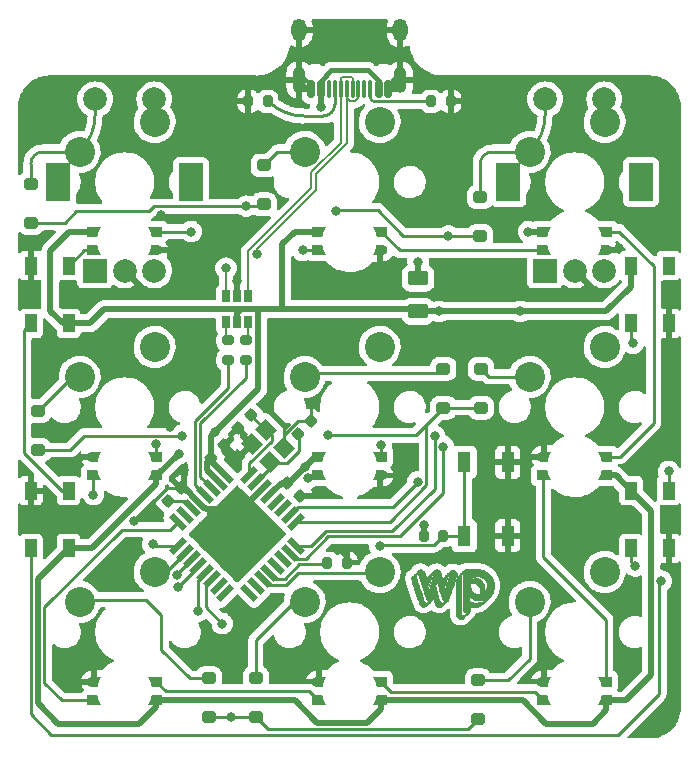
<source format=gbr>
%TF.GenerationSoftware,KiCad,Pcbnew,(6.0.0)*%
%TF.CreationDate,2022-02-02T15:10:05-06:00*%
%TF.ProjectId,QS-09,51532d30-392e-46b6-9963-61645f706362,rev?*%
%TF.SameCoordinates,Original*%
%TF.FileFunction,Copper,L2,Bot*%
%TF.FilePolarity,Positive*%
%FSLAX46Y46*%
G04 Gerber Fmt 4.6, Leading zero omitted, Abs format (unit mm)*
G04 Created by KiCad (PCBNEW (6.0.0)) date 2022-02-02 15:10:05*
%MOMM*%
%LPD*%
G01*
G04 APERTURE LIST*
G04 Aperture macros list*
%AMRoundRect*
0 Rectangle with rounded corners*
0 $1 Rounding radius*
0 $2 $3 $4 $5 $6 $7 $8 $9 X,Y pos of 4 corners*
0 Add a 4 corners polygon primitive as box body*
4,1,4,$2,$3,$4,$5,$6,$7,$8,$9,$2,$3,0*
0 Add four circle primitives for the rounded corners*
1,1,$1+$1,$2,$3*
1,1,$1+$1,$4,$5*
1,1,$1+$1,$6,$7*
1,1,$1+$1,$8,$9*
0 Add four rect primitives between the rounded corners*
20,1,$1+$1,$2,$3,$4,$5,0*
20,1,$1+$1,$4,$5,$6,$7,0*
20,1,$1+$1,$6,$7,$8,$9,0*
20,1,$1+$1,$8,$9,$2,$3,0*%
%AMRotRect*
0 Rectangle, with rotation*
0 The origin of the aperture is its center*
0 $1 length*
0 $2 width*
0 $3 Rotation angle, in degrees counterclockwise*
0 Add horizontal line*
21,1,$1,$2,0,0,$3*%
%AMFreePoly0*
4,1,29,0.525059,0.400000,0.532183,0.397025,0.539142,0.394142,0.539154,0.394113,0.539183,0.394101,0.542091,0.387023,0.545000,0.380000,0.545000,-0.380000,0.539142,-0.394142,0.525000,-0.400000,-0.650000,-0.400000,-0.664142,-0.394142,-0.670000,-0.380000,-0.664142,-0.365858,-0.661679,-0.364838,-0.660791,-0.359704,-0.656239,-0.356495,-0.559149,-0.185882,-0.476269,-0.002265,-0.410871,0.188280,
-0.364735,0.379087,-0.365041,0.380578,-0.365871,0.382599,-0.365592,0.383267,-0.365853,0.384541,-0.363693,0.387815,-0.359972,0.396724,-0.345813,0.402541,0.525059,0.400000,0.525059,0.400000,$1*%
%AMFreePoly1*
4,1,34,0.539142,0.394142,0.545000,0.380000,0.545000,-0.380000,0.542091,-0.387023,0.539183,-0.394101,0.539154,-0.394113,0.539142,-0.394142,0.532183,-0.397025,0.525059,-0.400000,-0.345813,-0.402541,-0.359972,-0.396724,-0.365871,-0.382599,-0.364366,-0.378935,-0.368023,-0.373455,-0.366933,-0.367992,-0.414066,-0.177436,-0.480459,0.012760,-0.564296,0.195936,-0.661559,0.364788,-0.664142,0.365858,
-0.665002,0.367933,-0.666846,0.369219,-0.667839,0.374782,-0.670000,0.380000,-0.669140,0.382076,-0.669535,0.384289,-0.666303,0.388925,-0.664142,0.394142,-0.662067,0.395002,-0.660781,0.396846,-0.655218,0.397839,-0.650000,0.400000,0.525000,0.400000,0.539142,0.394142,0.539142,0.394142,$1*%
%AMFreePoly2*
4,1,34,0.319736,0.407785,0.429772,0.357533,0.521194,0.278316,0.586594,0.176551,0.620674,0.060484,0.620674,-0.060484,0.586594,-0.176551,0.521194,-0.278316,0.429772,-0.357533,0.319736,-0.407785,0.200000,-0.425000,0.199999,-0.425000,-0.575001,-0.424979,-0.592678,-0.417657,-0.600000,-0.399978,-0.592678,-0.382301,-0.591802,-0.381938,-0.590898,-0.375869,-0.586419,-0.372551,-0.489387,-0.192699,
-0.407196,0.000019,-0.342984,0.199450,-0.298808,0.397123,-0.300000,0.400000,-0.299129,0.402104,-0.299623,0.404329,-0.295567,0.410704,-0.292678,0.417678,-0.290574,0.418549,-0.289351,0.420472,-0.281976,0.422110,-0.275000,0.425000,0.200000,0.425000,0.319736,0.407785,0.319736,0.407785,$1*%
G04 Aperture macros list end*
%TA.AperFunction,EtchedComponent*%
%ADD10C,0.010000*%
%TD*%
%TA.AperFunction,ComponentPad*%
%ADD11R,2.000000X2.000000*%
%TD*%
%TA.AperFunction,ComponentPad*%
%ADD12C,2.000000*%
%TD*%
%TA.AperFunction,ComponentPad*%
%ADD13R,2.000000X3.200000*%
%TD*%
%TA.AperFunction,SMDPad,CuDef*%
%ADD14RoundRect,0.225000X-0.017678X0.335876X-0.335876X0.017678X0.017678X-0.335876X0.335876X-0.017678X0*%
%TD*%
%TA.AperFunction,ComponentPad*%
%ADD15C,2.540000*%
%TD*%
%TA.AperFunction,SMDPad,CuDef*%
%ADD16RoundRect,0.250000X0.350000X-0.250000X0.350000X0.250000X-0.350000X0.250000X-0.350000X-0.250000X0*%
%TD*%
%TA.AperFunction,SMDPad,CuDef*%
%ADD17R,1.000000X1.500000*%
%TD*%
%TA.AperFunction,SMDPad,CuDef*%
%ADD18FreePoly0,0.000000*%
%TD*%
%TA.AperFunction,SMDPad,CuDef*%
%ADD19FreePoly1,0.000000*%
%TD*%
%TA.AperFunction,SMDPad,CuDef*%
%ADD20FreePoly2,180.000000*%
%TD*%
%TA.AperFunction,SMDPad,CuDef*%
%ADD21FreePoly1,180.000000*%
%TD*%
%TA.AperFunction,SMDPad,CuDef*%
%ADD22RoundRect,0.200000X-0.275000X0.200000X-0.275000X-0.200000X0.275000X-0.200000X0.275000X0.200000X0*%
%TD*%
%TA.AperFunction,SMDPad,CuDef*%
%ADD23FreePoly0,180.000000*%
%TD*%
%TA.AperFunction,SMDPad,CuDef*%
%ADD24FreePoly2,0.000000*%
%TD*%
%TA.AperFunction,SMDPad,CuDef*%
%ADD25RoundRect,0.200000X-0.200000X-0.275000X0.200000X-0.275000X0.200000X0.275000X-0.200000X0.275000X0*%
%TD*%
%TA.AperFunction,SMDPad,CuDef*%
%ADD26RoundRect,0.150000X-0.150000X-0.575000X0.150000X-0.575000X0.150000X0.575000X-0.150000X0.575000X0*%
%TD*%
%TA.AperFunction,SMDPad,CuDef*%
%ADD27RoundRect,0.075000X-0.075000X-0.650000X0.075000X-0.650000X0.075000X0.650000X-0.075000X0.650000X0*%
%TD*%
%TA.AperFunction,ComponentPad*%
%ADD28O,1.100000X2.200000*%
%TD*%
%TA.AperFunction,ComponentPad*%
%ADD29O,1.300000X1.900000*%
%TD*%
%TA.AperFunction,SMDPad,CuDef*%
%ADD30RotRect,1.600000X0.550000X225.000000*%
%TD*%
%TA.AperFunction,SMDPad,CuDef*%
%ADD31RotRect,1.600000X0.550000X135.000000*%
%TD*%
%TA.AperFunction,SMDPad,CuDef*%
%ADD32RoundRect,0.200000X0.275000X-0.200000X0.275000X0.200000X-0.275000X0.200000X-0.275000X-0.200000X0*%
%TD*%
%TA.AperFunction,SMDPad,CuDef*%
%ADD33R,1.100000X1.800000*%
%TD*%
%TA.AperFunction,SMDPad,CuDef*%
%ADD34RoundRect,0.200000X0.200000X0.275000X-0.200000X0.275000X-0.200000X-0.275000X0.200000X-0.275000X0*%
%TD*%
%TA.AperFunction,SMDPad,CuDef*%
%ADD35R,0.650000X1.060000*%
%TD*%
%TA.AperFunction,SMDPad,CuDef*%
%ADD36RoundRect,0.225000X-0.335876X-0.017678X-0.017678X-0.335876X0.335876X0.017678X0.017678X0.335876X0*%
%TD*%
%TA.AperFunction,SMDPad,CuDef*%
%ADD37RoundRect,0.225000X0.017678X-0.335876X0.335876X-0.017678X-0.017678X0.335876X-0.335876X0.017678X0*%
%TD*%
%TA.AperFunction,SMDPad,CuDef*%
%ADD38RotRect,1.400000X1.200000X315.000000*%
%TD*%
%TA.AperFunction,SMDPad,CuDef*%
%ADD39RoundRect,0.250000X-0.625000X0.375000X-0.625000X-0.375000X0.625000X-0.375000X0.625000X0.375000X0*%
%TD*%
%TA.AperFunction,ViaPad*%
%ADD40C,0.800000*%
%TD*%
%TA.AperFunction,Conductor*%
%ADD41C,0.250000*%
%TD*%
%TA.AperFunction,Conductor*%
%ADD42C,0.500000*%
%TD*%
%TA.AperFunction,Conductor*%
%ADD43C,0.200000*%
%TD*%
%TA.AperFunction,Conductor*%
%ADD44C,0.400000*%
%TD*%
G04 APERTURE END LIST*
D10*
%TO.C,Ref\u002A\u002A*%
X128335404Y-58198808D02*
X128223082Y-58200148D01*
X128223082Y-58200148D02*
X128137815Y-58202621D01*
X128137815Y-58202621D02*
X128074512Y-58206530D01*
X128074512Y-58206530D02*
X128028079Y-58212178D01*
X128028079Y-58212178D02*
X127993425Y-58219868D01*
X127993425Y-58219868D02*
X127965457Y-58229902D01*
X127965457Y-58229902D02*
X127941917Y-58241125D01*
X127941917Y-58241125D02*
X127861480Y-58301961D01*
X127861480Y-58301961D02*
X127815505Y-58373328D01*
X127815505Y-58373328D02*
X127773467Y-58440972D01*
X127773467Y-58440972D02*
X127720406Y-58478887D01*
X127720406Y-58478887D02*
X127702303Y-58485738D01*
X127702303Y-58485738D02*
X127642039Y-58519419D01*
X127642039Y-58519419D02*
X127599127Y-58580657D01*
X127599127Y-58580657D02*
X127593673Y-58592351D01*
X127593673Y-58592351D02*
X127543439Y-58667300D01*
X127543439Y-58667300D02*
X127465024Y-58722316D01*
X127465024Y-58722316D02*
X127435722Y-58736698D01*
X127435722Y-58736698D02*
X127410195Y-58749642D01*
X127410195Y-58749642D02*
X127388162Y-58764001D01*
X127388162Y-58764001D02*
X127369339Y-58782626D01*
X127369339Y-58782626D02*
X127353445Y-58808369D01*
X127353445Y-58808369D02*
X127340197Y-58844082D01*
X127340197Y-58844082D02*
X127329314Y-58892616D01*
X127329314Y-58892616D02*
X127320512Y-58956824D01*
X127320512Y-58956824D02*
X127313511Y-59039556D01*
X127313511Y-59039556D02*
X127308027Y-59143666D01*
X127308027Y-59143666D02*
X127303778Y-59272004D01*
X127303778Y-59272004D02*
X127300483Y-59427422D01*
X127300483Y-59427422D02*
X127297858Y-59612773D01*
X127297858Y-59612773D02*
X127295622Y-59830908D01*
X127295622Y-59830908D02*
X127293493Y-60084679D01*
X127293493Y-60084679D02*
X127291188Y-60376937D01*
X127291188Y-60376937D02*
X127290295Y-60487953D01*
X127290295Y-60487953D02*
X127288385Y-60753919D01*
X127288385Y-60753919D02*
X127287068Y-61006626D01*
X127287068Y-61006626D02*
X127286334Y-61242787D01*
X127286334Y-61242787D02*
X127286172Y-61459111D01*
X127286172Y-61459111D02*
X127286569Y-61652311D01*
X127286569Y-61652311D02*
X127287516Y-61819098D01*
X127287516Y-61819098D02*
X127288999Y-61956183D01*
X127288999Y-61956183D02*
X127291008Y-62060279D01*
X127291008Y-62060279D02*
X127293532Y-62128096D01*
X127293532Y-62128096D02*
X127296043Y-62154625D01*
X127296043Y-62154625D02*
X127335775Y-62260352D01*
X127335775Y-62260352D02*
X127404756Y-62341051D01*
X127404756Y-62341051D02*
X127487266Y-62394042D01*
X127487266Y-62394042D02*
X127600517Y-62433719D01*
X127600517Y-62433719D02*
X127712699Y-62433639D01*
X127712699Y-62433639D02*
X127763830Y-62421437D01*
X127763830Y-62421437D02*
X127865597Y-62373319D01*
X127865597Y-62373319D02*
X127932787Y-62301386D01*
X127932787Y-62301386D02*
X127955701Y-62248831D01*
X127955701Y-62248831D02*
X127977753Y-62197151D01*
X127977753Y-62197151D02*
X128002725Y-62168526D01*
X128002725Y-62168526D02*
X128009819Y-62166500D01*
X128009819Y-62166500D02*
X128078531Y-62148158D01*
X128078531Y-62148158D02*
X128140389Y-62101857D01*
X128140389Y-62101857D02*
X128178538Y-62040690D01*
X128178538Y-62040690D02*
X128180481Y-62033942D01*
X128180481Y-62033942D02*
X128204786Y-61980701D01*
X128204786Y-61980701D02*
X128253283Y-61941500D01*
X128253283Y-61941500D02*
X128284366Y-61925861D01*
X128284366Y-61925861D02*
X128357261Y-61880750D01*
X128357261Y-61880750D02*
X128099016Y-61880750D01*
X128099016Y-61880750D02*
X128066718Y-61946920D01*
X128066718Y-61946920D02*
X128012811Y-62013751D01*
X128012811Y-62013751D02*
X127937144Y-62052556D01*
X127937144Y-62052556D02*
X127851472Y-62061173D01*
X127851472Y-62061173D02*
X127767551Y-62037439D01*
X127767551Y-62037439D02*
X127726139Y-62009589D01*
X127726139Y-62009589D02*
X127666750Y-61958511D01*
X127666750Y-61958511D02*
X127661067Y-60358295D01*
X127661067Y-60358295D02*
X127659952Y-60051190D01*
X127659952Y-60051190D02*
X127659065Y-59783590D01*
X127659065Y-59783590D02*
X127658601Y-59552667D01*
X127658601Y-59552667D02*
X127658757Y-59355593D01*
X127658757Y-59355593D02*
X127659726Y-59189541D01*
X127659726Y-59189541D02*
X127661705Y-59051682D01*
X127661705Y-59051682D02*
X127664889Y-58939188D01*
X127664889Y-58939188D02*
X127669473Y-58849231D01*
X127669473Y-58849231D02*
X127675652Y-58778984D01*
X127675652Y-58778984D02*
X127683622Y-58725617D01*
X127683622Y-58725617D02*
X127693578Y-58686304D01*
X127693578Y-58686304D02*
X127705715Y-58658216D01*
X127705715Y-58658216D02*
X127720229Y-58638526D01*
X127720229Y-58638526D02*
X127737314Y-58624404D01*
X127737314Y-58624404D02*
X127757167Y-58613024D01*
X127757167Y-58613024D02*
X127779982Y-58601556D01*
X127779982Y-58601556D02*
X127782474Y-58600275D01*
X127782474Y-58600275D02*
X127828250Y-58578252D01*
X127828250Y-58578252D02*
X127855383Y-58568225D01*
X127855383Y-58568225D02*
X127856199Y-58568167D01*
X127856199Y-58568167D02*
X127858078Y-58588785D01*
X127858078Y-58588785D02*
X127859862Y-58648449D01*
X127859862Y-58648449D02*
X127861528Y-58743870D01*
X127861528Y-58743870D02*
X127863051Y-58871760D01*
X127863051Y-58871760D02*
X127864408Y-59028831D01*
X127864408Y-59028831D02*
X127865573Y-59211795D01*
X127865573Y-59211795D02*
X127866522Y-59417364D01*
X127866522Y-59417364D02*
X127867232Y-59642249D01*
X127867232Y-59642249D02*
X127867677Y-59883163D01*
X127867677Y-59883163D02*
X127867834Y-60136818D01*
X127867834Y-60136818D02*
X127867834Y-60140374D01*
X127867834Y-60140374D02*
X127867758Y-60442743D01*
X127867758Y-60442743D02*
X127867697Y-60705639D01*
X127867697Y-60705639D02*
X127867903Y-60931918D01*
X127867903Y-60931918D02*
X127868626Y-61124440D01*
X127868626Y-61124440D02*
X127870119Y-61286063D01*
X127870119Y-61286063D02*
X127872632Y-61419645D01*
X127872632Y-61419645D02*
X127876417Y-61528044D01*
X127876417Y-61528044D02*
X127881725Y-61614120D01*
X127881725Y-61614120D02*
X127888808Y-61680730D01*
X127888808Y-61680730D02*
X127897915Y-61730733D01*
X127897915Y-61730733D02*
X127909300Y-61766987D01*
X127909300Y-61766987D02*
X127923213Y-61792350D01*
X127923213Y-61792350D02*
X127939905Y-61809682D01*
X127939905Y-61809682D02*
X127959628Y-61821840D01*
X127959628Y-61821840D02*
X127982634Y-61831683D01*
X127982634Y-61831683D02*
X128009172Y-61842069D01*
X128009172Y-61842069D02*
X128017749Y-61845670D01*
X128017749Y-61845670D02*
X128099016Y-61880750D01*
X128099016Y-61880750D02*
X128357261Y-61880750D01*
X128357261Y-61880750D02*
X128360742Y-61878596D01*
X128360742Y-61878596D02*
X128413296Y-61814046D01*
X128413296Y-61814046D02*
X128445079Y-61725562D01*
X128445079Y-61725562D02*
X128459141Y-61606496D01*
X128459141Y-61606496D02*
X128460500Y-61542025D01*
X128460500Y-61542025D02*
X128460942Y-61453657D01*
X128460942Y-61453657D02*
X128463685Y-61400034D01*
X128463685Y-61400034D02*
X128470855Y-61373565D01*
X128470855Y-61373565D02*
X128484581Y-61366663D01*
X128484581Y-61366663D02*
X128506988Y-61371738D01*
X128506988Y-61371738D02*
X128508125Y-61372093D01*
X128508125Y-61372093D02*
X128594948Y-61389267D01*
X128594948Y-61389267D02*
X128707920Y-61397903D01*
X128707920Y-61397903D02*
X128831711Y-61397933D01*
X128831711Y-61397933D02*
X128950992Y-61389289D01*
X128950992Y-61389289D02*
X129040186Y-61374425D01*
X129040186Y-61374425D02*
X129140801Y-61347603D01*
X129140801Y-61347603D02*
X129231931Y-61314846D01*
X129231931Y-61314846D02*
X129319054Y-61272373D01*
X129319054Y-61272373D02*
X129407647Y-61216399D01*
X129407647Y-61216399D02*
X129503189Y-61143141D01*
X129503189Y-61143141D02*
X129611158Y-61048816D01*
X129611158Y-61048816D02*
X129737032Y-60929642D01*
X129737032Y-60929642D02*
X129859754Y-60808420D01*
X129859754Y-60808420D02*
X129979350Y-60688172D01*
X129979350Y-60688172D02*
X129984722Y-60682656D01*
X129984722Y-60682656D02*
X129782506Y-60682656D01*
X129782506Y-60682656D02*
X129767216Y-60702900D01*
X129767216Y-60702900D02*
X129727259Y-60739586D01*
X129727259Y-60739586D02*
X129665528Y-60789505D01*
X129665528Y-60789505D02*
X129618841Y-60824770D01*
X129618841Y-60824770D02*
X129440161Y-60931010D01*
X129440161Y-60931010D02*
X129244930Y-61000092D01*
X129244930Y-61000092D02*
X129038265Y-61031227D01*
X129038265Y-61031227D02*
X128825286Y-61023626D01*
X128825286Y-61023626D02*
X128619250Y-60979033D01*
X128619250Y-60979033D02*
X128535213Y-60948112D01*
X128535213Y-60948112D02*
X128454456Y-60910248D01*
X128454456Y-60910248D02*
X128412875Y-60885712D01*
X128412875Y-60885712D02*
X128333500Y-60831474D01*
X128333500Y-60831474D02*
X128333500Y-60448077D01*
X128333500Y-60448077D02*
X128436901Y-60541043D01*
X128436901Y-60541043D02*
X128606428Y-60665742D01*
X128606428Y-60665742D02*
X128798389Y-60757900D01*
X128798389Y-60757900D02*
X129004895Y-60814512D01*
X129004895Y-60814512D02*
X129203240Y-60832633D01*
X129203240Y-60832633D02*
X129302595Y-60825280D01*
X129302595Y-60825280D02*
X129419629Y-60805133D01*
X129419629Y-60805133D02*
X129539373Y-60775854D01*
X129539373Y-60775854D02*
X129646858Y-60741109D01*
X129646858Y-60741109D02*
X129727114Y-60704558D01*
X129727114Y-60704558D02*
X129727499Y-60704331D01*
X129727499Y-60704331D02*
X129770232Y-60682063D01*
X129770232Y-60682063D02*
X129782506Y-60682656D01*
X129782506Y-60682656D02*
X129984722Y-60682656D01*
X129984722Y-60682656D02*
X130072941Y-60592077D01*
X130072941Y-60592077D02*
X130144966Y-60514875D01*
X130144966Y-60514875D02*
X130199866Y-60451308D01*
X130199866Y-60451308D02*
X130242079Y-60396114D01*
X130242079Y-60396114D02*
X130276048Y-60344033D01*
X130276048Y-60344033D02*
X130306210Y-60289806D01*
X130306210Y-60289806D02*
X130319500Y-60263751D01*
X130319500Y-60263751D02*
X130389881Y-60103950D01*
X130389881Y-60103950D02*
X130436550Y-59947986D01*
X130436550Y-59947986D02*
X130462015Y-59783095D01*
X130462015Y-59783095D02*
X130468783Y-59596517D01*
X130468783Y-59596517D02*
X130467441Y-59539182D01*
X130467441Y-59539182D02*
X129889697Y-59539182D01*
X129889697Y-59539182D02*
X129878670Y-59720872D01*
X129878670Y-59720872D02*
X129832183Y-59895677D01*
X129832183Y-59895677D02*
X129751195Y-60056271D01*
X129751195Y-60056271D02*
X129674379Y-60156427D01*
X129674379Y-60156427D02*
X129631145Y-60203133D01*
X129631145Y-60203133D02*
X129600958Y-60233596D01*
X129600958Y-60233596D02*
X129592488Y-60240334D01*
X129592488Y-60240334D02*
X129596313Y-60222604D01*
X129596313Y-60222604D02*
X129612505Y-60176739D01*
X129612505Y-60176739D02*
X129630987Y-60129209D01*
X129630987Y-60129209D02*
X129653406Y-60062604D01*
X129653406Y-60062604D02*
X129663539Y-60009893D01*
X129663539Y-60009893D02*
X129307167Y-60009893D01*
X129307167Y-60009893D02*
X129302003Y-60124920D01*
X129302003Y-60124920D02*
X129285431Y-60203476D01*
X129285431Y-60203476D02*
X129255835Y-60250276D01*
X129255835Y-60250276D02*
X129218349Y-60268803D01*
X129218349Y-60268803D02*
X129115908Y-60276973D01*
X129115908Y-60276973D02*
X128996373Y-60265406D01*
X128996373Y-60265406D02*
X128878522Y-60236842D01*
X128878522Y-60236842D02*
X128808791Y-60209041D01*
X128808791Y-60209041D02*
X128678955Y-60122674D01*
X128678955Y-60122674D02*
X128576236Y-60005280D01*
X128576236Y-60005280D02*
X128502716Y-59859972D01*
X128502716Y-59859972D02*
X128460482Y-59689865D01*
X128460482Y-59689865D02*
X128460308Y-59688641D01*
X128460308Y-59688641D02*
X128454182Y-59600303D01*
X128454182Y-59600303D02*
X128458266Y-59509920D01*
X128458266Y-59509920D02*
X128470897Y-59429314D01*
X128470897Y-59429314D02*
X128490414Y-59370307D01*
X128490414Y-59370307D02*
X128508257Y-59347534D01*
X128508257Y-59347534D02*
X128541896Y-59338907D01*
X128541896Y-59338907D02*
X128603979Y-59332754D01*
X128603979Y-59332754D02*
X128675609Y-59330491D01*
X128675609Y-59330491D02*
X128764060Y-59334074D01*
X128764060Y-59334074D02*
X128835801Y-59348866D01*
X128835801Y-59348866D02*
X128912173Y-59380212D01*
X128912173Y-59380212D02*
X128950123Y-59399269D01*
X128950123Y-59399269D02*
X129088488Y-59493031D01*
X129088488Y-59493031D02*
X129194344Y-59613070D01*
X129194344Y-59613070D02*
X129266229Y-59756889D01*
X129266229Y-59756889D02*
X129302682Y-59921990D01*
X129302682Y-59921990D02*
X129307167Y-60009893D01*
X129307167Y-60009893D02*
X129663539Y-60009893D01*
X129663539Y-60009893D02*
X129667338Y-59990137D01*
X129667338Y-59990137D02*
X129674504Y-59899164D01*
X129674504Y-59899164D02*
X129676578Y-59794736D01*
X129676578Y-59794736D02*
X129676314Y-59693096D01*
X129676314Y-59693096D02*
X129672608Y-59620379D01*
X129672608Y-59620379D02*
X129662716Y-59563179D01*
X129662716Y-59563179D02*
X129643895Y-59508091D01*
X129643895Y-59508091D02*
X129613404Y-59441711D01*
X129613404Y-59441711D02*
X129597873Y-59410103D01*
X129597873Y-59410103D02*
X129497063Y-59248415D01*
X129497063Y-59248415D02*
X129372948Y-59121092D01*
X129372948Y-59121092D02*
X129228285Y-59029140D01*
X129228285Y-59029140D02*
X129065834Y-58973567D01*
X129065834Y-58973567D02*
X128888354Y-58955380D01*
X128888354Y-58955380D02*
X128698604Y-58975587D01*
X128698604Y-58975587D02*
X128534584Y-59021944D01*
X128534584Y-59021944D02*
X128519549Y-59021566D01*
X128519549Y-59021566D02*
X128531856Y-59002062D01*
X128531856Y-59002062D02*
X128564689Y-58969308D01*
X128564689Y-58969308D02*
X128611231Y-58929184D01*
X128611231Y-58929184D02*
X128664665Y-58887567D01*
X128664665Y-58887567D02*
X128718174Y-58850335D01*
X128718174Y-58850335D02*
X128764817Y-58823426D01*
X128764817Y-58823426D02*
X128928744Y-58766281D01*
X128928744Y-58766281D02*
X129097190Y-58747937D01*
X129097190Y-58747937D02*
X129263962Y-58766236D01*
X129263962Y-58766236D02*
X129422869Y-58819022D01*
X129422869Y-58819022D02*
X129567719Y-58904140D01*
X129567719Y-58904140D02*
X129692320Y-59019432D01*
X129692320Y-59019432D02*
X129790481Y-59162742D01*
X129790481Y-59162742D02*
X129801537Y-59184460D01*
X129801537Y-59184460D02*
X129864306Y-59357935D01*
X129864306Y-59357935D02*
X129889697Y-59539182D01*
X129889697Y-59539182D02*
X130467441Y-59539182D01*
X130467441Y-59539182D02*
X130466843Y-59513692D01*
X130466843Y-59513692D02*
X130460199Y-59385344D01*
X130460199Y-59385344D02*
X130449716Y-59285836D01*
X130449716Y-59285836D02*
X130433294Y-59201712D01*
X130433294Y-59201712D02*
X130408836Y-59119516D01*
X130408836Y-59119516D02*
X130402547Y-59101423D01*
X130402547Y-59101423D02*
X130304957Y-58887733D01*
X130304957Y-58887733D02*
X130173255Y-58696232D01*
X130173255Y-58696232D02*
X130011317Y-58530418D01*
X130011317Y-58530418D02*
X129823015Y-58393790D01*
X129823015Y-58393790D02*
X129612225Y-58289850D01*
X129612225Y-58289850D02*
X129444750Y-58236214D01*
X129444750Y-58236214D02*
X129394901Y-58225128D01*
X129394901Y-58225128D02*
X129339679Y-58216394D01*
X129339679Y-58216394D02*
X129273520Y-58209741D01*
X129273520Y-58209741D02*
X129190861Y-58204901D01*
X129190861Y-58204901D02*
X129086142Y-58201604D01*
X129086142Y-58201604D02*
X128953798Y-58199581D01*
X128953798Y-58199581D02*
X128788267Y-58198564D01*
X128788267Y-58198564D02*
X128661584Y-58198315D01*
X128661584Y-58198315D02*
X128479874Y-58198298D01*
X128479874Y-58198298D02*
X128335404Y-58198808D01*
X128335404Y-58198808D02*
X128335404Y-58198808D01*
G36*
X129859754Y-60808420D02*
G01*
X129737032Y-60929642D01*
X129611158Y-61048816D01*
X129503189Y-61143141D01*
X129407647Y-61216399D01*
X129319054Y-61272373D01*
X129231931Y-61314846D01*
X129140801Y-61347603D01*
X129040186Y-61374425D01*
X128950992Y-61389289D01*
X128831711Y-61397933D01*
X128707920Y-61397903D01*
X128594948Y-61389267D01*
X128508125Y-61372093D01*
X128506988Y-61371738D01*
X128484581Y-61366663D01*
X128470855Y-61373565D01*
X128463685Y-61400034D01*
X128460942Y-61453657D01*
X128460500Y-61542025D01*
X128459141Y-61606496D01*
X128445079Y-61725562D01*
X128413296Y-61814046D01*
X128360742Y-61878596D01*
X128357261Y-61880750D01*
X128284366Y-61925861D01*
X128253283Y-61941500D01*
X128204786Y-61980701D01*
X128180481Y-62033942D01*
X128178538Y-62040690D01*
X128140389Y-62101857D01*
X128078531Y-62148158D01*
X128009819Y-62166500D01*
X128002725Y-62168526D01*
X127977753Y-62197151D01*
X127955701Y-62248831D01*
X127932787Y-62301386D01*
X127865597Y-62373319D01*
X127763830Y-62421437D01*
X127712699Y-62433639D01*
X127600517Y-62433719D01*
X127487266Y-62394042D01*
X127404756Y-62341051D01*
X127335775Y-62260352D01*
X127296043Y-62154625D01*
X127293532Y-62128096D01*
X127291008Y-62060279D01*
X127288999Y-61956183D01*
X127287516Y-61819098D01*
X127286569Y-61652311D01*
X127286172Y-61459111D01*
X127286334Y-61242787D01*
X127287068Y-61006626D01*
X127288385Y-60753919D01*
X127290295Y-60487953D01*
X127291188Y-60376937D01*
X127293493Y-60084679D01*
X127295622Y-59830908D01*
X127297858Y-59612773D01*
X127298709Y-59552667D01*
X127658601Y-59552667D01*
X127659065Y-59783590D01*
X127659952Y-60051190D01*
X127661067Y-60358295D01*
X127666750Y-61958511D01*
X127726139Y-62009589D01*
X127767551Y-62037439D01*
X127851472Y-62061173D01*
X127937144Y-62052556D01*
X128012811Y-62013751D01*
X128066718Y-61946920D01*
X128099016Y-61880750D01*
X128017749Y-61845670D01*
X128009172Y-61842069D01*
X127982634Y-61831683D01*
X127959628Y-61821840D01*
X127939905Y-61809682D01*
X127923213Y-61792350D01*
X127909300Y-61766987D01*
X127897915Y-61730733D01*
X127888808Y-61680730D01*
X127881725Y-61614120D01*
X127876417Y-61528044D01*
X127872632Y-61419645D01*
X127870119Y-61286063D01*
X127868626Y-61124440D01*
X127867903Y-60931918D01*
X127867812Y-60831474D01*
X128333500Y-60831474D01*
X128412875Y-60885712D01*
X128454456Y-60910248D01*
X128535213Y-60948112D01*
X128619250Y-60979033D01*
X128825286Y-61023626D01*
X129038265Y-61031227D01*
X129244930Y-61000092D01*
X129440161Y-60931010D01*
X129618841Y-60824770D01*
X129665528Y-60789505D01*
X129727259Y-60739586D01*
X129767216Y-60702900D01*
X129782506Y-60682656D01*
X129770232Y-60682063D01*
X129727499Y-60704331D01*
X129727114Y-60704558D01*
X129646858Y-60741109D01*
X129539373Y-60775854D01*
X129419629Y-60805133D01*
X129302595Y-60825280D01*
X129203240Y-60832633D01*
X129004895Y-60814512D01*
X128798389Y-60757900D01*
X128606428Y-60665742D01*
X128436901Y-60541043D01*
X128333500Y-60448077D01*
X128333500Y-60831474D01*
X127867812Y-60831474D01*
X127867697Y-60705639D01*
X127867758Y-60442743D01*
X127867834Y-60140374D01*
X127867834Y-60136818D01*
X127867677Y-59883163D01*
X127867232Y-59642249D01*
X127867100Y-59600303D01*
X128454182Y-59600303D01*
X128460308Y-59688641D01*
X128460482Y-59689865D01*
X128502716Y-59859972D01*
X128576236Y-60005280D01*
X128678955Y-60122674D01*
X128808791Y-60209041D01*
X128878522Y-60236842D01*
X128996373Y-60265406D01*
X129115908Y-60276973D01*
X129218349Y-60268803D01*
X129255835Y-60250276D01*
X129285431Y-60203476D01*
X129302003Y-60124920D01*
X129307167Y-60009893D01*
X129302682Y-59921990D01*
X129266229Y-59756889D01*
X129194344Y-59613070D01*
X129088488Y-59493031D01*
X128950123Y-59399269D01*
X128912173Y-59380212D01*
X128835801Y-59348866D01*
X128764060Y-59334074D01*
X128675609Y-59330491D01*
X128603979Y-59332754D01*
X128541896Y-59338907D01*
X128508257Y-59347534D01*
X128490414Y-59370307D01*
X128470897Y-59429314D01*
X128458266Y-59509920D01*
X128454182Y-59600303D01*
X127867100Y-59600303D01*
X127866522Y-59417364D01*
X127865573Y-59211795D01*
X127864408Y-59028831D01*
X127864345Y-59021566D01*
X128519549Y-59021566D01*
X128534584Y-59021944D01*
X128698604Y-58975587D01*
X128888354Y-58955380D01*
X129065834Y-58973567D01*
X129228285Y-59029140D01*
X129372948Y-59121092D01*
X129497063Y-59248415D01*
X129597873Y-59410103D01*
X129613404Y-59441711D01*
X129643895Y-59508091D01*
X129662716Y-59563179D01*
X129672608Y-59620379D01*
X129676314Y-59693096D01*
X129676578Y-59794736D01*
X129674504Y-59899164D01*
X129667338Y-59990137D01*
X129663539Y-60009893D01*
X129653406Y-60062604D01*
X129630987Y-60129209D01*
X129612505Y-60176739D01*
X129596313Y-60222604D01*
X129592488Y-60240334D01*
X129600958Y-60233596D01*
X129631145Y-60203133D01*
X129674379Y-60156427D01*
X129751195Y-60056271D01*
X129832183Y-59895677D01*
X129878670Y-59720872D01*
X129889697Y-59539182D01*
X129864306Y-59357935D01*
X129801537Y-59184460D01*
X129790481Y-59162742D01*
X129692320Y-59019432D01*
X129567719Y-58904140D01*
X129422869Y-58819022D01*
X129263962Y-58766236D01*
X129097190Y-58747937D01*
X128928744Y-58766281D01*
X128764817Y-58823426D01*
X128718174Y-58850335D01*
X128664665Y-58887567D01*
X128611231Y-58929184D01*
X128564689Y-58969308D01*
X128531856Y-59002062D01*
X128519549Y-59021566D01*
X127864345Y-59021566D01*
X127863051Y-58871760D01*
X127861528Y-58743870D01*
X127859862Y-58648449D01*
X127858078Y-58588785D01*
X127856199Y-58568167D01*
X127855383Y-58568225D01*
X127828250Y-58578252D01*
X127782474Y-58600275D01*
X127779982Y-58601556D01*
X127757167Y-58613024D01*
X127737314Y-58624404D01*
X127720229Y-58638526D01*
X127705715Y-58658216D01*
X127693578Y-58686304D01*
X127683622Y-58725617D01*
X127675652Y-58778984D01*
X127669473Y-58849231D01*
X127664889Y-58939188D01*
X127661705Y-59051682D01*
X127659726Y-59189541D01*
X127658757Y-59355593D01*
X127658601Y-59552667D01*
X127298709Y-59552667D01*
X127300483Y-59427422D01*
X127303778Y-59272004D01*
X127308027Y-59143666D01*
X127313511Y-59039556D01*
X127320512Y-58956824D01*
X127329314Y-58892616D01*
X127340197Y-58844082D01*
X127353445Y-58808369D01*
X127369339Y-58782626D01*
X127388162Y-58764001D01*
X127410195Y-58749642D01*
X127435722Y-58736698D01*
X127465024Y-58722316D01*
X127543439Y-58667300D01*
X127593673Y-58592351D01*
X127599127Y-58580657D01*
X127642039Y-58519419D01*
X127702303Y-58485738D01*
X127720406Y-58478887D01*
X127773467Y-58440972D01*
X127815505Y-58373328D01*
X127861480Y-58301961D01*
X127941917Y-58241125D01*
X127965457Y-58229902D01*
X127993425Y-58219868D01*
X128028079Y-58212178D01*
X128074512Y-58206530D01*
X128137815Y-58202621D01*
X128223082Y-58200148D01*
X128335404Y-58198808D01*
X128479874Y-58198298D01*
X128661584Y-58198315D01*
X128788267Y-58198564D01*
X128953798Y-58199581D01*
X129086142Y-58201604D01*
X129190861Y-58204901D01*
X129273520Y-58209741D01*
X129339679Y-58216394D01*
X129394901Y-58225128D01*
X129444750Y-58236214D01*
X129612225Y-58289850D01*
X129823015Y-58393790D01*
X130011317Y-58530418D01*
X130173255Y-58696232D01*
X130304957Y-58887733D01*
X130402547Y-59101423D01*
X130408836Y-59119516D01*
X130433294Y-59201712D01*
X130449716Y-59285836D01*
X130460199Y-59385344D01*
X130466843Y-59513692D01*
X130467441Y-59539182D01*
X130468783Y-59596517D01*
X130462015Y-59783095D01*
X130436550Y-59947986D01*
X130389881Y-60103950D01*
X130319500Y-60263751D01*
X130306210Y-60289806D01*
X130276048Y-60344033D01*
X130242079Y-60396114D01*
X130199866Y-60451308D01*
X130144966Y-60514875D01*
X130072941Y-60592077D01*
X129984722Y-60682656D01*
X129979350Y-60688172D01*
X129859754Y-60808420D01*
G37*
X129859754Y-60808420D02*
X129737032Y-60929642D01*
X129611158Y-61048816D01*
X129503189Y-61143141D01*
X129407647Y-61216399D01*
X129319054Y-61272373D01*
X129231931Y-61314846D01*
X129140801Y-61347603D01*
X129040186Y-61374425D01*
X128950992Y-61389289D01*
X128831711Y-61397933D01*
X128707920Y-61397903D01*
X128594948Y-61389267D01*
X128508125Y-61372093D01*
X128506988Y-61371738D01*
X128484581Y-61366663D01*
X128470855Y-61373565D01*
X128463685Y-61400034D01*
X128460942Y-61453657D01*
X128460500Y-61542025D01*
X128459141Y-61606496D01*
X128445079Y-61725562D01*
X128413296Y-61814046D01*
X128360742Y-61878596D01*
X128357261Y-61880750D01*
X128284366Y-61925861D01*
X128253283Y-61941500D01*
X128204786Y-61980701D01*
X128180481Y-62033942D01*
X128178538Y-62040690D01*
X128140389Y-62101857D01*
X128078531Y-62148158D01*
X128009819Y-62166500D01*
X128002725Y-62168526D01*
X127977753Y-62197151D01*
X127955701Y-62248831D01*
X127932787Y-62301386D01*
X127865597Y-62373319D01*
X127763830Y-62421437D01*
X127712699Y-62433639D01*
X127600517Y-62433719D01*
X127487266Y-62394042D01*
X127404756Y-62341051D01*
X127335775Y-62260352D01*
X127296043Y-62154625D01*
X127293532Y-62128096D01*
X127291008Y-62060279D01*
X127288999Y-61956183D01*
X127287516Y-61819098D01*
X127286569Y-61652311D01*
X127286172Y-61459111D01*
X127286334Y-61242787D01*
X127287068Y-61006626D01*
X127288385Y-60753919D01*
X127290295Y-60487953D01*
X127291188Y-60376937D01*
X127293493Y-60084679D01*
X127295622Y-59830908D01*
X127297858Y-59612773D01*
X127298709Y-59552667D01*
X127658601Y-59552667D01*
X127659065Y-59783590D01*
X127659952Y-60051190D01*
X127661067Y-60358295D01*
X127666750Y-61958511D01*
X127726139Y-62009589D01*
X127767551Y-62037439D01*
X127851472Y-62061173D01*
X127937144Y-62052556D01*
X128012811Y-62013751D01*
X128066718Y-61946920D01*
X128099016Y-61880750D01*
X128017749Y-61845670D01*
X128009172Y-61842069D01*
X127982634Y-61831683D01*
X127959628Y-61821840D01*
X127939905Y-61809682D01*
X127923213Y-61792350D01*
X127909300Y-61766987D01*
X127897915Y-61730733D01*
X127888808Y-61680730D01*
X127881725Y-61614120D01*
X127876417Y-61528044D01*
X127872632Y-61419645D01*
X127870119Y-61286063D01*
X127868626Y-61124440D01*
X127867903Y-60931918D01*
X127867812Y-60831474D01*
X128333500Y-60831474D01*
X128412875Y-60885712D01*
X128454456Y-60910248D01*
X128535213Y-60948112D01*
X128619250Y-60979033D01*
X128825286Y-61023626D01*
X129038265Y-61031227D01*
X129244930Y-61000092D01*
X129440161Y-60931010D01*
X129618841Y-60824770D01*
X129665528Y-60789505D01*
X129727259Y-60739586D01*
X129767216Y-60702900D01*
X129782506Y-60682656D01*
X129770232Y-60682063D01*
X129727499Y-60704331D01*
X129727114Y-60704558D01*
X129646858Y-60741109D01*
X129539373Y-60775854D01*
X129419629Y-60805133D01*
X129302595Y-60825280D01*
X129203240Y-60832633D01*
X129004895Y-60814512D01*
X128798389Y-60757900D01*
X128606428Y-60665742D01*
X128436901Y-60541043D01*
X128333500Y-60448077D01*
X128333500Y-60831474D01*
X127867812Y-60831474D01*
X127867697Y-60705639D01*
X127867758Y-60442743D01*
X127867834Y-60140374D01*
X127867834Y-60136818D01*
X127867677Y-59883163D01*
X127867232Y-59642249D01*
X127867100Y-59600303D01*
X128454182Y-59600303D01*
X128460308Y-59688641D01*
X128460482Y-59689865D01*
X128502716Y-59859972D01*
X128576236Y-60005280D01*
X128678955Y-60122674D01*
X128808791Y-60209041D01*
X128878522Y-60236842D01*
X128996373Y-60265406D01*
X129115908Y-60276973D01*
X129218349Y-60268803D01*
X129255835Y-60250276D01*
X129285431Y-60203476D01*
X129302003Y-60124920D01*
X129307167Y-60009893D01*
X129302682Y-59921990D01*
X129266229Y-59756889D01*
X129194344Y-59613070D01*
X129088488Y-59493031D01*
X128950123Y-59399269D01*
X128912173Y-59380212D01*
X128835801Y-59348866D01*
X128764060Y-59334074D01*
X128675609Y-59330491D01*
X128603979Y-59332754D01*
X128541896Y-59338907D01*
X128508257Y-59347534D01*
X128490414Y-59370307D01*
X128470897Y-59429314D01*
X128458266Y-59509920D01*
X128454182Y-59600303D01*
X127867100Y-59600303D01*
X127866522Y-59417364D01*
X127865573Y-59211795D01*
X127864408Y-59028831D01*
X127864345Y-59021566D01*
X128519549Y-59021566D01*
X128534584Y-59021944D01*
X128698604Y-58975587D01*
X128888354Y-58955380D01*
X129065834Y-58973567D01*
X129228285Y-59029140D01*
X129372948Y-59121092D01*
X129497063Y-59248415D01*
X129597873Y-59410103D01*
X129613404Y-59441711D01*
X129643895Y-59508091D01*
X129662716Y-59563179D01*
X129672608Y-59620379D01*
X129676314Y-59693096D01*
X129676578Y-59794736D01*
X129674504Y-59899164D01*
X129667338Y-59990137D01*
X129663539Y-60009893D01*
X129653406Y-60062604D01*
X129630987Y-60129209D01*
X129612505Y-60176739D01*
X129596313Y-60222604D01*
X129592488Y-60240334D01*
X129600958Y-60233596D01*
X129631145Y-60203133D01*
X129674379Y-60156427D01*
X129751195Y-60056271D01*
X129832183Y-59895677D01*
X129878670Y-59720872D01*
X129889697Y-59539182D01*
X129864306Y-59357935D01*
X129801537Y-59184460D01*
X129790481Y-59162742D01*
X129692320Y-59019432D01*
X129567719Y-58904140D01*
X129422869Y-58819022D01*
X129263962Y-58766236D01*
X129097190Y-58747937D01*
X128928744Y-58766281D01*
X128764817Y-58823426D01*
X128718174Y-58850335D01*
X128664665Y-58887567D01*
X128611231Y-58929184D01*
X128564689Y-58969308D01*
X128531856Y-59002062D01*
X128519549Y-59021566D01*
X127864345Y-59021566D01*
X127863051Y-58871760D01*
X127861528Y-58743870D01*
X127859862Y-58648449D01*
X127858078Y-58588785D01*
X127856199Y-58568167D01*
X127855383Y-58568225D01*
X127828250Y-58578252D01*
X127782474Y-58600275D01*
X127779982Y-58601556D01*
X127757167Y-58613024D01*
X127737314Y-58624404D01*
X127720229Y-58638526D01*
X127705715Y-58658216D01*
X127693578Y-58686304D01*
X127683622Y-58725617D01*
X127675652Y-58778984D01*
X127669473Y-58849231D01*
X127664889Y-58939188D01*
X127661705Y-59051682D01*
X127659726Y-59189541D01*
X127658757Y-59355593D01*
X127658601Y-59552667D01*
X127298709Y-59552667D01*
X127300483Y-59427422D01*
X127303778Y-59272004D01*
X127308027Y-59143666D01*
X127313511Y-59039556D01*
X127320512Y-58956824D01*
X127329314Y-58892616D01*
X127340197Y-58844082D01*
X127353445Y-58808369D01*
X127369339Y-58782626D01*
X127388162Y-58764001D01*
X127410195Y-58749642D01*
X127435722Y-58736698D01*
X127465024Y-58722316D01*
X127543439Y-58667300D01*
X127593673Y-58592351D01*
X127599127Y-58580657D01*
X127642039Y-58519419D01*
X127702303Y-58485738D01*
X127720406Y-58478887D01*
X127773467Y-58440972D01*
X127815505Y-58373328D01*
X127861480Y-58301961D01*
X127941917Y-58241125D01*
X127965457Y-58229902D01*
X127993425Y-58219868D01*
X128028079Y-58212178D01*
X128074512Y-58206530D01*
X128137815Y-58202621D01*
X128223082Y-58200148D01*
X128335404Y-58198808D01*
X128479874Y-58198298D01*
X128661584Y-58198315D01*
X128788267Y-58198564D01*
X128953798Y-58199581D01*
X129086142Y-58201604D01*
X129190861Y-58204901D01*
X129273520Y-58209741D01*
X129339679Y-58216394D01*
X129394901Y-58225128D01*
X129444750Y-58236214D01*
X129612225Y-58289850D01*
X129823015Y-58393790D01*
X130011317Y-58530418D01*
X130173255Y-58696232D01*
X130304957Y-58887733D01*
X130402547Y-59101423D01*
X130408836Y-59119516D01*
X130433294Y-59201712D01*
X130449716Y-59285836D01*
X130460199Y-59385344D01*
X130466843Y-59513692D01*
X130467441Y-59539182D01*
X130468783Y-59596517D01*
X130462015Y-59783095D01*
X130436550Y-59947986D01*
X130389881Y-60103950D01*
X130319500Y-60263751D01*
X130306210Y-60289806D01*
X130276048Y-60344033D01*
X130242079Y-60396114D01*
X130199866Y-60451308D01*
X130144966Y-60514875D01*
X130072941Y-60592077D01*
X129984722Y-60682656D01*
X129979350Y-60688172D01*
X129859754Y-60808420D01*
X125512399Y-58227360D02*
X125404782Y-58280576D01*
X125404782Y-58280576D02*
X125337644Y-58338977D01*
X125337644Y-58338977D02*
X125295584Y-58390228D01*
X125295584Y-58390228D02*
X125268845Y-58431821D01*
X125268845Y-58431821D02*
X125263876Y-58446519D01*
X125263876Y-58446519D02*
X125246141Y-58472222D01*
X125246141Y-58472222D02*
X125203236Y-58500772D01*
X125203236Y-58500772D02*
X125195259Y-58504667D01*
X125195259Y-58504667D02*
X125142375Y-58541787D01*
X125142375Y-58541787D02*
X125087679Y-58598813D01*
X125087679Y-58598813D02*
X125067318Y-58626375D01*
X125067318Y-58626375D02*
X125027919Y-58677953D01*
X125027919Y-58677953D02*
X124993210Y-58710496D01*
X124993210Y-58710496D02*
X124979377Y-58716334D01*
X124979377Y-58716334D02*
X124943602Y-58733395D01*
X124943602Y-58733395D02*
X124898924Y-58776633D01*
X124898924Y-58776633D02*
X124854904Y-58834132D01*
X124854904Y-58834132D02*
X124821105Y-58893975D01*
X124821105Y-58893975D02*
X124809136Y-58928520D01*
X124809136Y-58928520D02*
X124794919Y-58968814D01*
X124794919Y-58968814D02*
X124779475Y-58979273D01*
X124779475Y-58979273D02*
X124777560Y-58977717D01*
X124777560Y-58977717D02*
X124765220Y-58951559D01*
X124765220Y-58951559D02*
X124743770Y-58893237D01*
X124743770Y-58893237D02*
X124716143Y-58811171D01*
X124716143Y-58811171D02*
X124685272Y-58713779D01*
X124685272Y-58713779D02*
X124682803Y-58705750D01*
X124682803Y-58705750D02*
X124647968Y-58599526D01*
X124647968Y-58599526D02*
X124611464Y-58500437D01*
X124611464Y-58500437D02*
X124577729Y-58419866D01*
X124577729Y-58419866D02*
X124552202Y-58370714D01*
X124552202Y-58370714D02*
X124482758Y-58296500D01*
X124482758Y-58296500D02*
X124389764Y-58240283D01*
X124389764Y-58240283D02*
X124289972Y-58211287D01*
X124289972Y-58211287D02*
X124258917Y-58209263D01*
X124258917Y-58209263D02*
X124169889Y-58223233D01*
X124169889Y-58223233D02*
X124084799Y-58260386D01*
X124084799Y-58260386D02*
X124013573Y-58313587D01*
X124013573Y-58313587D02*
X123966132Y-58375700D01*
X123966132Y-58375700D02*
X123951921Y-58430002D01*
X123951921Y-58430002D02*
X123936954Y-58465523D01*
X123936954Y-58465523D02*
X123888179Y-58498142D01*
X123888179Y-58498142D02*
X123859681Y-58510810D01*
X123859681Y-58510810D02*
X123778625Y-58560876D01*
X123778625Y-58560876D02*
X123730528Y-58628023D01*
X123730528Y-58628023D02*
X123719167Y-58685579D01*
X123719167Y-58685579D02*
X123706282Y-58713084D01*
X123706282Y-58713084D02*
X123695908Y-58716334D01*
X123695908Y-58716334D02*
X123640238Y-58730850D01*
X123640238Y-58730850D02*
X123577503Y-58766353D01*
X123577503Y-58766353D02*
X123526598Y-58810778D01*
X123526598Y-58810778D02*
X123510433Y-58834766D01*
X123510433Y-58834766D02*
X123497997Y-58866122D01*
X123497997Y-58866122D02*
X123489796Y-58899809D01*
X123489796Y-58899809D02*
X123486683Y-58939220D01*
X123486683Y-58939220D02*
X123489508Y-58987752D01*
X123489508Y-58987752D02*
X123499122Y-59048798D01*
X123499122Y-59048798D02*
X123516376Y-59125753D01*
X123516376Y-59125753D02*
X123542120Y-59222012D01*
X123542120Y-59222012D02*
X123577206Y-59340969D01*
X123577206Y-59340969D02*
X123622484Y-59486020D01*
X123622484Y-59486020D02*
X123678804Y-59660558D01*
X123678804Y-59660558D02*
X123747019Y-59867979D01*
X123747019Y-59867979D02*
X123827978Y-60111677D01*
X123827978Y-60111677D02*
X123838030Y-60141840D01*
X123838030Y-60141840D02*
X123919899Y-60387003D01*
X123919899Y-60387003D02*
X123989966Y-60595180D01*
X123989966Y-60595180D02*
X124049652Y-60769599D01*
X124049652Y-60769599D02*
X124100379Y-60913490D01*
X124100379Y-60913490D02*
X124143569Y-61030082D01*
X124143569Y-61030082D02*
X124180644Y-61122603D01*
X124180644Y-61122603D02*
X124213024Y-61194281D01*
X124213024Y-61194281D02*
X124242133Y-61248347D01*
X124242133Y-61248347D02*
X124269391Y-61288028D01*
X124269391Y-61288028D02*
X124296220Y-61316554D01*
X124296220Y-61316554D02*
X124324041Y-61337153D01*
X124324041Y-61337153D02*
X124354277Y-61353055D01*
X124354277Y-61353055D02*
X124375343Y-61362171D01*
X124375343Y-61362171D02*
X124475829Y-61384437D01*
X124475829Y-61384437D02*
X124582924Y-61376478D01*
X124582924Y-61376478D02*
X124685486Y-61342307D01*
X124685486Y-61342307D02*
X124772373Y-61285933D01*
X124772373Y-61285933D02*
X124832443Y-61211368D01*
X124832443Y-61211368D02*
X124840175Y-61194826D01*
X124840175Y-61194826D02*
X124872088Y-61145704D01*
X124872088Y-61145704D02*
X124911770Y-61117113D01*
X124911770Y-61117113D02*
X124912069Y-61117021D01*
X124912069Y-61117021D02*
X124984687Y-61076396D01*
X124984687Y-61076396D02*
X125047259Y-61008158D01*
X125047259Y-61008158D02*
X125074700Y-60957909D01*
X125074700Y-60957909D02*
X125101721Y-60914900D01*
X125101721Y-60914900D02*
X125131541Y-60896510D01*
X125131541Y-60896510D02*
X125132111Y-60896500D01*
X125132111Y-60896500D02*
X125172454Y-60879295D01*
X125172454Y-60879295D02*
X125220306Y-60836196D01*
X125220306Y-60836196D02*
X124952477Y-60836196D01*
X124952477Y-60836196D02*
X124943669Y-60871374D01*
X124943669Y-60871374D02*
X124934841Y-60892701D01*
X124934841Y-60892701D02*
X124885880Y-60960213D01*
X124885880Y-60960213D02*
X124814350Y-61001159D01*
X124814350Y-61001159D02*
X124732287Y-61013362D01*
X124732287Y-61013362D02*
X124651724Y-60994647D01*
X124651724Y-60994647D02*
X124594731Y-60954196D01*
X124594731Y-60954196D02*
X124576719Y-60922276D01*
X124576719Y-60922276D02*
X124547911Y-60854844D01*
X124547911Y-60854844D02*
X124509830Y-60756517D01*
X124509830Y-60756517D02*
X124464001Y-60631917D01*
X124464001Y-60631917D02*
X124411947Y-60485664D01*
X124411947Y-60485664D02*
X124355193Y-60322377D01*
X124355193Y-60322377D02*
X124295261Y-60146677D01*
X124295261Y-60146677D02*
X124233675Y-59963184D01*
X124233675Y-59963184D02*
X124171960Y-59776518D01*
X124171960Y-59776518D02*
X124111639Y-59591299D01*
X124111639Y-59591299D02*
X124054235Y-59412146D01*
X124054235Y-59412146D02*
X124001273Y-59243681D01*
X124001273Y-59243681D02*
X123954277Y-59090523D01*
X123954277Y-59090523D02*
X123914769Y-58957292D01*
X123914769Y-58957292D02*
X123884275Y-58848609D01*
X123884275Y-58848609D02*
X123864317Y-58769092D01*
X123864317Y-58769092D02*
X123856419Y-58723364D01*
X123856419Y-58723364D02*
X123856712Y-58716507D01*
X123856712Y-58716507D02*
X123890535Y-58647862D01*
X123890535Y-58647862D02*
X123949913Y-58602179D01*
X123949913Y-58602179D02*
X124007864Y-58589334D01*
X124007864Y-58589334D02*
X124019017Y-58591923D01*
X124019017Y-58591923D02*
X124030968Y-58601797D01*
X124030968Y-58601797D02*
X124044908Y-58622113D01*
X124044908Y-58622113D02*
X124062028Y-58656028D01*
X124062028Y-58656028D02*
X124083519Y-58706700D01*
X124083519Y-58706700D02*
X124110573Y-58777285D01*
X124110573Y-58777285D02*
X124144382Y-58870942D01*
X124144382Y-58870942D02*
X124186136Y-58990827D01*
X124186136Y-58990827D02*
X124237027Y-59140099D01*
X124237027Y-59140099D02*
X124298247Y-59321914D01*
X124298247Y-59321914D02*
X124370986Y-59539429D01*
X124370986Y-59539429D02*
X124406083Y-59644663D01*
X124406083Y-59644663D02*
X124474056Y-59847796D01*
X124474056Y-59847796D02*
X124538682Y-60039410D01*
X124538682Y-60039410D02*
X124598617Y-60215624D01*
X124598617Y-60215624D02*
X124652516Y-60372556D01*
X124652516Y-60372556D02*
X124699034Y-60506323D01*
X124699034Y-60506323D02*
X124736828Y-60613045D01*
X124736828Y-60613045D02*
X124764554Y-60688839D01*
X124764554Y-60688839D02*
X124780867Y-60729823D01*
X124780867Y-60729823D02*
X124783834Y-60735518D01*
X124783834Y-60735518D02*
X124820557Y-60765784D01*
X124820557Y-60765784D02*
X124876977Y-60793926D01*
X124876977Y-60793926D02*
X124886777Y-60797503D01*
X124886777Y-60797503D02*
X124935967Y-60816432D01*
X124935967Y-60816432D02*
X124952477Y-60836196D01*
X124952477Y-60836196D02*
X125220306Y-60836196D01*
X125220306Y-60836196D02*
X125221161Y-60835426D01*
X125221161Y-60835426D02*
X125268530Y-60776518D01*
X125268530Y-60776518D02*
X125304862Y-60714192D01*
X125304862Y-60714192D02*
X125318947Y-60672651D01*
X125318947Y-60672651D02*
X125329950Y-60626118D01*
X125329950Y-60626118D02*
X125339381Y-60605790D01*
X125339381Y-60605790D02*
X125340820Y-60606098D01*
X125340820Y-60606098D02*
X125349273Y-60628172D01*
X125349273Y-60628172D02*
X125367121Y-60683454D01*
X125367121Y-60683454D02*
X125392038Y-60764469D01*
X125392038Y-60764469D02*
X125421700Y-60863748D01*
X125421700Y-60863748D02*
X125433608Y-60904283D01*
X125433608Y-60904283D02*
X125466569Y-61012916D01*
X125466569Y-61012916D02*
X125498302Y-61110229D01*
X125498302Y-61110229D02*
X125525740Y-61187301D01*
X125525740Y-61187301D02*
X125545815Y-61235211D01*
X125545815Y-61235211D02*
X125549973Y-61242611D01*
X125549973Y-61242611D02*
X125616408Y-61308764D01*
X125616408Y-61308764D02*
X125709055Y-61355482D01*
X125709055Y-61355482D02*
X125815139Y-61379818D01*
X125815139Y-61379818D02*
X125921883Y-61378828D01*
X125921883Y-61378828D02*
X126015703Y-61349987D01*
X126015703Y-61349987D02*
X126098882Y-61297098D01*
X126098882Y-61297098D02*
X126152068Y-61237034D01*
X126152068Y-61237034D02*
X126174565Y-61192677D01*
X126174565Y-61192677D02*
X126217153Y-61136518D01*
X126217153Y-61136518D02*
X126261331Y-61110584D01*
X126261331Y-61110584D02*
X126315789Y-61075093D01*
X126315789Y-61075093D02*
X126370351Y-61011871D01*
X126370351Y-61011871D02*
X126381040Y-60995539D01*
X126381040Y-60995539D02*
X126425916Y-60936639D01*
X126425916Y-60936639D02*
X126474496Y-60892464D01*
X126474496Y-60892464D02*
X126496245Y-60880312D01*
X126496245Y-60880312D02*
X126545348Y-60847748D01*
X126545348Y-60847748D02*
X126554858Y-60837044D01*
X126554858Y-60837044D02*
X126286088Y-60837044D01*
X126286088Y-60837044D02*
X126276281Y-60873577D01*
X126276281Y-60873577D02*
X126268341Y-60892701D01*
X126268341Y-60892701D02*
X126219031Y-60961685D01*
X126219031Y-60961685D02*
X126147972Y-61002368D01*
X126147972Y-61002368D02*
X126066298Y-61013113D01*
X126066298Y-61013113D02*
X125985140Y-60992283D01*
X125985140Y-60992283D02*
X125920500Y-60943828D01*
X125920500Y-60943828D02*
X125902373Y-60917234D01*
X125902373Y-60917234D02*
X125881360Y-60872825D01*
X125881360Y-60872825D02*
X125856216Y-60806845D01*
X125856216Y-60806845D02*
X125825696Y-60715537D01*
X125825696Y-60715537D02*
X125788555Y-60595147D01*
X125788555Y-60595147D02*
X125743549Y-60441916D01*
X125743549Y-60441916D02*
X125689431Y-60252089D01*
X125689431Y-60252089D02*
X125679199Y-60215781D01*
X125679199Y-60215781D02*
X125490815Y-59546345D01*
X125490815Y-59546345D02*
X125554922Y-59316548D01*
X125554922Y-59316548D02*
X125581870Y-59226310D01*
X125581870Y-59226310D02*
X125605403Y-59159415D01*
X125605403Y-59159415D02*
X125623138Y-59121970D01*
X125623138Y-59121970D02*
X125632174Y-59118500D01*
X125632174Y-59118500D02*
X125640724Y-59145411D01*
X125640724Y-59145411D02*
X125659423Y-59208421D01*
X125659423Y-59208421D02*
X125686934Y-59302885D01*
X125686934Y-59302885D02*
X125721915Y-59424156D01*
X125721915Y-59424156D02*
X125763030Y-59567589D01*
X125763030Y-59567589D02*
X125808937Y-59728540D01*
X125808937Y-59728540D02*
X125858298Y-59902362D01*
X125858298Y-59902362D02*
X125866606Y-59931690D01*
X125866606Y-59931690D02*
X125916838Y-60107176D01*
X125916838Y-60107176D02*
X125964606Y-60270440D01*
X125964606Y-60270440D02*
X126008473Y-60416845D01*
X126008473Y-60416845D02*
X126047007Y-60541753D01*
X126047007Y-60541753D02*
X126078772Y-60640525D01*
X126078772Y-60640525D02*
X126102333Y-60708525D01*
X126102333Y-60708525D02*
X126116256Y-60741113D01*
X126116256Y-60741113D02*
X126117502Y-60742740D01*
X126117502Y-60742740D02*
X126157027Y-60769391D01*
X126157027Y-60769391D02*
X126214562Y-60795442D01*
X126214562Y-60795442D02*
X126222178Y-60798156D01*
X126222178Y-60798156D02*
X126270499Y-60816913D01*
X126270499Y-60816913D02*
X126286088Y-60837044D01*
X126286088Y-60837044D02*
X126554858Y-60837044D01*
X126554858Y-60837044D02*
X126591183Y-60796159D01*
X126591183Y-60796159D02*
X126596703Y-60787609D01*
X126596703Y-60787609D02*
X126611419Y-60754374D01*
X126611419Y-60754374D02*
X126637583Y-60685587D01*
X126637583Y-60685587D02*
X126673613Y-60585977D01*
X126673613Y-60585977D02*
X126717926Y-60460270D01*
X126717926Y-60460270D02*
X126768940Y-60313193D01*
X126768940Y-60313193D02*
X126825072Y-60149473D01*
X126825072Y-60149473D02*
X126884740Y-59973837D01*
X126884740Y-59973837D02*
X126946361Y-59791012D01*
X126946361Y-59791012D02*
X127008353Y-59605725D01*
X127008353Y-59605725D02*
X127069132Y-59422703D01*
X127069132Y-59422703D02*
X127127117Y-59246673D01*
X127127117Y-59246673D02*
X127180725Y-59082363D01*
X127180725Y-59082363D02*
X127228373Y-58934498D01*
X127228373Y-58934498D02*
X127268478Y-58807806D01*
X127268478Y-58807806D02*
X127299459Y-58707014D01*
X127299459Y-58707014D02*
X127319733Y-58636849D01*
X127319733Y-58636849D02*
X127327250Y-58605522D01*
X127327250Y-58605522D02*
X127327389Y-58594027D01*
X127327389Y-58594027D02*
X126736583Y-58594027D01*
X126736583Y-58594027D02*
X126732788Y-58615888D01*
X126732788Y-58615888D02*
X126717342Y-58673404D01*
X126717342Y-58673404D02*
X126691634Y-58761954D01*
X126691634Y-58761954D02*
X126657051Y-58876919D01*
X126657051Y-58876919D02*
X126614981Y-59013678D01*
X126614981Y-59013678D02*
X126566812Y-59167610D01*
X126566812Y-59167610D02*
X126519311Y-59317273D01*
X126519311Y-59317273D02*
X126459193Y-59505153D01*
X126459193Y-59505153D02*
X126410470Y-59656177D01*
X126410470Y-59656177D02*
X126371764Y-59773851D01*
X126371764Y-59773851D02*
X126341698Y-59861681D01*
X126341698Y-59861681D02*
X126318894Y-59923171D01*
X126318894Y-59923171D02*
X126301972Y-59961827D01*
X126301972Y-59961827D02*
X126289557Y-59981155D01*
X126289557Y-59981155D02*
X126280269Y-59984658D01*
X126280269Y-59984658D02*
X126272730Y-59975844D01*
X126272730Y-59975844D02*
X126266416Y-59960588D01*
X126266416Y-59960588D02*
X126248199Y-59896595D01*
X126248199Y-59896595D02*
X126239620Y-59839866D01*
X126239620Y-59839866D02*
X126239611Y-59839574D01*
X126239611Y-59839574D02*
X126245482Y-59806474D01*
X126245482Y-59806474D02*
X126262592Y-59739889D01*
X126262592Y-59739889D02*
X126288856Y-59646517D01*
X126288856Y-59646517D02*
X126322191Y-59533056D01*
X126322191Y-59533056D02*
X126360516Y-59406205D01*
X126360516Y-59406205D02*
X126401746Y-59272661D01*
X126401746Y-59272661D02*
X126443798Y-59139124D01*
X126443798Y-59139124D02*
X126484591Y-59012290D01*
X126484591Y-59012290D02*
X126522040Y-58898858D01*
X126522040Y-58898858D02*
X126554062Y-58805526D01*
X126554062Y-58805526D02*
X126578575Y-58738992D01*
X126578575Y-58738992D02*
X126590506Y-58711241D01*
X126590506Y-58711241D02*
X126621185Y-58667714D01*
X126621185Y-58667714D02*
X126663044Y-58627027D01*
X126663044Y-58627027D02*
X126704329Y-58598614D01*
X126704329Y-58598614D02*
X126733282Y-58591909D01*
X126733282Y-58591909D02*
X126736583Y-58594027D01*
X126736583Y-58594027D02*
X127327389Y-58594027D01*
X127327389Y-58594027D02*
X127328693Y-58486612D01*
X127328693Y-58486612D02*
X127294374Y-58381506D01*
X127294374Y-58381506D02*
X127228309Y-58296861D01*
X127228309Y-58296861D02*
X127134515Y-58239335D01*
X127134515Y-58239335D02*
X127099348Y-58227754D01*
X127099348Y-58227754D02*
X126983005Y-58216463D01*
X126983005Y-58216463D02*
X126872261Y-58242472D01*
X126872261Y-58242472D02*
X126776408Y-58301856D01*
X126776408Y-58301856D02*
X126704741Y-58390693D01*
X126704741Y-58390693D02*
X126702191Y-58395400D01*
X126702191Y-58395400D02*
X126656691Y-58453952D01*
X126656691Y-58453952D02*
X126597611Y-58499474D01*
X126597611Y-58499474D02*
X126594206Y-58501233D01*
X126594206Y-58501233D02*
X126537678Y-58543683D01*
X126537678Y-58543683D02*
X126488504Y-58603307D01*
X126488504Y-58603307D02*
X126481460Y-58615398D01*
X126481460Y-58615398D02*
X126440266Y-58672053D01*
X126440266Y-58672053D02*
X126391307Y-58713233D01*
X126391307Y-58713233D02*
X126380201Y-58718805D01*
X126380201Y-58718805D02*
X126314604Y-58760414D01*
X126314604Y-58760414D02*
X126258850Y-58829739D01*
X126258850Y-58829739D02*
X126208324Y-58933071D01*
X126208324Y-58933071D02*
X126192389Y-58974664D01*
X126192389Y-58974664D02*
X126146419Y-59100741D01*
X126146419Y-59100741D02*
X126045430Y-58760294D01*
X126045430Y-58760294D02*
X126008535Y-58641368D01*
X126008535Y-58641368D02*
X125997972Y-58610077D01*
X125997972Y-58610077D02*
X125349000Y-58610077D01*
X125349000Y-58610077D02*
X125343889Y-58634815D01*
X125343889Y-58634815D02*
X125329370Y-58695642D01*
X125329370Y-58695642D02*
X125306667Y-58787671D01*
X125306667Y-58787671D02*
X125277002Y-58906016D01*
X125277002Y-58906016D02*
X125241600Y-59045790D01*
X125241600Y-59045790D02*
X125201682Y-59202105D01*
X125201682Y-59202105D02*
X125169084Y-59328937D01*
X125169084Y-59328937D02*
X125126520Y-59494353D01*
X125126520Y-59494353D02*
X125087436Y-59646745D01*
X125087436Y-59646745D02*
X125053065Y-59781262D01*
X125053065Y-59781262D02*
X125024642Y-59893052D01*
X125024642Y-59893052D02*
X125003402Y-59977262D01*
X125003402Y-59977262D02*
X124990579Y-60029042D01*
X124990579Y-60029042D02*
X124987221Y-60043735D01*
X124987221Y-60043735D02*
X124980239Y-60034380D01*
X124980239Y-60034380D02*
X124963868Y-59993672D01*
X124963868Y-59993672D02*
X124942678Y-59933417D01*
X124942678Y-59933417D02*
X124900081Y-59806417D01*
X124900081Y-59806417D02*
X125040977Y-59256084D01*
X125040977Y-59256084D02*
X125084031Y-59089087D01*
X125084031Y-59089087D02*
X125118714Y-58958149D01*
X125118714Y-58958149D02*
X125146722Y-58858209D01*
X125146722Y-58858209D02*
X125169747Y-58784207D01*
X125169747Y-58784207D02*
X125189483Y-58731082D01*
X125189483Y-58731082D02*
X125207623Y-58693772D01*
X125207623Y-58693772D02*
X125225862Y-58667217D01*
X125225862Y-58667217D02*
X125244604Y-58647542D01*
X125244604Y-58647542D02*
X125299813Y-58603428D01*
X125299813Y-58603428D02*
X125335730Y-58590169D01*
X125335730Y-58590169D02*
X125348988Y-58608971D01*
X125348988Y-58608971D02*
X125349000Y-58610077D01*
X125349000Y-58610077D02*
X125997972Y-58610077D01*
X125997972Y-58610077D02*
X125971676Y-58532183D01*
X125971676Y-58532183D02*
X125937955Y-58441259D01*
X125937955Y-58441259D02*
X125910473Y-58377116D01*
X125910473Y-58377116D02*
X125897523Y-58353957D01*
X125897523Y-58353957D02*
X125838537Y-58296139D01*
X125838537Y-58296139D02*
X125757329Y-58246543D01*
X125757329Y-58246543D02*
X125672223Y-58214989D01*
X125672223Y-58214989D02*
X125626623Y-58208798D01*
X125626623Y-58208798D02*
X125512399Y-58227360D01*
X125512399Y-58227360D02*
X125512399Y-58227360D01*
G36*
X126496245Y-60880312D02*
G01*
X126474496Y-60892464D01*
X126425916Y-60936639D01*
X126381040Y-60995539D01*
X126370351Y-61011871D01*
X126315789Y-61075093D01*
X126261331Y-61110584D01*
X126217153Y-61136518D01*
X126174565Y-61192677D01*
X126152068Y-61237034D01*
X126098882Y-61297098D01*
X126015703Y-61349987D01*
X125921883Y-61378828D01*
X125815139Y-61379818D01*
X125709055Y-61355482D01*
X125616408Y-61308764D01*
X125549973Y-61242611D01*
X125545815Y-61235211D01*
X125525740Y-61187301D01*
X125498302Y-61110229D01*
X125466569Y-61012916D01*
X125433608Y-60904283D01*
X125421700Y-60863748D01*
X125392038Y-60764469D01*
X125367121Y-60683454D01*
X125349273Y-60628172D01*
X125340820Y-60606098D01*
X125339381Y-60605790D01*
X125329950Y-60626118D01*
X125318947Y-60672651D01*
X125304862Y-60714192D01*
X125268530Y-60776518D01*
X125221161Y-60835426D01*
X125220306Y-60836196D01*
X125172454Y-60879295D01*
X125132111Y-60896500D01*
X125131541Y-60896510D01*
X125101721Y-60914900D01*
X125074700Y-60957909D01*
X125047259Y-61008158D01*
X124984687Y-61076396D01*
X124912069Y-61117021D01*
X124911770Y-61117113D01*
X124872088Y-61145704D01*
X124840175Y-61194826D01*
X124832443Y-61211368D01*
X124772373Y-61285933D01*
X124685486Y-61342307D01*
X124582924Y-61376478D01*
X124475829Y-61384437D01*
X124375343Y-61362171D01*
X124354277Y-61353055D01*
X124324041Y-61337153D01*
X124296220Y-61316554D01*
X124269391Y-61288028D01*
X124242133Y-61248347D01*
X124213024Y-61194281D01*
X124180644Y-61122603D01*
X124143569Y-61030082D01*
X124100379Y-60913490D01*
X124049652Y-60769599D01*
X123989966Y-60595180D01*
X123919899Y-60387003D01*
X123838030Y-60141840D01*
X123827978Y-60111677D01*
X123747019Y-59867979D01*
X123678804Y-59660558D01*
X123622484Y-59486020D01*
X123577206Y-59340969D01*
X123542120Y-59222012D01*
X123516376Y-59125753D01*
X123499122Y-59048798D01*
X123489508Y-58987752D01*
X123486683Y-58939220D01*
X123489796Y-58899809D01*
X123497997Y-58866122D01*
X123510433Y-58834766D01*
X123526598Y-58810778D01*
X123577503Y-58766353D01*
X123640238Y-58730850D01*
X123668947Y-58723364D01*
X123856419Y-58723364D01*
X123864317Y-58769092D01*
X123884275Y-58848609D01*
X123914769Y-58957292D01*
X123954277Y-59090523D01*
X124001273Y-59243681D01*
X124054235Y-59412146D01*
X124111639Y-59591299D01*
X124171960Y-59776518D01*
X124233675Y-59963184D01*
X124295261Y-60146677D01*
X124355193Y-60322377D01*
X124411947Y-60485664D01*
X124464001Y-60631917D01*
X124509830Y-60756517D01*
X124547911Y-60854844D01*
X124576719Y-60922276D01*
X124594731Y-60954196D01*
X124651724Y-60994647D01*
X124732287Y-61013362D01*
X124814350Y-61001159D01*
X124885880Y-60960213D01*
X124934841Y-60892701D01*
X124943669Y-60871374D01*
X124952477Y-60836196D01*
X124935967Y-60816432D01*
X124886777Y-60797503D01*
X124876977Y-60793926D01*
X124820557Y-60765784D01*
X124783834Y-60735518D01*
X124780867Y-60729823D01*
X124764554Y-60688839D01*
X124736828Y-60613045D01*
X124699034Y-60506323D01*
X124652516Y-60372556D01*
X124598617Y-60215624D01*
X124538682Y-60039410D01*
X124474056Y-59847796D01*
X124460210Y-59806417D01*
X124900081Y-59806417D01*
X124942678Y-59933417D01*
X124963868Y-59993672D01*
X124980239Y-60034380D01*
X124987221Y-60043735D01*
X124990579Y-60029042D01*
X125003402Y-59977262D01*
X125024642Y-59893052D01*
X125053065Y-59781262D01*
X125087436Y-59646745D01*
X125113186Y-59546345D01*
X125490815Y-59546345D01*
X125679199Y-60215781D01*
X125689431Y-60252089D01*
X125743549Y-60441916D01*
X125788555Y-60595147D01*
X125825696Y-60715537D01*
X125856216Y-60806845D01*
X125881360Y-60872825D01*
X125902373Y-60917234D01*
X125920500Y-60943828D01*
X125985140Y-60992283D01*
X126066298Y-61013113D01*
X126147972Y-61002368D01*
X126219031Y-60961685D01*
X126268341Y-60892701D01*
X126276281Y-60873577D01*
X126286088Y-60837044D01*
X126270499Y-60816913D01*
X126222178Y-60798156D01*
X126214562Y-60795442D01*
X126157027Y-60769391D01*
X126117502Y-60742740D01*
X126116256Y-60741113D01*
X126102333Y-60708525D01*
X126078772Y-60640525D01*
X126047007Y-60541753D01*
X126008473Y-60416845D01*
X125964606Y-60270440D01*
X125916838Y-60107176D01*
X125866606Y-59931690D01*
X125858298Y-59902362D01*
X125840468Y-59839574D01*
X126239611Y-59839574D01*
X126239620Y-59839866D01*
X126248199Y-59896595D01*
X126266416Y-59960588D01*
X126272730Y-59975844D01*
X126280269Y-59984658D01*
X126289557Y-59981155D01*
X126301972Y-59961827D01*
X126318894Y-59923171D01*
X126341698Y-59861681D01*
X126371764Y-59773851D01*
X126410470Y-59656177D01*
X126459193Y-59505153D01*
X126519311Y-59317273D01*
X126566812Y-59167610D01*
X126614981Y-59013678D01*
X126657051Y-58876919D01*
X126691634Y-58761954D01*
X126717342Y-58673404D01*
X126732788Y-58615888D01*
X126736583Y-58594027D01*
X126733282Y-58591909D01*
X126704329Y-58598614D01*
X126663044Y-58627027D01*
X126621185Y-58667714D01*
X126590506Y-58711241D01*
X126578575Y-58738992D01*
X126554062Y-58805526D01*
X126522040Y-58898858D01*
X126484591Y-59012290D01*
X126443798Y-59139124D01*
X126401746Y-59272661D01*
X126360516Y-59406205D01*
X126322191Y-59533056D01*
X126288856Y-59646517D01*
X126262592Y-59739889D01*
X126245482Y-59806474D01*
X126239611Y-59839574D01*
X125840468Y-59839574D01*
X125808937Y-59728540D01*
X125763030Y-59567589D01*
X125721915Y-59424156D01*
X125686934Y-59302885D01*
X125659423Y-59208421D01*
X125640724Y-59145411D01*
X125632174Y-59118500D01*
X125623138Y-59121970D01*
X125605403Y-59159415D01*
X125581870Y-59226310D01*
X125554922Y-59316548D01*
X125490815Y-59546345D01*
X125113186Y-59546345D01*
X125126520Y-59494353D01*
X125169084Y-59328937D01*
X125201682Y-59202105D01*
X125241600Y-59045790D01*
X125277002Y-58906016D01*
X125306667Y-58787671D01*
X125329370Y-58695642D01*
X125343889Y-58634815D01*
X125349000Y-58610077D01*
X125348988Y-58608971D01*
X125335730Y-58590169D01*
X125299813Y-58603428D01*
X125244604Y-58647542D01*
X125225862Y-58667217D01*
X125207623Y-58693772D01*
X125189483Y-58731082D01*
X125169747Y-58784207D01*
X125146722Y-58858209D01*
X125118714Y-58958149D01*
X125084031Y-59089087D01*
X125040977Y-59256084D01*
X124900081Y-59806417D01*
X124460210Y-59806417D01*
X124406083Y-59644663D01*
X124370986Y-59539429D01*
X124298247Y-59321914D01*
X124237027Y-59140099D01*
X124186136Y-58990827D01*
X124144382Y-58870942D01*
X124110573Y-58777285D01*
X124083519Y-58706700D01*
X124062028Y-58656028D01*
X124044908Y-58622113D01*
X124030968Y-58601797D01*
X124019017Y-58591923D01*
X124007864Y-58589334D01*
X123949913Y-58602179D01*
X123890535Y-58647862D01*
X123856712Y-58716507D01*
X123856419Y-58723364D01*
X123668947Y-58723364D01*
X123695908Y-58716334D01*
X123706282Y-58713084D01*
X123719167Y-58685579D01*
X123730528Y-58628023D01*
X123778625Y-58560876D01*
X123859681Y-58510810D01*
X123888179Y-58498142D01*
X123936954Y-58465523D01*
X123951921Y-58430002D01*
X123966132Y-58375700D01*
X124013573Y-58313587D01*
X124084799Y-58260386D01*
X124169889Y-58223233D01*
X124258917Y-58209263D01*
X124289972Y-58211287D01*
X124389764Y-58240283D01*
X124482758Y-58296500D01*
X124552202Y-58370714D01*
X124577729Y-58419866D01*
X124611464Y-58500437D01*
X124647968Y-58599526D01*
X124682803Y-58705750D01*
X124685272Y-58713779D01*
X124716143Y-58811171D01*
X124743770Y-58893237D01*
X124765220Y-58951559D01*
X124777560Y-58977717D01*
X124779475Y-58979273D01*
X124794919Y-58968814D01*
X124809136Y-58928520D01*
X124821105Y-58893975D01*
X124854904Y-58834132D01*
X124898924Y-58776633D01*
X124943602Y-58733395D01*
X124979377Y-58716334D01*
X124993210Y-58710496D01*
X125027919Y-58677953D01*
X125067318Y-58626375D01*
X125087679Y-58598813D01*
X125142375Y-58541787D01*
X125195259Y-58504667D01*
X125203236Y-58500772D01*
X125246141Y-58472222D01*
X125263876Y-58446519D01*
X125268845Y-58431821D01*
X125295584Y-58390228D01*
X125337644Y-58338977D01*
X125404782Y-58280576D01*
X125512399Y-58227360D01*
X125626623Y-58208798D01*
X125672223Y-58214989D01*
X125757329Y-58246543D01*
X125838537Y-58296139D01*
X125897523Y-58353957D01*
X125910473Y-58377116D01*
X125937955Y-58441259D01*
X125971676Y-58532183D01*
X125997972Y-58610077D01*
X126008535Y-58641368D01*
X126045430Y-58760294D01*
X126146419Y-59100741D01*
X126192389Y-58974664D01*
X126208324Y-58933071D01*
X126258850Y-58829739D01*
X126314604Y-58760414D01*
X126380201Y-58718805D01*
X126391307Y-58713233D01*
X126440266Y-58672053D01*
X126481460Y-58615398D01*
X126488504Y-58603307D01*
X126537678Y-58543683D01*
X126594206Y-58501233D01*
X126597611Y-58499474D01*
X126656691Y-58453952D01*
X126702191Y-58395400D01*
X126704741Y-58390693D01*
X126776408Y-58301856D01*
X126872261Y-58242472D01*
X126983005Y-58216463D01*
X127099348Y-58227754D01*
X127134515Y-58239335D01*
X127228309Y-58296861D01*
X127294374Y-58381506D01*
X127328693Y-58486612D01*
X127327389Y-58594027D01*
X127327250Y-58605522D01*
X127319733Y-58636849D01*
X127299459Y-58707014D01*
X127268478Y-58807806D01*
X127228373Y-58934498D01*
X127180725Y-59082363D01*
X127127117Y-59246673D01*
X127069132Y-59422703D01*
X127008353Y-59605725D01*
X126946361Y-59791012D01*
X126884740Y-59973837D01*
X126825072Y-60149473D01*
X126768940Y-60313193D01*
X126717926Y-60460270D01*
X126673613Y-60585977D01*
X126637583Y-60685587D01*
X126611419Y-60754374D01*
X126596703Y-60787609D01*
X126591183Y-60796159D01*
X126554858Y-60837044D01*
X126545348Y-60847748D01*
X126496245Y-60880312D01*
G37*
X126496245Y-60880312D02*
X126474496Y-60892464D01*
X126425916Y-60936639D01*
X126381040Y-60995539D01*
X126370351Y-61011871D01*
X126315789Y-61075093D01*
X126261331Y-61110584D01*
X126217153Y-61136518D01*
X126174565Y-61192677D01*
X126152068Y-61237034D01*
X126098882Y-61297098D01*
X126015703Y-61349987D01*
X125921883Y-61378828D01*
X125815139Y-61379818D01*
X125709055Y-61355482D01*
X125616408Y-61308764D01*
X125549973Y-61242611D01*
X125545815Y-61235211D01*
X125525740Y-61187301D01*
X125498302Y-61110229D01*
X125466569Y-61012916D01*
X125433608Y-60904283D01*
X125421700Y-60863748D01*
X125392038Y-60764469D01*
X125367121Y-60683454D01*
X125349273Y-60628172D01*
X125340820Y-60606098D01*
X125339381Y-60605790D01*
X125329950Y-60626118D01*
X125318947Y-60672651D01*
X125304862Y-60714192D01*
X125268530Y-60776518D01*
X125221161Y-60835426D01*
X125220306Y-60836196D01*
X125172454Y-60879295D01*
X125132111Y-60896500D01*
X125131541Y-60896510D01*
X125101721Y-60914900D01*
X125074700Y-60957909D01*
X125047259Y-61008158D01*
X124984687Y-61076396D01*
X124912069Y-61117021D01*
X124911770Y-61117113D01*
X124872088Y-61145704D01*
X124840175Y-61194826D01*
X124832443Y-61211368D01*
X124772373Y-61285933D01*
X124685486Y-61342307D01*
X124582924Y-61376478D01*
X124475829Y-61384437D01*
X124375343Y-61362171D01*
X124354277Y-61353055D01*
X124324041Y-61337153D01*
X124296220Y-61316554D01*
X124269391Y-61288028D01*
X124242133Y-61248347D01*
X124213024Y-61194281D01*
X124180644Y-61122603D01*
X124143569Y-61030082D01*
X124100379Y-60913490D01*
X124049652Y-60769599D01*
X123989966Y-60595180D01*
X123919899Y-60387003D01*
X123838030Y-60141840D01*
X123827978Y-60111677D01*
X123747019Y-59867979D01*
X123678804Y-59660558D01*
X123622484Y-59486020D01*
X123577206Y-59340969D01*
X123542120Y-59222012D01*
X123516376Y-59125753D01*
X123499122Y-59048798D01*
X123489508Y-58987752D01*
X123486683Y-58939220D01*
X123489796Y-58899809D01*
X123497997Y-58866122D01*
X123510433Y-58834766D01*
X123526598Y-58810778D01*
X123577503Y-58766353D01*
X123640238Y-58730850D01*
X123668947Y-58723364D01*
X123856419Y-58723364D01*
X123864317Y-58769092D01*
X123884275Y-58848609D01*
X123914769Y-58957292D01*
X123954277Y-59090523D01*
X124001273Y-59243681D01*
X124054235Y-59412146D01*
X124111639Y-59591299D01*
X124171960Y-59776518D01*
X124233675Y-59963184D01*
X124295261Y-60146677D01*
X124355193Y-60322377D01*
X124411947Y-60485664D01*
X124464001Y-60631917D01*
X124509830Y-60756517D01*
X124547911Y-60854844D01*
X124576719Y-60922276D01*
X124594731Y-60954196D01*
X124651724Y-60994647D01*
X124732287Y-61013362D01*
X124814350Y-61001159D01*
X124885880Y-60960213D01*
X124934841Y-60892701D01*
X124943669Y-60871374D01*
X124952477Y-60836196D01*
X124935967Y-60816432D01*
X124886777Y-60797503D01*
X124876977Y-60793926D01*
X124820557Y-60765784D01*
X124783834Y-60735518D01*
X124780867Y-60729823D01*
X124764554Y-60688839D01*
X124736828Y-60613045D01*
X124699034Y-60506323D01*
X124652516Y-60372556D01*
X124598617Y-60215624D01*
X124538682Y-60039410D01*
X124474056Y-59847796D01*
X124460210Y-59806417D01*
X124900081Y-59806417D01*
X124942678Y-59933417D01*
X124963868Y-59993672D01*
X124980239Y-60034380D01*
X124987221Y-60043735D01*
X124990579Y-60029042D01*
X125003402Y-59977262D01*
X125024642Y-59893052D01*
X125053065Y-59781262D01*
X125087436Y-59646745D01*
X125113186Y-59546345D01*
X125490815Y-59546345D01*
X125679199Y-60215781D01*
X125689431Y-60252089D01*
X125743549Y-60441916D01*
X125788555Y-60595147D01*
X125825696Y-60715537D01*
X125856216Y-60806845D01*
X125881360Y-60872825D01*
X125902373Y-60917234D01*
X125920500Y-60943828D01*
X125985140Y-60992283D01*
X126066298Y-61013113D01*
X126147972Y-61002368D01*
X126219031Y-60961685D01*
X126268341Y-60892701D01*
X126276281Y-60873577D01*
X126286088Y-60837044D01*
X126270499Y-60816913D01*
X126222178Y-60798156D01*
X126214562Y-60795442D01*
X126157027Y-60769391D01*
X126117502Y-60742740D01*
X126116256Y-60741113D01*
X126102333Y-60708525D01*
X126078772Y-60640525D01*
X126047007Y-60541753D01*
X126008473Y-60416845D01*
X125964606Y-60270440D01*
X125916838Y-60107176D01*
X125866606Y-59931690D01*
X125858298Y-59902362D01*
X125840468Y-59839574D01*
X126239611Y-59839574D01*
X126239620Y-59839866D01*
X126248199Y-59896595D01*
X126266416Y-59960588D01*
X126272730Y-59975844D01*
X126280269Y-59984658D01*
X126289557Y-59981155D01*
X126301972Y-59961827D01*
X126318894Y-59923171D01*
X126341698Y-59861681D01*
X126371764Y-59773851D01*
X126410470Y-59656177D01*
X126459193Y-59505153D01*
X126519311Y-59317273D01*
X126566812Y-59167610D01*
X126614981Y-59013678D01*
X126657051Y-58876919D01*
X126691634Y-58761954D01*
X126717342Y-58673404D01*
X126732788Y-58615888D01*
X126736583Y-58594027D01*
X126733282Y-58591909D01*
X126704329Y-58598614D01*
X126663044Y-58627027D01*
X126621185Y-58667714D01*
X126590506Y-58711241D01*
X126578575Y-58738992D01*
X126554062Y-58805526D01*
X126522040Y-58898858D01*
X126484591Y-59012290D01*
X126443798Y-59139124D01*
X126401746Y-59272661D01*
X126360516Y-59406205D01*
X126322191Y-59533056D01*
X126288856Y-59646517D01*
X126262592Y-59739889D01*
X126245482Y-59806474D01*
X126239611Y-59839574D01*
X125840468Y-59839574D01*
X125808937Y-59728540D01*
X125763030Y-59567589D01*
X125721915Y-59424156D01*
X125686934Y-59302885D01*
X125659423Y-59208421D01*
X125640724Y-59145411D01*
X125632174Y-59118500D01*
X125623138Y-59121970D01*
X125605403Y-59159415D01*
X125581870Y-59226310D01*
X125554922Y-59316548D01*
X125490815Y-59546345D01*
X125113186Y-59546345D01*
X125126520Y-59494353D01*
X125169084Y-59328937D01*
X125201682Y-59202105D01*
X125241600Y-59045790D01*
X125277002Y-58906016D01*
X125306667Y-58787671D01*
X125329370Y-58695642D01*
X125343889Y-58634815D01*
X125349000Y-58610077D01*
X125348988Y-58608971D01*
X125335730Y-58590169D01*
X125299813Y-58603428D01*
X125244604Y-58647542D01*
X125225862Y-58667217D01*
X125207623Y-58693772D01*
X125189483Y-58731082D01*
X125169747Y-58784207D01*
X125146722Y-58858209D01*
X125118714Y-58958149D01*
X125084031Y-59089087D01*
X125040977Y-59256084D01*
X124900081Y-59806417D01*
X124460210Y-59806417D01*
X124406083Y-59644663D01*
X124370986Y-59539429D01*
X124298247Y-59321914D01*
X124237027Y-59140099D01*
X124186136Y-58990827D01*
X124144382Y-58870942D01*
X124110573Y-58777285D01*
X124083519Y-58706700D01*
X124062028Y-58656028D01*
X124044908Y-58622113D01*
X124030968Y-58601797D01*
X124019017Y-58591923D01*
X124007864Y-58589334D01*
X123949913Y-58602179D01*
X123890535Y-58647862D01*
X123856712Y-58716507D01*
X123856419Y-58723364D01*
X123668947Y-58723364D01*
X123695908Y-58716334D01*
X123706282Y-58713084D01*
X123719167Y-58685579D01*
X123730528Y-58628023D01*
X123778625Y-58560876D01*
X123859681Y-58510810D01*
X123888179Y-58498142D01*
X123936954Y-58465523D01*
X123951921Y-58430002D01*
X123966132Y-58375700D01*
X124013573Y-58313587D01*
X124084799Y-58260386D01*
X124169889Y-58223233D01*
X124258917Y-58209263D01*
X124289972Y-58211287D01*
X124389764Y-58240283D01*
X124482758Y-58296500D01*
X124552202Y-58370714D01*
X124577729Y-58419866D01*
X124611464Y-58500437D01*
X124647968Y-58599526D01*
X124682803Y-58705750D01*
X124685272Y-58713779D01*
X124716143Y-58811171D01*
X124743770Y-58893237D01*
X124765220Y-58951559D01*
X124777560Y-58977717D01*
X124779475Y-58979273D01*
X124794919Y-58968814D01*
X124809136Y-58928520D01*
X124821105Y-58893975D01*
X124854904Y-58834132D01*
X124898924Y-58776633D01*
X124943602Y-58733395D01*
X124979377Y-58716334D01*
X124993210Y-58710496D01*
X125027919Y-58677953D01*
X125067318Y-58626375D01*
X125087679Y-58598813D01*
X125142375Y-58541787D01*
X125195259Y-58504667D01*
X125203236Y-58500772D01*
X125246141Y-58472222D01*
X125263876Y-58446519D01*
X125268845Y-58431821D01*
X125295584Y-58390228D01*
X125337644Y-58338977D01*
X125404782Y-58280576D01*
X125512399Y-58227360D01*
X125626623Y-58208798D01*
X125672223Y-58214989D01*
X125757329Y-58246543D01*
X125838537Y-58296139D01*
X125897523Y-58353957D01*
X125910473Y-58377116D01*
X125937955Y-58441259D01*
X125971676Y-58532183D01*
X125997972Y-58610077D01*
X126008535Y-58641368D01*
X126045430Y-58760294D01*
X126146419Y-59100741D01*
X126192389Y-58974664D01*
X126208324Y-58933071D01*
X126258850Y-58829739D01*
X126314604Y-58760414D01*
X126380201Y-58718805D01*
X126391307Y-58713233D01*
X126440266Y-58672053D01*
X126481460Y-58615398D01*
X126488504Y-58603307D01*
X126537678Y-58543683D01*
X126594206Y-58501233D01*
X126597611Y-58499474D01*
X126656691Y-58453952D01*
X126702191Y-58395400D01*
X126704741Y-58390693D01*
X126776408Y-58301856D01*
X126872261Y-58242472D01*
X126983005Y-58216463D01*
X127099348Y-58227754D01*
X127134515Y-58239335D01*
X127228309Y-58296861D01*
X127294374Y-58381506D01*
X127328693Y-58486612D01*
X127327389Y-58594027D01*
X127327250Y-58605522D01*
X127319733Y-58636849D01*
X127299459Y-58707014D01*
X127268478Y-58807806D01*
X127228373Y-58934498D01*
X127180725Y-59082363D01*
X127127117Y-59246673D01*
X127069132Y-59422703D01*
X127008353Y-59605725D01*
X126946361Y-59791012D01*
X126884740Y-59973837D01*
X126825072Y-60149473D01*
X126768940Y-60313193D01*
X126717926Y-60460270D01*
X126673613Y-60585977D01*
X126637583Y-60685587D01*
X126611419Y-60754374D01*
X126596703Y-60787609D01*
X126591183Y-60796159D01*
X126554858Y-60837044D01*
X126545348Y-60847748D01*
X126496245Y-60880312D01*
%TD*%
D11*
%TO.P,SW5,A,A*%
%TO.N,ENCA2*%
X134818750Y-32900000D03*
D12*
%TO.P,SW5,B,B*%
%TO.N,ENCB2*%
X139818750Y-32900000D03*
%TO.P,SW5,C,C*%
%TO.N,GND*%
X137318750Y-32900000D03*
D13*
%TO.P,SW5,MP*%
%TO.N,N/C*%
X142918750Y-25400000D03*
X131718750Y-25400000D03*
D12*
%TO.P,SW5,S1,S1*%
%TO.N,COL2*%
X139818750Y-18400000D03*
%TO.P,SW5,S2,S2*%
%TO.N,ENC_2*%
X134818750Y-18400000D03*
%TD*%
D11*
%TO.P,SW1,A,A*%
%TO.N,ENCA1*%
X96718750Y-32900000D03*
D12*
%TO.P,SW1,B,B*%
%TO.N,ENCB1*%
X101718750Y-32900000D03*
%TO.P,SW1,C,C*%
%TO.N,GND*%
X99218750Y-32900000D03*
D13*
%TO.P,SW1,MP*%
%TO.N,N/C*%
X93618750Y-25400000D03*
X104818750Y-25400000D03*
D12*
%TO.P,SW1,S1,S1*%
%TO.N,COL0*%
X101718750Y-18400000D03*
%TO.P,SW1,S2,S2*%
%TO.N,ENC_1*%
X96718750Y-18400000D03*
%TD*%
D14*
%TO.P,C5,1*%
%TO.N,GND*%
X115018008Y-45671992D03*
%TO.P,C5,2*%
%TO.N,XTAL2*%
X113921992Y-46768008D03*
%TD*%
D15*
%TO.P,SW3,1,Col*%
%TO.N,COL1*%
X120808750Y-20320000D03*
%TO.P,SW3,2,Row*%
%TO.N,Net-(D2-Pad2)*%
X114458750Y-22860000D03*
%TD*%
%TO.P,SW10,1,Col*%
%TO.N,COL1*%
X120808750Y-58420000D03*
%TO.P,SW10,2,Row*%
%TO.N,Net-(D8-Pad2)*%
X114458750Y-60960000D03*
%TD*%
D16*
%TO.P,D3,1,K*%
%TO.N,ROW0*%
X129320000Y-29970000D03*
%TO.P,D3,2,A*%
%TO.N,ENC_2*%
X129320000Y-26670000D03*
%TD*%
D17*
%TO.P,D21,1,VDD*%
%TO.N,+5V*%
X94468750Y-37375000D03*
%TO.P,D21,2,DOUT*%
%TO.N,Net-(D21-Pad2)*%
X91268750Y-37375000D03*
%TO.P,D21,3,VSS*%
%TO.N,GND*%
X91268750Y-32475000D03*
%TO.P,D21,4,DIN*%
%TO.N,UNDERGLOW*%
X94468750Y-32475000D03*
%TD*%
%TO.P,D19,1,VDD*%
%TO.N,+5V*%
X142068750Y-51525000D03*
%TO.P,D19,2,DOUT*%
%TO.N,Net-(D19-Pad2)*%
X145268750Y-51525000D03*
%TO.P,D19,3,VSS*%
%TO.N,GND*%
X145268750Y-56425000D03*
%TO.P,D19,4,DIN*%
%TO.N,Net-(D19-Pad4)*%
X142068750Y-56425000D03*
%TD*%
D18*
%TO.P,D17,1,VDD*%
%TO.N,+5V*%
X120935750Y-69300000D03*
D19*
%TO.P,D17,2,DOUT*%
%TO.N,Net-(D17-Pad2)*%
X120910350Y-67700000D03*
D20*
%TO.P,D17,3,VSS*%
%TO.N,GND*%
X115703350Y-67700000D03*
D21*
%TO.P,D17,4,DIN*%
%TO.N,Net-(D16-Pad2)*%
X115627150Y-69300000D03*
%TD*%
D16*
%TO.P,D8,1,K*%
%TO.N,ROW2*%
X110331250Y-70706250D03*
%TO.P,D8,2,A*%
%TO.N,Net-(D8-Pad2)*%
X110331250Y-67406250D03*
%TD*%
D17*
%TO.P,D20,1,VDD*%
%TO.N,+5V*%
X142068750Y-32475000D03*
%TO.P,D20,2,DOUT*%
%TO.N,unconnected-(D20-Pad2)*%
X145268750Y-32475000D03*
%TO.P,D20,3,VSS*%
%TO.N,GND*%
X145268750Y-37375000D03*
%TO.P,D20,4,DIN*%
%TO.N,Net-(D19-Pad2)*%
X142068750Y-37375000D03*
%TD*%
D22*
%TO.P,R1,1*%
%TO.N,D+*%
X107980000Y-38815000D03*
%TO.P,R1,2*%
%TO.N,Net-(R1-Pad2)*%
X107980000Y-40465000D03*
%TD*%
D18*
%TO.P,D15,1,VDD*%
%TO.N,+5V*%
X139985750Y-50250000D03*
D19*
%TO.P,D15,2,DOUT*%
%TO.N,Net-(D12-Pad4)*%
X139960350Y-48650000D03*
D20*
%TO.P,D15,3,VSS*%
%TO.N,GND*%
X134753350Y-48650000D03*
D21*
%TO.P,D15,4,DIN*%
%TO.N,Net-(D15-Pad4)*%
X134677150Y-50250000D03*
%TD*%
D23*
%TO.P,D12,1,VDD*%
%TO.N,+5V*%
X134651750Y-29600000D03*
D21*
%TO.P,D12,2,DOUT*%
%TO.N,Net-(D11-Pad4)*%
X134677150Y-31200000D03*
D24*
%TO.P,D12,3,VSS*%
%TO.N,GND*%
X139884150Y-31200000D03*
D19*
%TO.P,D12,4,DIN*%
%TO.N,Net-(D12-Pad4)*%
X139960350Y-29600000D03*
%TD*%
D15*
%TO.P,SW6,1,Col*%
%TO.N,COL0*%
X101758750Y-39370000D03*
%TO.P,SW6,2,Row*%
%TO.N,Net-(D4-Pad2)*%
X95408750Y-41910000D03*
%TD*%
D25*
%TO.P,R3,1*%
%TO.N,Net-(R3-Pad1)*%
X116385000Y-57690000D03*
%TO.P,R3,2*%
%TO.N,GND*%
X118035000Y-57690000D03*
%TD*%
D16*
%TO.P,D2,1,K*%
%TO.N,ROW0*%
X111000000Y-27300000D03*
%TO.P,D2,2,A*%
%TO.N,Net-(D2-Pad2)*%
X111000000Y-24000000D03*
%TD*%
D26*
%TO.P,J1,A1,GND*%
%TO.N,GND*%
X115018750Y-17531250D03*
%TO.P,J1,A4,VBUS*%
%TO.N,Net-(F1-Pad1)*%
X115818750Y-17531250D03*
D27*
%TO.P,J1,A5,CC1*%
%TO.N,Net-(J1-PadA5)*%
X117018750Y-17531250D03*
%TO.P,J1,A6,D+*%
%TO.N,UD+*%
X118014750Y-17531250D03*
%TO.P,J1,A7,D-*%
%TO.N,UD-*%
X118518750Y-17531250D03*
%TO.P,J1,A8,SBU1*%
%TO.N,unconnected-(J1-PadA8)*%
X119518750Y-17531250D03*
D26*
%TO.P,J1,B1,GND*%
%TO.N,GND*%
X121518750Y-17531250D03*
%TO.P,J1,B4,VBUS*%
%TO.N,Net-(F1-Pad1)*%
X120718750Y-17531250D03*
D27*
%TO.P,J1,B5,CC2*%
%TO.N,Net-(J1-PadB5)*%
X120018750Y-17531250D03*
%TO.P,J1,B6,D+*%
%TO.N,UD+*%
X119018750Y-17531250D03*
%TO.P,J1,B7,D-*%
%TO.N,UD-*%
X117518750Y-17531250D03*
%TO.P,J1,B8,SBU2*%
%TO.N,unconnected-(J1-PadB8)*%
X116518750Y-17531250D03*
D28*
%TO.P,J1,S,SHIELD*%
%TO.N,GND*%
X113968750Y-16756250D03*
D29*
X122568750Y-12556250D03*
D28*
X122568750Y-16756250D03*
D29*
X113968750Y-12556250D03*
%TD*%
D30*
%TO.P,U1,1,XTAL1*%
%TO.N,XTAL1*%
X109785305Y-50204897D03*
%TO.P,U1,2,PC0/XTAL2*%
%TO.N,XTAL2*%
X110350990Y-50770583D03*
%TO.P,U1,3,GND*%
%TO.N,GND*%
X110916676Y-51336268D03*
%TO.P,U1,4,VCC*%
%TO.N,+5V*%
X111482361Y-51901953D03*
%TO.P,U1,5,PC2*%
%TO.N,unconnected-(U1-Pad5)*%
X112048047Y-52467639D03*
%TO.P,U1,6,PD0*%
%TO.N,unconnected-(U1-Pad6)*%
X112613732Y-53033324D03*
%TO.P,U1,7,PD1*%
%TO.N,ROW0*%
X113179417Y-53599010D03*
%TO.P,U1,8,PD2*%
%TO.N,ROW1*%
X113745103Y-54164695D03*
D31*
%TO.P,U1,9,PD3*%
%TO.N,ENCA2*%
X113745103Y-56215305D03*
%TO.P,U1,10,PD4*%
%TO.N,ENCB2*%
X113179417Y-56780990D03*
%TO.P,U1,11,PD5*%
%TO.N,unconnected-(U1-Pad11)*%
X112613732Y-57346676D03*
%TO.P,U1,12,PD6*%
%TO.N,unconnected-(U1-Pad12)*%
X112048047Y-57912361D03*
%TO.P,U1,13,~HWB~/PD7*%
%TO.N,Net-(R3-Pad1)*%
X111482361Y-58478047D03*
%TO.P,U1,14,PB0*%
%TO.N,COL1*%
X110916676Y-59043732D03*
%TO.P,U1,15,PB1*%
%TO.N,unconnected-(U1-Pad15)*%
X110350990Y-59609417D03*
%TO.P,U1,16,PB2*%
%TO.N,unconnected-(U1-Pad16)*%
X109785305Y-60175103D03*
D30*
%TO.P,U1,17,PB3*%
%TO.N,unconnected-(U1-Pad17)*%
X107734695Y-60175103D03*
%TO.P,U1,18,PB4*%
%TO.N,unconnected-(U1-Pad18)*%
X107169010Y-59609417D03*
%TO.P,U1,19,PB5*%
%TO.N,COL2*%
X106603324Y-59043732D03*
%TO.P,U1,20,PB6*%
%TO.N,ROW2*%
X106037639Y-58478047D03*
%TO.P,U1,21,PB7*%
%TO.N,ENCA1*%
X105471953Y-57912361D03*
%TO.P,U1,22,PC7*%
%TO.N,ENCB1*%
X104906268Y-57346676D03*
%TO.P,U1,23,PC6*%
%TO.N,COL0*%
X104340583Y-56780990D03*
%TO.P,U1,24,PC1/~RESET*%
%TO.N,RESET*%
X103774897Y-56215305D03*
D31*
%TO.P,U1,25,PC5*%
%TO.N,RGB*%
X103774897Y-54164695D03*
%TO.P,U1,26,PC4*%
%TO.N,unconnected-(U1-Pad26)*%
X104340583Y-53599010D03*
%TO.P,U1,27,UCAP*%
%TO.N,Net-(C1-Pad1)*%
X104906268Y-53033324D03*
%TO.P,U1,28,UGND*%
%TO.N,GND*%
X105471953Y-52467639D03*
%TO.P,U1,29,D+*%
%TO.N,Net-(R1-Pad2)*%
X106037639Y-51901953D03*
%TO.P,U1,30,D-*%
%TO.N,Net-(R2-Pad1)*%
X106603324Y-51336268D03*
%TO.P,U1,31,UVCC*%
%TO.N,+5V*%
X107169010Y-50770583D03*
%TO.P,U1,32,AVCC*%
X107734695Y-50204897D03*
%TD*%
D23*
%TO.P,D10,1,VDD*%
%TO.N,+5V*%
X96551750Y-29600000D03*
D21*
%TO.P,D10,2,DOUT*%
%TO.N,UNDERGLOW*%
X96577150Y-31200000D03*
D24*
%TO.P,D10,3,VSS*%
%TO.N,GND*%
X101784150Y-31200000D03*
D19*
%TO.P,D10,4,DIN*%
%TO.N,Net-(D10-Pad4)*%
X101860350Y-29600000D03*
%TD*%
D23*
%TO.P,D11,1,VDD*%
%TO.N,+5V*%
X115601750Y-29600000D03*
D21*
%TO.P,D11,2,DOUT*%
%TO.N,Net-(D11-Pad2)*%
X115627150Y-31200000D03*
D24*
%TO.P,D11,3,VSS*%
%TO.N,GND*%
X120834150Y-31200000D03*
D19*
%TO.P,D11,4,DIN*%
%TO.N,Net-(D11-Pad4)*%
X120910350Y-29600000D03*
%TD*%
D32*
%TO.P,R2,1*%
%TO.N,Net-(R2-Pad1)*%
X109480000Y-40465000D03*
%TO.P,R2,2*%
%TO.N,D-*%
X109480000Y-38815000D03*
%TD*%
D33*
%TO.P,SW12,1,1*%
%TO.N,GND*%
X131660000Y-49140000D03*
X131660000Y-55340000D03*
%TO.P,SW12,2,2*%
%TO.N,RESET*%
X127960000Y-49140000D03*
X127960000Y-55340000D03*
%TD*%
D18*
%TO.P,D16,1,VDD*%
%TO.N,+5V*%
X101885750Y-69300000D03*
D19*
%TO.P,D16,2,DOUT*%
%TO.N,Net-(D16-Pad2)*%
X101860350Y-67700000D03*
D20*
%TO.P,D16,3,VSS*%
%TO.N,GND*%
X96653350Y-67700000D03*
D21*
%TO.P,D16,4,DIN*%
%TO.N,RGB*%
X96577150Y-69300000D03*
%TD*%
D16*
%TO.P,D7,1,K*%
%TO.N,ROW2*%
X106362500Y-70706250D03*
%TO.P,D7,2,A*%
%TO.N,Net-(D7-Pad2)*%
X106362500Y-67406250D03*
%TD*%
D34*
%TO.P,R4,1*%
%TO.N,Net-(J1-PadA5)*%
X111325000Y-18580770D03*
%TO.P,R4,2*%
%TO.N,GND*%
X109675000Y-18580770D03*
%TD*%
D15*
%TO.P,SW7,1,Col*%
%TO.N,COL1*%
X120808750Y-39370000D03*
%TO.P,SW7,2,Row*%
%TO.N,Net-(D5-Pad2)*%
X114458750Y-41910000D03*
%TD*%
D14*
%TO.P,C4,1*%
%TO.N,XTAL1*%
X109878008Y-45111992D03*
%TO.P,C4,2*%
%TO.N,GND*%
X108781992Y-46208008D03*
%TD*%
D17*
%TO.P,D22,1,VDD*%
%TO.N,+5V*%
X94468750Y-56425000D03*
%TO.P,D22,2,DOUT*%
%TO.N,Net-(D19-Pad4)*%
X91268750Y-56425000D03*
%TO.P,D22,3,VSS*%
%TO.N,GND*%
X91268750Y-51525000D03*
%TO.P,D22,4,DIN*%
%TO.N,Net-(D21-Pad2)*%
X94468750Y-51525000D03*
%TD*%
D16*
%TO.P,D9,1,K*%
%TO.N,ROW2*%
X129140000Y-70895000D03*
%TO.P,D9,2,A*%
%TO.N,Net-(D9-Pad2)*%
X129140000Y-67595000D03*
%TD*%
%TO.P,D6,1,K*%
%TO.N,ROW1*%
X129381250Y-44512500D03*
%TO.P,D6,2,A*%
%TO.N,Net-(D6-Pad2)*%
X129381250Y-41212500D03*
%TD*%
D15*
%TO.P,SW11,1,Col*%
%TO.N,COL2*%
X139858750Y-58420000D03*
%TO.P,SW11,2,Row*%
%TO.N,Net-(D9-Pad2)*%
X133508750Y-60960000D03*
%TD*%
%TO.P,SW4,1,Col*%
%TO.N,COL2*%
X139858750Y-20320000D03*
%TO.P,SW4,2,Row*%
%TO.N,ENC_2*%
X133508750Y-22860000D03*
%TD*%
D35*
%TO.P,U2,1,I/O1*%
%TO.N,UD+*%
X107800000Y-35090000D03*
%TO.P,U2,2,GND*%
%TO.N,GND*%
X108750000Y-35090000D03*
%TO.P,U2,3,I/O2*%
%TO.N,UD-*%
X109700000Y-35090000D03*
%TO.P,U2,4,I/O2*%
%TO.N,D-*%
X109700000Y-37290000D03*
%TO.P,U2,5,VBUS*%
%TO.N,+5V*%
X108750000Y-37290000D03*
%TO.P,U2,6,I/O1*%
%TO.N,D+*%
X107800000Y-37290000D03*
%TD*%
D16*
%TO.P,D4,1,K*%
%TO.N,ROW1*%
X91900000Y-48095000D03*
%TO.P,D4,2,A*%
%TO.N,Net-(D4-Pad2)*%
X91900000Y-44795000D03*
%TD*%
D36*
%TO.P,C2,1*%
%TO.N,+5V*%
X113001992Y-50871992D03*
%TO.P,C2,2*%
%TO.N,GND*%
X114098008Y-51968008D03*
%TD*%
D15*
%TO.P,SW8,1,Col*%
%TO.N,COL2*%
X139858750Y-39370000D03*
%TO.P,SW8,2,Row*%
%TO.N,Net-(D6-Pad2)*%
X133508750Y-41910000D03*
%TD*%
D18*
%TO.P,D18,1,VDD*%
%TO.N,+5V*%
X139985750Y-69300000D03*
D19*
%TO.P,D18,2,DOUT*%
%TO.N,Net-(D15-Pad4)*%
X139960350Y-67700000D03*
D20*
%TO.P,D18,3,VSS*%
%TO.N,GND*%
X134753350Y-67700000D03*
D21*
%TO.P,D18,4,DIN*%
%TO.N,Net-(D17-Pad2)*%
X134677150Y-69300000D03*
%TD*%
D23*
%TO.P,D14,1,VDD*%
%TO.N,+5V*%
X115601750Y-48650000D03*
D21*
%TO.P,D14,2,DOUT*%
%TO.N,Net-(D13-Pad4)*%
X115627150Y-50250000D03*
D24*
%TO.P,D14,3,VSS*%
%TO.N,GND*%
X120834150Y-50250000D03*
D19*
%TO.P,D14,4,DIN*%
%TO.N,Net-(D11-Pad2)*%
X120910350Y-48650000D03*
%TD*%
D37*
%TO.P,C3,1*%
%TO.N,+5V*%
X106561992Y-48738008D03*
%TO.P,C3,2*%
%TO.N,GND*%
X107658008Y-47641992D03*
%TD*%
D25*
%TO.P,R6,1*%
%TO.N,+5V*%
X124555000Y-55340000D03*
%TO.P,R6,2*%
%TO.N,RESET*%
X126205000Y-55340000D03*
%TD*%
D16*
%TO.P,D1,1,K*%
%TO.N,ROW0*%
X91281250Y-28865000D03*
%TO.P,D1,2,A*%
%TO.N,ENC_1*%
X91281250Y-25565000D03*
%TD*%
D25*
%TO.P,R5,1*%
%TO.N,Net-(J1-PadB5)*%
X125175000Y-18580770D03*
%TO.P,R5,2*%
%TO.N,GND*%
X126825000Y-18580770D03*
%TD*%
D15*
%TO.P,SW9,1,Col*%
%TO.N,COL0*%
X101758750Y-58420000D03*
%TO.P,SW9,2,Row*%
%TO.N,Net-(D7-Pad2)*%
X95408750Y-60960000D03*
%TD*%
D18*
%TO.P,D13,1,VDD*%
%TO.N,+5V*%
X101885750Y-50250000D03*
D19*
%TO.P,D13,2,DOUT*%
%TO.N,Net-(D10-Pad4)*%
X101860350Y-48650000D03*
D20*
%TO.P,D13,3,VSS*%
%TO.N,GND*%
X96653350Y-48650000D03*
D21*
%TO.P,D13,4,DIN*%
%TO.N,Net-(D13-Pad4)*%
X96577150Y-50250000D03*
%TD*%
D38*
%TO.P,Y1,1,1*%
%TO.N,XTAL1*%
X111183223Y-46371142D03*
%TO.P,Y1,2,2*%
%TO.N,GND*%
X112738858Y-47926777D03*
%TO.P,Y1,3,3*%
%TO.N,XTAL2*%
X111536777Y-49128858D03*
%TO.P,Y1,4,4*%
%TO.N,GND*%
X109981142Y-47573223D03*
%TD*%
D39*
%TO.P,F1,1*%
%TO.N,Net-(F1-Pad1)*%
X124060000Y-33550000D03*
%TO.P,F1,2*%
%TO.N,+5V*%
X124060000Y-36350000D03*
%TD*%
D15*
%TO.P,SW2,1,Col*%
%TO.N,COL0*%
X101758750Y-20320000D03*
%TO.P,SW2,2,Row*%
%TO.N,ENC_1*%
X95408750Y-22860000D03*
%TD*%
D16*
%TO.P,D5,1,K*%
%TO.N,ROW1*%
X126206250Y-44512500D03*
%TO.P,D5,2,A*%
%TO.N,Net-(D5-Pad2)*%
X126206250Y-41212500D03*
%TD*%
D37*
%TO.P,C1,1*%
%TO.N,Net-(C1-Pad1)*%
X102931992Y-52408008D03*
%TO.P,C1,2*%
%TO.N,GND*%
X104028008Y-51311992D03*
%TD*%
D40*
%TO.N,GND*%
X103100000Y-46140000D03*
X115120000Y-44300000D03*
X108770000Y-33760000D03*
X109650000Y-62880000D03*
X116640000Y-59660000D03*
X136640000Y-40020000D03*
X102260000Y-28170000D03*
X96110000Y-63350000D03*
X108300000Y-29020000D03*
X145290000Y-35160000D03*
X91250000Y-34740000D03*
X136220000Y-52970000D03*
X99990000Y-54125500D03*
X124270000Y-38910000D03*
X141110000Y-31030000D03*
X90930000Y-53970000D03*
X145710000Y-60570000D03*
X108540000Y-49080000D03*
X117410000Y-56440000D03*
X104210000Y-49760000D03*
X120830000Y-51680000D03*
X111120000Y-44290000D03*
X99560000Y-56540000D03*
X103165500Y-31360000D03*
X115930000Y-51590000D03*
X129381250Y-33337500D03*
X94750000Y-49480000D03*
%TO.N,+5V*%
X103840000Y-48400000D03*
X125850000Y-36350000D03*
X132720000Y-36350000D03*
X124550000Y-54460000D03*
X106850000Y-46600000D03*
X114504304Y-49494304D03*
X133410000Y-29600000D03*
%TO.N,ROW0*%
X124035500Y-50787701D03*
X126630000Y-29970000D03*
X109514511Y-27445489D03*
X117080000Y-27880000D03*
%TO.N,ROW1*%
X104060000Y-46870000D03*
X116410000Y-46850000D03*
%TO.N,ROW2*%
X105441977Y-61729400D03*
X108253750Y-70706250D03*
%TO.N,Net-(D11-Pad2)*%
X114290000Y-31198729D03*
X120920000Y-47640000D03*
%TO.N,COL2*%
X107480000Y-62790000D03*
%TO.N,RESET*%
X101610000Y-56070000D03*
X120820000Y-56240000D03*
%TO.N,Net-(F1-Pad1)*%
X124060611Y-32140716D03*
X115820000Y-19090000D03*
%TO.N,UD+*%
X107800000Y-32690000D03*
X110399500Y-31532119D03*
%TO.N,ENCA1*%
X103759164Y-59699164D03*
%TO.N,ENCB1*%
X103689935Y-58670794D03*
%TO.N,ENCA2*%
X125484500Y-46927299D03*
%TO.N,ENCB2*%
X126209000Y-47801976D03*
%TO.N,Net-(D10-Pad4)*%
X101870000Y-47620000D03*
X104854500Y-29600000D03*
%TO.N,Net-(D13-Pad4)*%
X114710000Y-50490000D03*
X96570000Y-51880000D03*
%TO.N,Net-(D19-Pad2)*%
X142260000Y-39070000D03*
X145270000Y-49910000D03*
%TO.N,Net-(D19-Pad4)*%
X142460000Y-57910000D03*
X144669500Y-59190000D03*
%TD*%
D41*
%TO.N,Net-(C1-Pad1)*%
X102931992Y-52408008D02*
X104280952Y-52408008D01*
X104280952Y-52408008D02*
X104906268Y-53033324D01*
%TO.N,GND*%
X122293750Y-16756250D02*
X121518750Y-17531250D01*
X104316306Y-51311992D02*
X104028008Y-51311992D01*
X113887316Y-45671992D02*
X115018008Y-45671992D01*
D42*
X115930000Y-51590000D02*
X115551992Y-51968008D01*
X106134314Y-53130000D02*
X109122944Y-53130000D01*
X108750000Y-35090000D02*
X108750000Y-33780000D01*
X118035000Y-57065000D02*
X117410000Y-56440000D01*
X145268750Y-35181250D02*
X145290000Y-35160000D01*
X104210000Y-51205686D02*
X104210000Y-49760000D01*
D41*
X122568750Y-16756250D02*
X122293750Y-16756250D01*
D42*
X140940000Y-31200000D02*
X141110000Y-31030000D01*
X91268750Y-53631250D02*
X90930000Y-53970000D01*
X118035000Y-57690000D02*
X118035000Y-57065000D01*
X104607157Y-51602843D02*
X104210000Y-51205686D01*
D41*
X115018008Y-44401992D02*
X115120000Y-44300000D01*
X115018750Y-17531250D02*
X114743750Y-17531250D01*
X122568750Y-12556250D02*
X122568750Y-17478750D01*
X115018008Y-45671992D02*
X115018008Y-44401992D01*
D42*
X107658008Y-48198008D02*
X108540000Y-49080000D01*
X105471953Y-52467639D02*
X104607157Y-51602843D01*
X91268750Y-34721250D02*
X91250000Y-34740000D01*
X95580000Y-48650000D02*
X94750000Y-49480000D01*
X91268750Y-51525000D02*
X91268750Y-53631250D01*
X115551992Y-51968008D02*
X114098008Y-51968008D01*
X107658008Y-47641992D02*
X107658008Y-48198008D01*
D41*
X112738858Y-47028858D02*
X112738858Y-45908858D01*
D42*
X101784150Y-31200000D02*
X103005500Y-31200000D01*
X120834150Y-51675850D02*
X120830000Y-51680000D01*
D41*
X112738858Y-47028858D02*
X112738858Y-46820450D01*
D42*
X109122944Y-53130000D02*
X110916676Y-51336268D01*
X96653350Y-67700000D02*
X94550000Y-67700000D01*
D41*
X102803508Y-51311992D02*
X99990000Y-54125500D01*
X104028008Y-51311992D02*
X102803508Y-51311992D01*
D42*
X103005500Y-31200000D02*
X103165500Y-31360000D01*
X96653350Y-48650000D02*
X95580000Y-48650000D01*
X104607157Y-51602843D02*
X104316306Y-51311992D01*
D41*
X112738858Y-47926777D02*
X112738858Y-47028858D01*
D42*
X145268750Y-37375000D02*
X145268750Y-35181250D01*
X108750000Y-33780000D02*
X108770000Y-33760000D01*
D41*
X112738858Y-46820450D02*
X113887316Y-45671992D01*
D42*
X105471953Y-52467639D02*
X106134314Y-53130000D01*
D41*
X114743750Y-17531250D02*
X113968750Y-16756250D01*
D42*
X120834150Y-50250000D02*
X120834150Y-51675850D01*
D41*
X113968750Y-16756250D02*
X113968750Y-12556250D01*
D42*
X139884150Y-31200000D02*
X140940000Y-31200000D01*
X91268750Y-32475000D02*
X91268750Y-34721250D01*
D41*
X112738858Y-45908858D02*
X111120000Y-44290000D01*
X113968750Y-12556250D02*
X122568750Y-12556250D01*
D42*
%TO.N,+5V*%
X97450000Y-36180000D02*
X96250000Y-37380000D01*
X141640000Y-69300000D02*
X139985750Y-69300000D01*
X123890000Y-36180000D02*
X112550000Y-36180000D01*
X108750000Y-36500000D02*
X108750000Y-37290000D01*
X139970000Y-36350000D02*
X142068750Y-34251250D01*
X106561992Y-49032194D02*
X106561992Y-48738008D01*
X94550000Y-29600000D02*
X92930000Y-31220000D01*
X92930000Y-36330000D02*
X92930000Y-31220000D01*
X124060000Y-36350000D02*
X125850000Y-36350000D01*
X124550000Y-54460000D02*
X124555000Y-54465000D01*
X140793750Y-50250000D02*
X139985750Y-50250000D01*
X110530000Y-42920000D02*
X110530000Y-36180000D01*
X142068750Y-51525000D02*
X143820000Y-53276250D01*
X132720000Y-36350000D02*
X139970000Y-36350000D01*
X109070000Y-36180000D02*
X97450000Y-36180000D01*
X106210000Y-49811573D02*
X106210000Y-49090000D01*
X115348609Y-48650000D02*
X114504304Y-49494304D01*
X115601750Y-48650000D02*
X115348609Y-48650000D01*
X101885750Y-69300000D02*
X113630000Y-69300000D01*
X114504304Y-49494304D02*
X113860489Y-50138120D01*
X142068750Y-51525000D02*
X140793750Y-50250000D01*
X107734695Y-50204897D02*
X106561992Y-49032194D01*
X134875750Y-71255750D02*
X138864250Y-71255750D01*
X96415000Y-56425000D02*
X101885750Y-50954250D01*
X139985750Y-70134250D02*
X139985750Y-69300000D01*
X112512322Y-50871992D02*
X113001992Y-50871992D01*
X107169010Y-50770583D02*
X106210000Y-49811573D01*
X106210000Y-49090000D02*
X106561992Y-48738008D01*
X113640000Y-29600000D02*
X112550000Y-30690000D01*
X125850000Y-36350000D02*
X132720000Y-36350000D01*
X119744040Y-71175960D02*
X120935750Y-69984250D01*
X94468750Y-56425000D02*
X91843270Y-59050480D01*
X94468750Y-56425000D02*
X96415000Y-56425000D01*
X115601750Y-29600000D02*
X113640000Y-29600000D01*
X143820000Y-67120000D02*
X141640000Y-69300000D01*
X91843270Y-69543270D02*
X93590000Y-71290000D01*
X93590000Y-71290000D02*
X100410000Y-71290000D01*
X113128008Y-50871992D02*
X113001992Y-50871992D01*
X124060000Y-36350000D02*
X123890000Y-36180000D01*
X124555000Y-54465000D02*
X124555000Y-55340000D01*
X112550000Y-30690000D02*
X112550000Y-36180000D01*
X96250000Y-37380000D02*
X94473750Y-37380000D01*
X132920000Y-69300000D02*
X134875750Y-71255750D01*
X91843270Y-59050480D02*
X91843270Y-69543270D01*
X94468750Y-37375000D02*
X93975000Y-37375000D01*
X134651750Y-29600000D02*
X133410000Y-29600000D01*
X111482361Y-51901953D02*
X112512322Y-50871992D01*
X106561992Y-46888008D02*
X106850000Y-46600000D01*
X115505960Y-71175960D02*
X119744040Y-71175960D01*
X106561992Y-48738008D02*
X106561992Y-46888008D01*
X101990000Y-50250000D02*
X101885750Y-50250000D01*
X100410000Y-71290000D02*
X101885750Y-69814250D01*
X112550000Y-36180000D02*
X110530000Y-36180000D01*
X143820000Y-53276250D02*
X143820000Y-67120000D01*
X101885750Y-69814250D02*
X101885750Y-69300000D01*
X93975000Y-37375000D02*
X92930000Y-36330000D01*
X109070000Y-36180000D02*
X108750000Y-36500000D01*
X120935750Y-69300000D02*
X132920000Y-69300000D01*
X120935750Y-69984250D02*
X120935750Y-69300000D01*
X103840000Y-48400000D02*
X101990000Y-50250000D01*
X106850000Y-46600000D02*
X110530000Y-42920000D01*
X94473750Y-37380000D02*
X94468750Y-37375000D01*
X113630000Y-69300000D02*
X115505960Y-71175960D01*
X113860489Y-50139511D02*
X113128008Y-50871992D01*
X101885750Y-50954250D02*
X101885750Y-50250000D01*
X110530000Y-36180000D02*
X109070000Y-36180000D01*
X142068750Y-34251250D02*
X142068750Y-32475000D01*
X96551750Y-29600000D02*
X94550000Y-29600000D01*
X138864250Y-71255750D02*
X139985750Y-70134250D01*
X113860489Y-50138120D02*
X113860489Y-50139511D01*
D41*
%TO.N,ENC_1*%
X92281250Y-22860000D02*
X95408750Y-22860000D01*
X91281250Y-25565000D02*
X91281250Y-23860000D01*
X96718750Y-18400000D02*
X96718750Y-19697432D01*
X92281250Y-22860000D02*
G75*
G03*
X91281250Y-23860000I-1J-999999D01*
G01*
X96718749Y-19697432D02*
G75*
G02*
X95408749Y-22859999I-4472492J-1D01*
G01*
%TO.N,ROW0*%
X122820000Y-29970000D02*
X129320000Y-29970000D01*
X120660000Y-27810000D02*
X122820000Y-29970000D01*
X117150000Y-27810000D02*
X120660000Y-27810000D01*
X101279897Y-27869897D02*
X101704305Y-27445489D01*
X109514511Y-27445489D02*
X110854511Y-27445489D01*
X101704305Y-27445489D02*
X109514511Y-27445489D01*
X91281250Y-28865000D02*
X94145000Y-28865000D01*
X94145000Y-28865000D02*
X95140103Y-27869897D01*
X110854511Y-27445489D02*
X111000000Y-27300000D01*
X117080000Y-27880000D02*
X117150000Y-27810000D01*
X113898427Y-52880000D02*
X113179417Y-53599010D01*
X95140103Y-27869897D02*
X101279897Y-27869897D01*
X124035500Y-50787701D02*
X121943201Y-52880000D01*
X121943201Y-52880000D02*
X113898427Y-52880000D01*
%TO.N,Net-(D2-Pad2)*%
X114458750Y-22860000D02*
X112140000Y-22860000D01*
X112140000Y-22860000D02*
X111000000Y-24000000D01*
%TO.N,ENC_2*%
X130349113Y-22860000D02*
X133508750Y-22860000D01*
X134818750Y-18400000D02*
X134818750Y-19697407D01*
X129320000Y-26670000D02*
X129320000Y-23889113D01*
X134818749Y-19697407D02*
G75*
G02*
X133508749Y-22859999I-4472547J-3D01*
G01*
X129320000Y-23889113D02*
G75*
G02*
X130349113Y-22860000I1029112J1D01*
G01*
%TO.N,Net-(D4-Pad2)*%
X91900000Y-44795000D02*
X94785000Y-41910000D01*
X94785000Y-41910000D02*
X95408750Y-41910000D01*
%TO.N,ROW1*%
X94595000Y-48095000D02*
X95820000Y-46870000D01*
X124760000Y-49020000D02*
X124760000Y-51090000D01*
X124760000Y-51090000D02*
X121685305Y-54164695D01*
X124760000Y-49020000D02*
X124760000Y-45958750D01*
X126206250Y-44512500D02*
X124834375Y-45884375D01*
X103980000Y-46870000D02*
X104060000Y-46950000D01*
X91900000Y-48095000D02*
X94595000Y-48095000D01*
X121685305Y-54164695D02*
X113745103Y-54164695D01*
X124834375Y-45884375D02*
X123868750Y-46850000D01*
X95820000Y-46870000D02*
X103980000Y-46870000D01*
X124760000Y-45958750D02*
X124834375Y-45884375D01*
X126206250Y-44512500D02*
X129381250Y-44512500D01*
X123868750Y-46850000D02*
X116410000Y-46850000D01*
%TO.N,Net-(D5-Pad2)*%
X114458750Y-41910000D02*
X114758750Y-41610000D01*
X114758750Y-41610000D02*
X125808750Y-41610000D01*
X125808750Y-41610000D02*
X126206250Y-41212500D01*
%TO.N,Net-(D6-Pad2)*%
X133508750Y-41910000D02*
X130078750Y-41910000D01*
X130078750Y-41910000D02*
X129381250Y-41212500D01*
%TO.N,Net-(D7-Pad2)*%
X95408750Y-60960000D02*
X95598750Y-60770000D01*
X102320000Y-65010000D02*
X104716250Y-67406250D01*
X101050000Y-60770000D02*
X102320000Y-62040000D01*
X102320000Y-62040000D02*
X102320000Y-65010000D01*
X95598750Y-60770000D02*
X101050000Y-60770000D01*
X104716250Y-67406250D02*
X106362500Y-67406250D01*
%TO.N,ROW2*%
X110331250Y-70706250D02*
X111375480Y-71750480D01*
X106037639Y-58478047D02*
X105441977Y-59073709D01*
X111375480Y-71750480D02*
X128284520Y-71750480D01*
X107463750Y-70706250D02*
X110331250Y-70706250D01*
X105441977Y-59073709D02*
X105441977Y-61729400D01*
X107463750Y-70706250D02*
X108253750Y-70706250D01*
X106362500Y-70706250D02*
X107463750Y-70706250D01*
X128284520Y-71750480D02*
X129140000Y-70895000D01*
%TO.N,Net-(D8-Pad2)*%
X110331250Y-64208750D02*
X110331250Y-67406250D01*
X114458750Y-60960000D02*
X113580000Y-60960000D01*
X113580000Y-60960000D02*
X110331250Y-64208750D01*
%TO.N,Net-(D9-Pad2)*%
X131665000Y-67595000D02*
X133508750Y-65751250D01*
X133508750Y-65751250D02*
X133508750Y-60960000D01*
X129140000Y-67595000D02*
X131665000Y-67595000D01*
%TO.N,RGB*%
X103089592Y-54850000D02*
X103774897Y-54164695D01*
X96577150Y-69300000D02*
X93910000Y-69300000D01*
X98960000Y-54850000D02*
X103089592Y-54850000D01*
X92417790Y-61392210D02*
X98960000Y-54850000D01*
X93910000Y-69300000D02*
X92417790Y-67807790D01*
X92417790Y-67807790D02*
X92417790Y-61392210D01*
%TO.N,Net-(D11-Pad2)*%
X120920000Y-47640000D02*
X120910350Y-47649650D01*
X114300000Y-31200000D02*
X114290000Y-31190000D01*
X115627150Y-31200000D02*
X114300000Y-31200000D01*
X120910350Y-47649650D02*
X120910350Y-48650000D01*
%TO.N,Net-(D11-Pad4)*%
X120910350Y-29600000D02*
X122510350Y-31200000D01*
X122510350Y-31200000D02*
X134677150Y-31200000D01*
%TO.N,Net-(D16-Pad2)*%
X115627150Y-69300000D02*
X114847150Y-68520000D01*
X114847150Y-68520000D02*
X102680350Y-68520000D01*
X102680350Y-68520000D02*
X101860350Y-67700000D01*
%TO.N,Net-(D17-Pad2)*%
X134677150Y-69300000D02*
X133937150Y-68560000D01*
X121770350Y-68560000D02*
X120910350Y-67700000D01*
X133937150Y-68560000D02*
X121770350Y-68560000D01*
%TO.N,UNDERGLOW*%
X96577150Y-31200000D02*
X95743750Y-31200000D01*
X95743750Y-31200000D02*
X94468750Y-32475000D01*
%TO.N,Net-(D21-Pad2)*%
X91268750Y-37375000D02*
X90700000Y-37943750D01*
X93885000Y-51525000D02*
X94468750Y-51525000D01*
X90700000Y-37943750D02*
X90700000Y-48340000D01*
X90700000Y-48340000D02*
X93885000Y-51525000D01*
%TO.N,Net-(J1-PadA5)*%
X117018750Y-18814511D02*
X117018750Y-17531250D01*
X114384266Y-19814511D02*
X116018750Y-19814511D01*
X117018750Y-18814511D02*
G75*
G02*
X116018750Y-19814511I-999999J-1D01*
G01*
X111405770Y-18580770D02*
G75*
G03*
X114384266Y-19814511I2978495J2978467D01*
G01*
D43*
%TO.N,D+*%
X107800000Y-37290000D02*
X107800000Y-38635000D01*
X107800000Y-38635000D02*
X107980000Y-38815000D01*
%TO.N,D-*%
X109700000Y-38595000D02*
X109480000Y-38815000D01*
X109700000Y-37290000D02*
X109700000Y-38595000D01*
D41*
%TO.N,Net-(J1-PadB5)*%
X120329539Y-18580770D02*
X125094230Y-18580770D01*
X120018750Y-17531250D02*
X120018750Y-17580770D01*
X120018750Y-17580770D02*
X120018749Y-18269980D01*
X120018749Y-18269980D02*
G75*
G03*
X120329539Y-18580770I310789J-1D01*
G01*
%TO.N,Net-(R1-Pad2)*%
X107980000Y-42860000D02*
X107980000Y-40465000D01*
X105185960Y-45654040D02*
X107980000Y-42860000D01*
X105185960Y-51050274D02*
X105185960Y-45654040D01*
X106037639Y-51901953D02*
X105185960Y-51050274D01*
%TO.N,Net-(R2-Pad1)*%
X105635480Y-50368424D02*
X105635480Y-45840238D01*
X109480000Y-41995718D02*
X109480000Y-40465000D01*
X105635480Y-45840238D02*
X109480000Y-41995718D01*
X106603324Y-51336268D02*
X105635480Y-50368424D01*
%TO.N,COL0*%
X104340583Y-56780990D02*
X102701573Y-58420000D01*
X102701573Y-58420000D02*
X101758750Y-58420000D01*
%TO.N,COL1*%
X113916198Y-58489520D02*
X120739230Y-58489520D01*
X112843011Y-59562707D02*
X113916198Y-58489520D01*
X111435651Y-59562707D02*
X112843011Y-59562707D01*
X110916676Y-59043732D02*
X111435651Y-59562707D01*
%TO.N,COL2*%
X106084350Y-61394350D02*
X107480000Y-62790000D01*
X106084350Y-59562706D02*
X106084350Y-61394350D01*
X106603324Y-59043732D02*
X106084350Y-59562706D01*
%TO.N,XTAL1*%
X111183223Y-46371142D02*
X111137158Y-46371142D01*
X111678198Y-47325059D02*
X111678198Y-46866117D01*
X111678198Y-46866117D02*
X111183223Y-46371142D01*
X109785305Y-49217952D02*
X111678198Y-47325059D01*
X111137158Y-46371142D02*
X109878008Y-45111992D01*
X109785305Y-50204897D02*
X109785305Y-49217952D01*
%TO.N,XTAL2*%
X111578455Y-49170536D02*
X112969464Y-49170536D01*
X110350990Y-50770583D02*
X111536777Y-49584796D01*
X112969464Y-49170536D02*
X113980000Y-48160000D01*
X113982617Y-46828633D02*
X113921992Y-46768008D01*
X113980000Y-48134527D02*
X113982617Y-48131910D01*
X113982617Y-48131910D02*
X113982617Y-46828633D01*
X111536777Y-49128858D02*
X111578455Y-49170536D01*
X113980000Y-48160000D02*
X113980000Y-48134527D01*
X111536777Y-49584796D02*
X111536777Y-49128858D01*
%TO.N,RESET*%
X120920480Y-56139520D02*
X125405480Y-56139520D01*
X125405480Y-56139520D02*
X126205000Y-55340000D01*
X101755305Y-56215305D02*
X103774897Y-56215305D01*
X101610000Y-56070000D02*
X101755305Y-56215305D01*
X127960000Y-55340000D02*
X126205000Y-55340000D01*
X120820000Y-56240000D02*
X120920480Y-56139520D01*
X127960000Y-55340000D02*
X127960000Y-49140000D01*
D44*
%TO.N,Net-(F1-Pad1)*%
X119842861Y-15957211D02*
X116672789Y-15957211D01*
X115818750Y-16811250D02*
X115818750Y-17531250D01*
D42*
X115818750Y-19088750D02*
X115820000Y-19090000D01*
X124060000Y-33550000D02*
X124060000Y-32141327D01*
D44*
X120718750Y-17531250D02*
X120718750Y-16833100D01*
D42*
X124060000Y-32141327D02*
X124060611Y-32140716D01*
D44*
X120718750Y-16833100D02*
X119842861Y-15957211D01*
D42*
X115818750Y-17531250D02*
X115818750Y-19088750D01*
D44*
X116672789Y-15957211D02*
X115818750Y-16811250D01*
D43*
%TO.N,UD-*%
X109700000Y-31234994D02*
X109700000Y-35090000D01*
X117518750Y-16631250D02*
X117643270Y-16506730D01*
X117518750Y-17531250D02*
X117518750Y-16631250D01*
X117518750Y-22061250D02*
X115010480Y-24569520D01*
X115010480Y-24569520D02*
X115010480Y-25924514D01*
X115010480Y-25924514D02*
X109700000Y-31234994D01*
X118518750Y-16638750D02*
X118518750Y-17531250D01*
X118386730Y-16506730D02*
X118518750Y-16638750D01*
X117643270Y-16506730D02*
X118386730Y-16506730D01*
X117518750Y-17531250D02*
X117518750Y-22061250D01*
%TO.N,UD+*%
X107800000Y-32740000D02*
X107850000Y-32690000D01*
X118014750Y-18283980D02*
X118014750Y-17531250D01*
X110399500Y-31532119D02*
X110399500Y-31100500D01*
X115410000Y-24735006D02*
X115410000Y-26090000D01*
X119018750Y-18287980D02*
X118750960Y-18555770D01*
X118014750Y-22130256D02*
X115410000Y-24735006D01*
X118286540Y-18555770D02*
X118014750Y-18283980D01*
X119018750Y-17531250D02*
X119018750Y-18287980D01*
X118014750Y-17531250D02*
X118014750Y-22130256D01*
X118750960Y-18555770D02*
X118286540Y-18555770D01*
X110399500Y-31100500D02*
X115410000Y-26090000D01*
X107800000Y-35090000D02*
X107800000Y-32740000D01*
D41*
%TO.N,ENCA1*%
X103759164Y-59699164D02*
X105471953Y-57986375D01*
X105471953Y-57986375D02*
X105471953Y-57912361D01*
%TO.N,ENCB1*%
X103689935Y-58670794D02*
X103689935Y-58563009D01*
X103689935Y-58563009D02*
X104906268Y-57346676D01*
%TO.N,ENCA2*%
X116284283Y-54960000D02*
X115028977Y-56215305D01*
X121879212Y-54960000D02*
X116284283Y-54960000D01*
X125484500Y-46927299D02*
X125484500Y-51354712D01*
X125484500Y-51354712D02*
X121879212Y-54960000D01*
X115028977Y-56215305D02*
X113745103Y-56215305D01*
%TO.N,ENCB2*%
X113698392Y-57299965D02*
X113179417Y-56780990D01*
X122540480Y-55409520D02*
X116470480Y-55409520D01*
X126209000Y-51741000D02*
X126209000Y-47801976D01*
X114580035Y-57299965D02*
X113698392Y-57299965D01*
X116470480Y-55409520D02*
X114580035Y-57299965D01*
X126209000Y-51741000D02*
X122540480Y-55409520D01*
%TO.N,Net-(D12-Pad4)*%
X144000000Y-45810000D02*
X141160000Y-48650000D01*
X141092772Y-29600000D02*
X144000000Y-32507228D01*
X144000000Y-32507228D02*
X144000000Y-45810000D01*
X139960350Y-29600000D02*
X141092772Y-29600000D01*
X141160000Y-48650000D02*
X139960350Y-48650000D01*
%TO.N,Net-(D10-Pad4)*%
X102560000Y-29600000D02*
X101860350Y-29600000D01*
X101860350Y-47629650D02*
X101860350Y-48650000D01*
X101870000Y-47620000D02*
X101860350Y-47629650D01*
X102560000Y-29600000D02*
X104854500Y-29600000D01*
%TO.N,Net-(D13-Pad4)*%
X115627150Y-50250000D02*
X114950000Y-50250000D01*
X96577150Y-50250000D02*
X96577150Y-51872850D01*
X114950000Y-50250000D02*
X114710000Y-50490000D01*
%TO.N,Net-(D15-Pad4)*%
X134677150Y-57167150D02*
X139960350Y-62450350D01*
X139960350Y-62450350D02*
X139960350Y-67700000D01*
X134677150Y-50250000D02*
X134677150Y-57167150D01*
%TO.N,Net-(D19-Pad2)*%
X142068750Y-38878750D02*
X142260000Y-39070000D01*
X145270000Y-49910000D02*
X145270000Y-51523750D01*
X145270000Y-51523750D02*
X145268750Y-51525000D01*
X142068750Y-37375000D02*
X142068750Y-38878750D01*
%TO.N,Net-(D19-Pad4)*%
X143930000Y-69290000D02*
X144470000Y-68750000D01*
X141020000Y-72200000D02*
X143930000Y-69290000D01*
X91268750Y-70458750D02*
X93010000Y-72200000D01*
X144470000Y-68750000D02*
X144470000Y-59389500D01*
X142068750Y-57518750D02*
X142460000Y-57910000D01*
X144470000Y-59389500D02*
X144669500Y-59190000D01*
X142068750Y-56425000D02*
X142068750Y-57518750D01*
X93010000Y-72200000D02*
X141020000Y-72200000D01*
X91268750Y-56425000D02*
X91268750Y-70458750D01*
%TO.N,Net-(R3-Pad1)*%
X112772979Y-58997021D02*
X114020515Y-57749485D01*
X116325515Y-57749485D02*
X116385000Y-57690000D01*
X112001335Y-58997021D02*
X112772979Y-58997021D01*
X111482361Y-58478047D02*
X112001335Y-58997021D01*
X114020515Y-57749485D02*
X116325515Y-57749485D01*
%TD*%
%TA.AperFunction,Conductor*%
%TO.N,GND*%
G36*
X146253782Y-52618857D02*
G01*
X146310618Y-52661404D01*
X146335429Y-52727924D01*
X146335750Y-52736913D01*
X146335750Y-55213801D01*
X146315748Y-55281922D01*
X146262092Y-55328415D01*
X146191818Y-55338519D01*
X146132243Y-55311311D01*
X146131654Y-55312096D01*
X146128053Y-55309397D01*
X146127238Y-55309025D01*
X146125924Y-55307802D01*
X146022399Y-55230214D01*
X146006804Y-55221676D01*
X145886356Y-55176522D01*
X145871101Y-55172895D01*
X145820236Y-55167369D01*
X145813422Y-55167000D01*
X145540865Y-55167000D01*
X145525626Y-55171475D01*
X145524421Y-55172865D01*
X145522750Y-55180548D01*
X145522750Y-57664884D01*
X145527225Y-57680123D01*
X145528615Y-57681328D01*
X145536298Y-57682999D01*
X145813419Y-57682999D01*
X145820240Y-57682629D01*
X145871102Y-57677105D01*
X145886354Y-57673479D01*
X146006804Y-57628324D01*
X146022399Y-57619786D01*
X146131654Y-57537904D01*
X146133353Y-57540170D01*
X146182967Y-57513078D01*
X146253782Y-57518143D01*
X146310618Y-57560690D01*
X146335429Y-57627210D01*
X146335750Y-57636199D01*
X146335750Y-69800672D01*
X146334250Y-69820057D01*
X146332564Y-69830887D01*
X146330564Y-69843730D01*
X146331728Y-69852632D01*
X146331728Y-69852634D01*
X146332913Y-69861692D01*
X146333779Y-69885093D01*
X146321974Y-70095309D01*
X146319377Y-70141545D01*
X146317796Y-70155579D01*
X146270069Y-70436485D01*
X146266926Y-70450257D01*
X146188043Y-70724065D01*
X146183382Y-70737385D01*
X146074342Y-71000631D01*
X146068213Y-71013358D01*
X146042932Y-71059101D01*
X145930385Y-71262738D01*
X145922868Y-71274701D01*
X145868444Y-71351405D01*
X145785902Y-71467738D01*
X145757992Y-71507073D01*
X145749182Y-71518121D01*
X145559319Y-71730578D01*
X145549328Y-71740569D01*
X145336871Y-71930432D01*
X145325823Y-71939242D01*
X145093451Y-72104118D01*
X145081488Y-72111635D01*
X144832108Y-72249463D01*
X144819385Y-72255590D01*
X144556135Y-72364632D01*
X144542815Y-72369293D01*
X144269007Y-72448176D01*
X144255242Y-72451317D01*
X143974329Y-72499046D01*
X143960300Y-72500626D01*
X143871966Y-72505587D01*
X143711128Y-72514620D01*
X143684682Y-72513318D01*
X143683900Y-72513196D01*
X143683894Y-72513196D01*
X143675020Y-72511814D01*
X143647850Y-72515367D01*
X143643499Y-72515936D01*
X143627161Y-72517000D01*
X141903094Y-72517000D01*
X141834973Y-72496998D01*
X141788480Y-72443342D01*
X141778376Y-72373068D01*
X141807870Y-72308488D01*
X141813999Y-72301905D01*
X144862247Y-69253657D01*
X144870537Y-69246113D01*
X144877018Y-69242000D01*
X144923659Y-69192332D01*
X144926413Y-69189491D01*
X144946134Y-69169770D01*
X144948612Y-69166575D01*
X144956318Y-69157553D01*
X144981158Y-69131101D01*
X144986586Y-69125321D01*
X144996346Y-69107568D01*
X145007199Y-69091045D01*
X145014753Y-69081306D01*
X145019613Y-69075041D01*
X145037176Y-69034457D01*
X145042383Y-69023827D01*
X145063695Y-68985060D01*
X145065666Y-68977383D01*
X145065668Y-68977378D01*
X145068732Y-68965442D01*
X145075138Y-68946730D01*
X145080033Y-68935419D01*
X145083181Y-68928145D01*
X145084421Y-68920317D01*
X145084423Y-68920310D01*
X145090099Y-68884476D01*
X145092505Y-68872856D01*
X145101528Y-68837711D01*
X145101528Y-68837710D01*
X145103500Y-68830030D01*
X145103500Y-68809776D01*
X145105051Y-68790065D01*
X145106980Y-68777886D01*
X145108220Y-68770057D01*
X145104059Y-68726038D01*
X145103500Y-68714181D01*
X145103500Y-60061848D01*
X145123502Y-59993727D01*
X145155439Y-59959912D01*
X145156669Y-59959019D01*
X145234141Y-59902732D01*
X145275409Y-59872749D01*
X145275411Y-59872747D01*
X145280753Y-59868866D01*
X145297657Y-59850092D01*
X145404121Y-59731852D01*
X145404122Y-59731851D01*
X145408540Y-59726944D01*
X145481942Y-59599808D01*
X145500723Y-59567279D01*
X145500724Y-59567278D01*
X145504027Y-59561556D01*
X145563042Y-59379928D01*
X145568526Y-59327756D01*
X145582314Y-59196565D01*
X145583004Y-59190000D01*
X145580825Y-59169271D01*
X145563732Y-59006635D01*
X145563732Y-59006633D01*
X145563042Y-59000072D01*
X145504027Y-58818444D01*
X145500105Y-58811650D01*
X145453964Y-58731732D01*
X145408540Y-58653056D01*
X145401467Y-58645200D01*
X145285175Y-58516045D01*
X145285174Y-58516044D01*
X145280753Y-58511134D01*
X145150984Y-58416851D01*
X145131594Y-58402763D01*
X145131593Y-58402762D01*
X145126252Y-58398882D01*
X145120224Y-58396198D01*
X145120222Y-58396197D01*
X144957819Y-58323891D01*
X144957818Y-58323891D01*
X144951788Y-58321206D01*
X144857193Y-58301099D01*
X144771444Y-58282872D01*
X144771439Y-58282872D01*
X144764987Y-58281500D01*
X144704500Y-58281500D01*
X144636379Y-58261498D01*
X144589886Y-58207842D01*
X144578500Y-58155500D01*
X144578500Y-57807986D01*
X144598502Y-57739865D01*
X144652158Y-57693372D01*
X144713815Y-57683412D01*
X144713867Y-57682447D01*
X144724078Y-57683000D01*
X144996635Y-57683000D01*
X145011874Y-57678525D01*
X145013079Y-57677135D01*
X145014750Y-57669452D01*
X145014750Y-55185116D01*
X145010275Y-55169877D01*
X145008885Y-55168672D01*
X145001202Y-55167001D01*
X144724081Y-55167001D01*
X144713873Y-55167554D01*
X144713816Y-55166507D01*
X144648235Y-55154756D01*
X144596215Y-55106440D01*
X144578500Y-55042016D01*
X144578500Y-53343320D01*
X144579933Y-53324370D01*
X144582099Y-53310135D01*
X144582099Y-53310131D01*
X144583199Y-53302901D01*
X144582532Y-53294692D01*
X144578915Y-53250232D01*
X144578500Y-53240017D01*
X144578500Y-53231957D01*
X144575209Y-53203730D01*
X144574778Y-53199371D01*
X144569454Y-53133912D01*
X144569453Y-53133909D01*
X144568860Y-53126614D01*
X144566604Y-53119650D01*
X144565417Y-53113711D01*
X144564030Y-53107840D01*
X144563182Y-53100569D01*
X144560686Y-53093693D01*
X144560684Y-53093684D01*
X144538275Y-53031952D01*
X144536865Y-53027848D01*
X144514352Y-52958351D01*
X144510555Y-52952095D01*
X144509362Y-52949488D01*
X144499193Y-52879223D01*
X144528626Y-52814615D01*
X144588316Y-52776176D01*
X144652377Y-52774474D01*
X144658434Y-52776745D01*
X144720616Y-52783500D01*
X145816884Y-52783500D01*
X145879066Y-52776745D01*
X146015455Y-52725615D01*
X146132011Y-52638261D01*
X146133796Y-52640642D01*
X146182967Y-52613792D01*
X146253782Y-52618857D01*
G37*
%TD.AperFunction*%
%TA.AperFunction,Conductor*%
G36*
X97545324Y-61423502D02*
G01*
X97591817Y-61477158D01*
X97601921Y-61547432D01*
X97572427Y-61612012D01*
X97557519Y-61626584D01*
X97502352Y-61672222D01*
X97286805Y-61901756D01*
X97101726Y-62156496D01*
X97099819Y-62159965D01*
X97099817Y-62159968D01*
X96955981Y-62421605D01*
X96950034Y-62432423D01*
X96834120Y-62725187D01*
X96755814Y-63030170D01*
X96716350Y-63342562D01*
X96716350Y-63657438D01*
X96755814Y-63969830D01*
X96834120Y-64274813D01*
X96950034Y-64567577D01*
X96951936Y-64571036D01*
X96951937Y-64571039D01*
X97086270Y-64815389D01*
X97101726Y-64843504D01*
X97286805Y-65098244D01*
X97502352Y-65327778D01*
X97744968Y-65528487D01*
X98010826Y-65697206D01*
X98014405Y-65698890D01*
X98014412Y-65698894D01*
X98260295Y-65814597D01*
X98313416Y-65861700D01*
X98332639Y-65930044D01*
X98311860Y-65997932D01*
X98258899Y-66043259D01*
X98090874Y-66119832D01*
X97983555Y-66168740D01*
X97983551Y-66168742D01*
X97980047Y-66170339D01*
X97976768Y-66172349D01*
X97976765Y-66172350D01*
X97842045Y-66254907D01*
X97705366Y-66338664D01*
X97702362Y-66341054D01*
X97702357Y-66341057D01*
X97630672Y-66398078D01*
X97453246Y-66539209D01*
X97450552Y-66541950D01*
X97450548Y-66541954D01*
X97396689Y-66596762D01*
X97271544Y-66724111D01*
X97209533Y-66758678D01*
X97181672Y-66761796D01*
X96921465Y-66761789D01*
X96906226Y-66766263D01*
X96905022Y-66767653D01*
X96903350Y-66775336D01*
X96903350Y-67207485D01*
X96885915Y-67271435D01*
X96867826Y-67302144D01*
X96739367Y-67597578D01*
X96738273Y-67601272D01*
X96661698Y-67859786D01*
X96623173Y-67919420D01*
X96558522Y-67948760D01*
X96540887Y-67950000D01*
X95567038Y-67950000D01*
X95553507Y-67953973D01*
X95552384Y-67961786D01*
X95569078Y-68018641D01*
X95572215Y-68027051D01*
X95629160Y-68151744D01*
X95633463Y-68159624D01*
X95694674Y-68254869D01*
X95700046Y-68262045D01*
X95745524Y-68314530D01*
X95775017Y-68379111D01*
X95764912Y-68449385D01*
X95736783Y-68488674D01*
X95688118Y-68534605D01*
X95687762Y-68534940D01*
X95642265Y-68577548D01*
X95635850Y-68583556D01*
X95635340Y-68584421D01*
X95634644Y-68585078D01*
X95630261Y-68592582D01*
X95630259Y-68592584D01*
X95623558Y-68604055D01*
X95571927Y-68652786D01*
X95514761Y-68666500D01*
X94224594Y-68666500D01*
X94156473Y-68646498D01*
X94135499Y-68629595D01*
X93088195Y-67582290D01*
X93054169Y-67519978D01*
X93051290Y-67493195D01*
X93051290Y-67446719D01*
X95554027Y-67446719D01*
X95561210Y-67450000D01*
X96385235Y-67450000D01*
X96400474Y-67445525D01*
X96401679Y-67444135D01*
X96403350Y-67436452D01*
X96403350Y-66780745D01*
X96398875Y-66765506D01*
X96397485Y-66764301D01*
X96389802Y-66762630D01*
X96384815Y-66762630D01*
X96375846Y-66763272D01*
X96263797Y-66779382D01*
X96255025Y-66781290D01*
X96123500Y-66819910D01*
X96115089Y-66823047D01*
X96012106Y-66870078D01*
X96004228Y-66874380D01*
X95888919Y-66948484D01*
X95881719Y-66953873D01*
X95796157Y-67028013D01*
X95789823Y-67034347D01*
X95700046Y-67137954D01*
X95694674Y-67145131D01*
X95633463Y-67240376D01*
X95629160Y-67248256D01*
X95572215Y-67372949D01*
X95569078Y-67381359D01*
X95554027Y-67432618D01*
X95554027Y-67446719D01*
X93051290Y-67446719D01*
X93051290Y-64632581D01*
X93071292Y-64564460D01*
X93124948Y-64517967D01*
X93195222Y-64507863D01*
X93257180Y-64535146D01*
X93365993Y-64624368D01*
X93566485Y-64738494D01*
X93571501Y-64740315D01*
X93571506Y-64740317D01*
X93778325Y-64815389D01*
X93778329Y-64815390D01*
X93783340Y-64817209D01*
X93788589Y-64818158D01*
X93788592Y-64818159D01*
X94006273Y-64857522D01*
X94006280Y-64857523D01*
X94010357Y-64858260D01*
X94028094Y-64859096D01*
X94033042Y-64859330D01*
X94033049Y-64859330D01*
X94034530Y-64859400D01*
X94196675Y-64859400D01*
X94263631Y-64853719D01*
X94363312Y-64845261D01*
X94363316Y-64845260D01*
X94368623Y-64844810D01*
X94373778Y-64843472D01*
X94373784Y-64843471D01*
X94586753Y-64788195D01*
X94586757Y-64788194D01*
X94591922Y-64786853D01*
X94596788Y-64784661D01*
X94596791Y-64784660D01*
X94797399Y-64694293D01*
X94802265Y-64692101D01*
X94806685Y-64689125D01*
X94806689Y-64689123D01*
X94982704Y-64570621D01*
X94993635Y-64563262D01*
X95160562Y-64404022D01*
X95246346Y-64288724D01*
X95295087Y-64223214D01*
X95295089Y-64223211D01*
X95298271Y-64218934D01*
X95344138Y-64128720D01*
X95400408Y-64018046D01*
X95400408Y-64018045D01*
X95402827Y-64013288D01*
X95443063Y-63883709D01*
X95469655Y-63798070D01*
X95469656Y-63798064D01*
X95471239Y-63792967D01*
X95489726Y-63653479D01*
X95500850Y-63569553D01*
X95500850Y-63569548D01*
X95501550Y-63564268D01*
X95492896Y-63333732D01*
X95445522Y-63107950D01*
X95443563Y-63102989D01*
X95443563Y-63102988D01*
X95368844Y-62913789D01*
X95362426Y-62843083D01*
X95395253Y-62780131D01*
X95456904Y-62744921D01*
X95472318Y-62742256D01*
X95593280Y-62729008D01*
X95733765Y-62713622D01*
X95738276Y-62712434D01*
X95738278Y-62712434D01*
X95984874Y-62647511D01*
X95984876Y-62647510D01*
X95989397Y-62646320D01*
X95994115Y-62644293D01*
X96227979Y-62543817D01*
X96227981Y-62543816D01*
X96232273Y-62541972D01*
X96430547Y-62419276D01*
X96453082Y-62405331D01*
X96453084Y-62405330D01*
X96457057Y-62402871D01*
X96527957Y-62342850D01*
X96655246Y-62235093D01*
X96655248Y-62235091D01*
X96658813Y-62232073D01*
X96833106Y-62033329D01*
X96836499Y-62028055D01*
X96952813Y-61847224D01*
X96976109Y-61811006D01*
X97084680Y-61569988D01*
X97105745Y-61495295D01*
X97143485Y-61435165D01*
X97207746Y-61404982D01*
X97227013Y-61403500D01*
X97477203Y-61403500D01*
X97545324Y-61423502D01*
G37*
%TD.AperFunction*%
%TA.AperFunction,Conductor*%
G36*
X140556688Y-51162109D02*
G01*
X140556689Y-51162109D01*
X140565693Y-51162430D01*
X140568729Y-51161655D01*
X140635677Y-51173729D01*
X140668379Y-51197310D01*
X141023345Y-51552276D01*
X141057371Y-51614588D01*
X141060250Y-51641371D01*
X141060250Y-52323134D01*
X141067005Y-52385316D01*
X141118135Y-52521705D01*
X141205489Y-52638261D01*
X141322045Y-52725615D01*
X141458434Y-52776745D01*
X141520616Y-52783500D01*
X142202379Y-52783500D01*
X142270500Y-52803502D01*
X142291474Y-52820405D01*
X143024595Y-53553526D01*
X143058621Y-53615838D01*
X143061500Y-53642621D01*
X143061500Y-55156895D01*
X143041498Y-55225016D01*
X142987842Y-55271509D01*
X142917568Y-55281613D01*
X142859935Y-55257721D01*
X142828327Y-55234032D01*
X142815455Y-55224385D01*
X142679066Y-55173255D01*
X142616884Y-55166500D01*
X141520616Y-55166500D01*
X141458434Y-55173255D01*
X141322045Y-55224385D01*
X141205489Y-55311739D01*
X141118135Y-55428295D01*
X141067005Y-55564684D01*
X141060250Y-55626866D01*
X141060250Y-56848095D01*
X141040248Y-56916216D01*
X140986592Y-56962709D01*
X140916318Y-56972813D01*
X140862434Y-56951624D01*
X140763938Y-56883296D01*
X140750559Y-56876698D01*
X140531044Y-56768445D01*
X140531041Y-56768444D01*
X140526856Y-56766380D01*
X140521115Y-56764542D01*
X140344749Y-56708087D01*
X140275097Y-56685791D01*
X140071167Y-56652579D01*
X140018803Y-56644051D01*
X140018802Y-56644051D01*
X140014191Y-56643300D01*
X139882031Y-56641570D01*
X139754548Y-56639901D01*
X139754545Y-56639901D01*
X139749871Y-56639840D01*
X139487942Y-56675486D01*
X139483452Y-56676795D01*
X139483446Y-56676796D01*
X139381538Y-56706500D01*
X139234160Y-56749457D01*
X139229913Y-56751415D01*
X139229910Y-56751416D01*
X139139700Y-56793004D01*
X138994098Y-56860127D01*
X138946013Y-56891653D01*
X138776945Y-57002499D01*
X138776940Y-57002503D01*
X138773032Y-57005065D01*
X138575817Y-57181086D01*
X138544482Y-57218762D01*
X138416553Y-57372581D01*
X138406786Y-57384324D01*
X138269651Y-57610314D01*
X138267845Y-57614622D01*
X138267844Y-57614623D01*
X138169605Y-57848898D01*
X138167427Y-57854091D01*
X138166276Y-57858623D01*
X138166275Y-57858626D01*
X138141511Y-57956137D01*
X138102358Y-58110301D01*
X138075874Y-58373314D01*
X138076098Y-58377980D01*
X138076098Y-58377985D01*
X138079830Y-58455678D01*
X138088557Y-58637352D01*
X138108231Y-58736260D01*
X138131148Y-58851469D01*
X138140128Y-58896616D01*
X138141707Y-58901014D01*
X138141709Y-58901021D01*
X138217093Y-59110982D01*
X138229454Y-59145410D01*
X138231671Y-59149536D01*
X138344407Y-59359348D01*
X138354572Y-59378267D01*
X138357367Y-59382011D01*
X138357369Y-59382013D01*
X138500611Y-59573837D01*
X138512735Y-59590073D01*
X138516042Y-59593351D01*
X138516047Y-59593357D01*
X138644897Y-59721086D01*
X138700468Y-59776174D01*
X138704235Y-59778936D01*
X138704236Y-59778937D01*
X138827900Y-59869611D01*
X138913646Y-59932483D01*
X138917781Y-59934659D01*
X138917785Y-59934661D01*
X138978765Y-59966744D01*
X139147586Y-60055565D01*
X139207372Y-60076443D01*
X139354231Y-60127728D01*
X139397150Y-60142716D01*
X139401743Y-60143588D01*
X139652265Y-60191151D01*
X139652268Y-60191151D01*
X139656854Y-60192022D01*
X139788923Y-60197211D01*
X139916325Y-60202218D01*
X139916331Y-60202218D01*
X139920993Y-60202401D01*
X140183765Y-60173622D01*
X140188276Y-60172434D01*
X140188278Y-60172434D01*
X140434874Y-60107511D01*
X140434876Y-60107510D01*
X140439397Y-60106320D01*
X140443694Y-60104474D01*
X140677979Y-60003817D01*
X140677981Y-60003816D01*
X140682273Y-60001972D01*
X140842643Y-59902732D01*
X140903082Y-59865331D01*
X140903084Y-59865330D01*
X140907057Y-59862871D01*
X141004198Y-59780636D01*
X141105246Y-59695093D01*
X141105248Y-59695091D01*
X141108813Y-59692073D01*
X141283106Y-59493329D01*
X141285899Y-59488988D01*
X141423581Y-59274936D01*
X141426109Y-59271006D01*
X141534680Y-59029988D01*
X141606433Y-58775570D01*
X141622551Y-58648870D01*
X141650990Y-58583819D01*
X141710084Y-58544469D01*
X141781071Y-58543315D01*
X141841180Y-58580462D01*
X141848747Y-58588866D01*
X141937097Y-58653056D01*
X141957912Y-58668179D01*
X142003248Y-58701118D01*
X142009276Y-58703802D01*
X142009278Y-58703803D01*
X142171681Y-58776109D01*
X142177712Y-58778794D01*
X142271112Y-58798647D01*
X142358056Y-58817128D01*
X142358061Y-58817128D01*
X142364513Y-58818500D01*
X142555487Y-58818500D01*
X142561939Y-58817128D01*
X142561944Y-58817128D01*
X142648888Y-58798647D01*
X142742288Y-58778794D01*
X142749530Y-58775570D01*
X142829264Y-58740070D01*
X142884252Y-58715588D01*
X142954618Y-58706154D01*
X143018915Y-58736260D01*
X143056729Y-58796349D01*
X143061500Y-58830695D01*
X143061500Y-62114571D01*
X143041498Y-62182692D01*
X142987842Y-62229185D01*
X142917568Y-62239289D01*
X142892515Y-62233012D01*
X142754160Y-62182791D01*
X142748911Y-62181842D01*
X142748908Y-62181841D01*
X142531227Y-62142478D01*
X142531220Y-62142477D01*
X142527143Y-62141740D01*
X142509406Y-62140904D01*
X142504458Y-62140670D01*
X142504451Y-62140670D01*
X142502970Y-62140600D01*
X142340825Y-62140600D01*
X142273869Y-62146281D01*
X142174188Y-62154739D01*
X142174184Y-62154740D01*
X142168877Y-62155190D01*
X142163722Y-62156528D01*
X142163716Y-62156529D01*
X141950747Y-62211805D01*
X141950743Y-62211806D01*
X141945578Y-62213147D01*
X141940712Y-62215339D01*
X141940709Y-62215340D01*
X141746055Y-62303025D01*
X141735235Y-62307899D01*
X141730815Y-62310875D01*
X141730811Y-62310877D01*
X141651508Y-62364268D01*
X141543865Y-62436738D01*
X141376938Y-62595978D01*
X141373754Y-62600258D01*
X141373750Y-62600263D01*
X141244886Y-62773463D01*
X141239229Y-62781066D01*
X141236814Y-62785816D01*
X141159353Y-62938171D01*
X141134673Y-62986712D01*
X141122370Y-63026335D01*
X141067845Y-63201930D01*
X141067844Y-63201936D01*
X141066261Y-63207033D01*
X141035950Y-63435732D01*
X141036150Y-63441062D01*
X141036150Y-63441063D01*
X141040277Y-63551000D01*
X141044604Y-63666268D01*
X141091978Y-63892050D01*
X141093936Y-63897009D01*
X141093937Y-63897011D01*
X141121478Y-63966749D01*
X141176717Y-64106622D01*
X141247467Y-64223214D01*
X141285547Y-64285968D01*
X141296397Y-64303849D01*
X141299894Y-64307879D01*
X141441577Y-64471154D01*
X141447597Y-64478092D01*
X141451728Y-64481479D01*
X141621865Y-64620984D01*
X141621871Y-64620988D01*
X141625993Y-64624368D01*
X141826485Y-64738494D01*
X141831501Y-64740315D01*
X141831506Y-64740317D01*
X142038325Y-64815389D01*
X142038329Y-64815390D01*
X142043340Y-64817209D01*
X142048589Y-64818158D01*
X142048592Y-64818159D01*
X142266273Y-64857522D01*
X142266280Y-64857523D01*
X142270357Y-64858260D01*
X142288094Y-64859096D01*
X142293042Y-64859330D01*
X142293049Y-64859330D01*
X142294530Y-64859400D01*
X142456675Y-64859400D01*
X142523631Y-64853719D01*
X142623312Y-64845261D01*
X142623316Y-64845260D01*
X142628623Y-64844810D01*
X142633778Y-64843472D01*
X142633784Y-64843471D01*
X142846753Y-64788195D01*
X142846757Y-64788194D01*
X142851922Y-64786853D01*
X142883752Y-64772515D01*
X142954076Y-64762775D01*
X143018504Y-64792601D01*
X143056578Y-64852525D01*
X143061500Y-64887398D01*
X143061500Y-66753629D01*
X143041498Y-66821750D01*
X143024595Y-66842724D01*
X141362724Y-68504595D01*
X141300412Y-68538621D01*
X141273629Y-68541500D01*
X141048463Y-68541500D01*
X140980342Y-68521498D01*
X140933849Y-68467842D01*
X140923745Y-68397568D01*
X140939915Y-68351521D01*
X140973613Y-68294348D01*
X140973615Y-68294344D01*
X140975896Y-68290474D01*
X140978747Y-68283534D01*
X140979734Y-68281152D01*
X140979961Y-68280604D01*
X140980075Y-68280651D01*
X140980580Y-68279206D01*
X140980533Y-68279187D01*
X140982181Y-68275176D01*
X140983123Y-68271933D01*
X140983798Y-68270001D01*
X140984790Y-68266914D01*
X140996212Y-68234543D01*
X140996213Y-68234540D01*
X140998269Y-68228712D01*
X140999552Y-68219789D01*
X141003272Y-68202569D01*
X141010629Y-68177243D01*
X141012829Y-68169670D01*
X141014395Y-68121911D01*
X141015609Y-68108110D01*
X141016054Y-68105016D01*
X141019079Y-68083978D01*
X141019079Y-68083948D01*
X141018759Y-68083948D01*
X141019400Y-68074986D01*
X141021180Y-68075113D01*
X141021034Y-68071022D01*
X141019079Y-68071022D01*
X141019079Y-67328978D01*
X141018027Y-67328978D01*
X141016196Y-67314409D01*
X141017775Y-67270004D01*
X141017627Y-67269423D01*
X141017782Y-67265067D01*
X140981615Y-67123388D01*
X140975274Y-67108081D01*
X140972282Y-67102600D01*
X140926431Y-67018632D01*
X140926429Y-67018629D01*
X140922653Y-67011714D01*
X140863787Y-66948484D01*
X140829156Y-66911285D01*
X140829155Y-66911285D01*
X140823017Y-66904691D01*
X140756933Y-66865479D01*
X140701138Y-66832372D01*
X140701133Y-66832369D01*
X140697266Y-66830075D01*
X140685950Y-66825387D01*
X140681972Y-66823739D01*
X140678717Y-66822783D01*
X140677934Y-66822507D01*
X140620347Y-66780982D01*
X140594352Y-66714916D01*
X140593850Y-66703683D01*
X140593850Y-62529117D01*
X140594377Y-62517934D01*
X140596052Y-62510441D01*
X140595135Y-62481253D01*
X140593912Y-62442364D01*
X140593850Y-62438405D01*
X140593850Y-62410494D01*
X140593345Y-62406494D01*
X140592412Y-62394651D01*
X140591272Y-62358379D01*
X140591023Y-62350460D01*
X140585372Y-62331008D01*
X140581364Y-62311656D01*
X140579817Y-62299413D01*
X140578824Y-62291553D01*
X140569880Y-62268962D01*
X140562550Y-62250447D01*
X140558705Y-62239220D01*
X140556901Y-62233010D01*
X140546368Y-62196757D01*
X140540677Y-62187133D01*
X140536057Y-62179322D01*
X140527362Y-62161574D01*
X140519902Y-62142733D01*
X140511950Y-62131787D01*
X140493914Y-62106963D01*
X140487398Y-62097043D01*
X140468930Y-62065815D01*
X140468928Y-62065812D01*
X140464892Y-62058988D01*
X140450571Y-62044667D01*
X140437730Y-62029633D01*
X140425822Y-62013243D01*
X140391745Y-61985052D01*
X140382966Y-61977062D01*
X135347555Y-56941650D01*
X135313529Y-56879338D01*
X135310650Y-56852555D01*
X135310650Y-51468310D01*
X135330652Y-51400189D01*
X135384308Y-51353696D01*
X135454582Y-51343592D01*
X135523382Y-51376913D01*
X135622752Y-51471211D01*
X135625844Y-51473499D01*
X135626258Y-51473805D01*
X135881718Y-51662836D01*
X136013868Y-51737603D01*
X136158749Y-51819573D01*
X136158753Y-51819575D01*
X136162106Y-51821472D01*
X136165667Y-51822947D01*
X136165669Y-51822948D01*
X136292483Y-51875476D01*
X136459737Y-51944755D01*
X136517629Y-51960810D01*
X136766462Y-52029817D01*
X136766468Y-52029818D01*
X136770174Y-52030846D01*
X137088789Y-52078464D01*
X137092087Y-52078608D01*
X137202759Y-52083440D01*
X137202764Y-52083440D01*
X137204136Y-52083500D01*
X137400565Y-52083500D01*
X137640303Y-52068837D01*
X137644086Y-52068136D01*
X137644093Y-52068135D01*
X137820480Y-52035443D01*
X137957062Y-52010129D01*
X138169068Y-51943284D01*
X138260633Y-51914414D01*
X138260636Y-51914413D01*
X138264305Y-51913256D01*
X138267802Y-51911662D01*
X138267808Y-51911660D01*
X138553945Y-51781260D01*
X138553949Y-51781258D01*
X138557453Y-51779661D01*
X138560735Y-51777650D01*
X138828856Y-51613345D01*
X138828859Y-51613343D01*
X138832134Y-51611336D01*
X138835138Y-51608946D01*
X138835143Y-51608943D01*
X138972754Y-51499482D01*
X139084254Y-51410791D01*
X139086948Y-51408050D01*
X139086952Y-51408046D01*
X139267730Y-51224083D01*
X139290006Y-51201415D01*
X139352019Y-51166847D01*
X139379876Y-51163729D01*
X140506772Y-51163729D01*
X140506772Y-51162680D01*
X140521343Y-51160849D01*
X140556688Y-51162109D01*
G37*
%TD.AperFunction*%
%TA.AperFunction,Conductor*%
G36*
X140978282Y-36518565D02*
G01*
X141035118Y-36561112D01*
X141059929Y-36627632D01*
X141060250Y-36636621D01*
X141060250Y-37798095D01*
X141040248Y-37866216D01*
X140986592Y-37912709D01*
X140916318Y-37922813D01*
X140862434Y-37901624D01*
X140763938Y-37833296D01*
X140759747Y-37831229D01*
X140531044Y-37718445D01*
X140531041Y-37718444D01*
X140526856Y-37716380D01*
X140469900Y-37698148D01*
X140279542Y-37637214D01*
X140279544Y-37637214D01*
X140275097Y-37635791D01*
X140132575Y-37612580D01*
X140018803Y-37594051D01*
X140018802Y-37594051D01*
X140014191Y-37593300D01*
X139882031Y-37591570D01*
X139754548Y-37589901D01*
X139754545Y-37589901D01*
X139749871Y-37589840D01*
X139487942Y-37625486D01*
X139483452Y-37626795D01*
X139483446Y-37626796D01*
X139375482Y-37658265D01*
X139234160Y-37699457D01*
X139229913Y-37701415D01*
X139229910Y-37701416D01*
X139139700Y-37743004D01*
X138994098Y-37810127D01*
X138954699Y-37835958D01*
X138776945Y-37952499D01*
X138776940Y-37952503D01*
X138773032Y-37955065D01*
X138699755Y-38020467D01*
X138584673Y-38123182D01*
X138575817Y-38131086D01*
X138406786Y-38334324D01*
X138269651Y-38560314D01*
X138267845Y-38564622D01*
X138267844Y-38564623D01*
X138186126Y-38759500D01*
X138167427Y-38804091D01*
X138166276Y-38808623D01*
X138166275Y-38808626D01*
X138154976Y-38853116D01*
X138102358Y-39060301D01*
X138075874Y-39323314D01*
X138076098Y-39327980D01*
X138076098Y-39327985D01*
X138081252Y-39435271D01*
X138088557Y-39587352D01*
X138107788Y-39684032D01*
X138137046Y-39831120D01*
X138140128Y-39846616D01*
X138141707Y-39851014D01*
X138141709Y-39851021D01*
X138227871Y-40091001D01*
X138229454Y-40095410D01*
X138231671Y-40099536D01*
X138325847Y-40274806D01*
X138354572Y-40328267D01*
X138357367Y-40332011D01*
X138357369Y-40332013D01*
X138500710Y-40523970D01*
X138512735Y-40540073D01*
X138516042Y-40543351D01*
X138516047Y-40543357D01*
X138644897Y-40671086D01*
X138700468Y-40726174D01*
X138704235Y-40728936D01*
X138704236Y-40728937D01*
X138907964Y-40878317D01*
X138913646Y-40882483D01*
X138917781Y-40884659D01*
X138917785Y-40884661D01*
X138971054Y-40912687D01*
X139147586Y-41005565D01*
X139397150Y-41092716D01*
X139401743Y-41093588D01*
X139652265Y-41141151D01*
X139652268Y-41141151D01*
X139656854Y-41142022D01*
X139788924Y-41147212D01*
X139916325Y-41152218D01*
X139916331Y-41152218D01*
X139920993Y-41152401D01*
X140183765Y-41123622D01*
X140188276Y-41122434D01*
X140188278Y-41122434D01*
X140434874Y-41057511D01*
X140434876Y-41057510D01*
X140439397Y-41056320D01*
X140553941Y-41007108D01*
X140677979Y-40953817D01*
X140677981Y-40953816D01*
X140682273Y-40951972D01*
X140907057Y-40812871D01*
X140960075Y-40767988D01*
X141105246Y-40645093D01*
X141105248Y-40645091D01*
X141108813Y-40642073D01*
X141283106Y-40443329D01*
X141326441Y-40375958D01*
X141423581Y-40224936D01*
X141426109Y-40221006D01*
X141534680Y-39979988D01*
X141559104Y-39893387D01*
X141596845Y-39833253D01*
X141661107Y-39803070D01*
X141731485Y-39812420D01*
X141754427Y-39825648D01*
X141803248Y-39861118D01*
X141809276Y-39863802D01*
X141809278Y-39863803D01*
X141971681Y-39936109D01*
X141977712Y-39938794D01*
X142071112Y-39958647D01*
X142158056Y-39977128D01*
X142158061Y-39977128D01*
X142164513Y-39978500D01*
X142355487Y-39978500D01*
X142361939Y-39977128D01*
X142361944Y-39977128D01*
X142448887Y-39958647D01*
X142542288Y-39938794D01*
X142548319Y-39936109D01*
X142710722Y-39863803D01*
X142710724Y-39863802D01*
X142716752Y-39861118D01*
X142730650Y-39851021D01*
X142796648Y-39803070D01*
X142871253Y-39748866D01*
X142999040Y-39606944D01*
X143086545Y-39455381D01*
X143091223Y-39447279D01*
X143091224Y-39447278D01*
X143094527Y-39441556D01*
X143120667Y-39361106D01*
X143160741Y-39302500D01*
X143226137Y-39274863D01*
X143296094Y-39286970D01*
X143348400Y-39334976D01*
X143366500Y-39400042D01*
X143366500Y-43220708D01*
X143346498Y-43288829D01*
X143292842Y-43335322D01*
X143222568Y-43345426D01*
X143171580Y-43325504D01*
X143171507Y-43325632D01*
X143170631Y-43325133D01*
X143170629Y-43325132D01*
X142971015Y-43211506D01*
X142965999Y-43209685D01*
X142965994Y-43209683D01*
X142759175Y-43134611D01*
X142759171Y-43134610D01*
X142754160Y-43132791D01*
X142748911Y-43131842D01*
X142748908Y-43131841D01*
X142531227Y-43092478D01*
X142531220Y-43092477D01*
X142527143Y-43091740D01*
X142509406Y-43090904D01*
X142504458Y-43090670D01*
X142504451Y-43090670D01*
X142502970Y-43090600D01*
X142340825Y-43090600D01*
X142273869Y-43096281D01*
X142174188Y-43104739D01*
X142174184Y-43104740D01*
X142168877Y-43105190D01*
X142163722Y-43106528D01*
X142163716Y-43106529D01*
X141950747Y-43161805D01*
X141950743Y-43161806D01*
X141945578Y-43163147D01*
X141940712Y-43165339D01*
X141940709Y-43165340D01*
X141879950Y-43192710D01*
X141735235Y-43257899D01*
X141730815Y-43260875D01*
X141730811Y-43260877D01*
X141689293Y-43288829D01*
X141543865Y-43386738D01*
X141376938Y-43545978D01*
X141373750Y-43550263D01*
X141266122Y-43694921D01*
X141239229Y-43731066D01*
X141236814Y-43735816D01*
X141182127Y-43843378D01*
X141134673Y-43936712D01*
X141131944Y-43945502D01*
X141067845Y-44151930D01*
X141067844Y-44151936D01*
X141066261Y-44157033D01*
X141035950Y-44385732D01*
X141044604Y-44616268D01*
X141091978Y-44842050D01*
X141093936Y-44847009D01*
X141093937Y-44847011D01*
X141134348Y-44949336D01*
X141176717Y-45056622D01*
X141247467Y-45173214D01*
X141286081Y-45236848D01*
X141296397Y-45253849D01*
X141299894Y-45257879D01*
X141395225Y-45367738D01*
X141447597Y-45428092D01*
X141451728Y-45431479D01*
X141621865Y-45570984D01*
X141621871Y-45570988D01*
X141625993Y-45574368D01*
X141826485Y-45688494D01*
X141831501Y-45690315D01*
X141831506Y-45690317D01*
X142038325Y-45765389D01*
X142038329Y-45765390D01*
X142043340Y-45767209D01*
X142048589Y-45768158D01*
X142048592Y-45768159D01*
X142266273Y-45807522D01*
X142266280Y-45807523D01*
X142270357Y-45808260D01*
X142288094Y-45809096D01*
X142293042Y-45809330D01*
X142293049Y-45809330D01*
X142294530Y-45809400D01*
X142456675Y-45809400D01*
X142523631Y-45803719D01*
X142623312Y-45795261D01*
X142623316Y-45795260D01*
X142628623Y-45794810D01*
X142633778Y-45793472D01*
X142633784Y-45793471D01*
X142843168Y-45739125D01*
X142914129Y-45741372D01*
X142972610Y-45781627D01*
X143000045Y-45847108D01*
X142987722Y-45917027D01*
X142963917Y-45950178D01*
X141029323Y-47884772D01*
X140967011Y-47918798D01*
X140896195Y-47913733D01*
X140848008Y-47881534D01*
X140829157Y-47861286D01*
X140829156Y-47861285D01*
X140823017Y-47854691D01*
X140759661Y-47817098D01*
X140701138Y-47782372D01*
X140701133Y-47782369D01*
X140697266Y-47780075D01*
X140685950Y-47775387D01*
X140681972Y-47773739D01*
X140576536Y-47742780D01*
X140568660Y-47742499D01*
X140568659Y-47742499D01*
X140493574Y-47739822D01*
X140481372Y-47738290D01*
X140481372Y-47736271D01*
X139378523Y-47736271D01*
X139310402Y-47716269D01*
X139281298Y-47690417D01*
X139250873Y-47653508D01*
X139250869Y-47653503D01*
X139248430Y-47650545D01*
X139014748Y-47428789D01*
X139009082Y-47424596D01*
X138982719Y-47405089D01*
X138755782Y-47237164D01*
X138611936Y-47155780D01*
X138478751Y-47080427D01*
X138478747Y-47080425D01*
X138475394Y-47078528D01*
X138470366Y-47076445D01*
X138278486Y-46996966D01*
X138223205Y-46952418D01*
X138200784Y-46885054D01*
X138218342Y-46816263D01*
X138273056Y-46766549D01*
X138285110Y-46760877D01*
X138526674Y-46647206D01*
X138792532Y-46478487D01*
X139035148Y-46277778D01*
X139250695Y-46048244D01*
X139258588Y-46037381D01*
X139330348Y-45938611D01*
X139435774Y-45793504D01*
X139438458Y-45788623D01*
X139585563Y-45521039D01*
X139585564Y-45521036D01*
X139587466Y-45517577D01*
X139703380Y-45224813D01*
X139781686Y-44919830D01*
X139821150Y-44607438D01*
X139821150Y-44292562D01*
X139781686Y-43980170D01*
X139703380Y-43675187D01*
X139587466Y-43382423D01*
X139559630Y-43331789D01*
X139437683Y-43109968D01*
X139437681Y-43109965D01*
X139435774Y-43106496D01*
X139250695Y-42851756D01*
X139035148Y-42622222D01*
X138792532Y-42421513D01*
X138543547Y-42263502D01*
X138530021Y-42254918D01*
X138530020Y-42254918D01*
X138526674Y-42252794D01*
X138523095Y-42251110D01*
X138523088Y-42251106D01*
X138245356Y-42120416D01*
X138245352Y-42120414D01*
X138241766Y-42118727D01*
X137942302Y-42021425D01*
X137633004Y-41962423D01*
X137539450Y-41956537D01*
X137399392Y-41947725D01*
X137399376Y-41947724D01*
X137397397Y-41947600D01*
X137240103Y-41947600D01*
X137238124Y-41947724D01*
X137238108Y-41947725D01*
X137098050Y-41956537D01*
X137004496Y-41962423D01*
X136695198Y-42021425D01*
X136395734Y-42118727D01*
X136392148Y-42120414D01*
X136392144Y-42120416D01*
X136114412Y-42251106D01*
X136114405Y-42251110D01*
X136110826Y-42252794D01*
X136107480Y-42254918D01*
X136107479Y-42254918D01*
X136093953Y-42263502D01*
X135844968Y-42421513D01*
X135602352Y-42622222D01*
X135386805Y-42851756D01*
X135201726Y-43106496D01*
X135199819Y-43109965D01*
X135199817Y-43109968D01*
X135077870Y-43331789D01*
X135050034Y-43382423D01*
X134934120Y-43675187D01*
X134855814Y-43980170D01*
X134816350Y-44292562D01*
X134816350Y-44607438D01*
X134855814Y-44919830D01*
X134934120Y-45224813D01*
X135050034Y-45517577D01*
X135051936Y-45521036D01*
X135051937Y-45521039D01*
X135199043Y-45788623D01*
X135201726Y-45793504D01*
X135307152Y-45938611D01*
X135378913Y-46037381D01*
X135386805Y-46048244D01*
X135602352Y-46277778D01*
X135844968Y-46478487D01*
X136110826Y-46647206D01*
X136114405Y-46648890D01*
X136114412Y-46648894D01*
X136360295Y-46764597D01*
X136413416Y-46811700D01*
X136432639Y-46880044D01*
X136411860Y-46947932D01*
X136358899Y-46993259D01*
X136190874Y-47069832D01*
X136083555Y-47118740D01*
X136083551Y-47118742D01*
X136080047Y-47120339D01*
X136076768Y-47122349D01*
X136076765Y-47122350D01*
X135821355Y-47278866D01*
X135805366Y-47288664D01*
X135802362Y-47291054D01*
X135802357Y-47291057D01*
X135797169Y-47295184D01*
X135553246Y-47489209D01*
X135550552Y-47491950D01*
X135550548Y-47491954D01*
X135490726Y-47552830D01*
X135371544Y-47674111D01*
X135309533Y-47708678D01*
X135281672Y-47711796D01*
X135021465Y-47711789D01*
X135006226Y-47716263D01*
X135005022Y-47717653D01*
X135003350Y-47725336D01*
X135003350Y-48157485D01*
X134985915Y-48221435D01*
X134967826Y-48252144D01*
X134940383Y-48315258D01*
X134845860Y-48532646D01*
X134839367Y-48547578D01*
X134801188Y-48676468D01*
X134761698Y-48809786D01*
X134723173Y-48869420D01*
X134658522Y-48898760D01*
X134640887Y-48900000D01*
X133667038Y-48900000D01*
X133653507Y-48903973D01*
X133652384Y-48911786D01*
X133669078Y-48968641D01*
X133672215Y-48977051D01*
X133729160Y-49101744D01*
X133733463Y-49109624D01*
X133794674Y-49204869D01*
X133800046Y-49212045D01*
X133845524Y-49264530D01*
X133875017Y-49329111D01*
X133864912Y-49399385D01*
X133836783Y-49438674D01*
X133788118Y-49484605D01*
X133787762Y-49484940D01*
X133742265Y-49527548D01*
X133735850Y-49533556D01*
X133735340Y-49534421D01*
X133734644Y-49535078D01*
X133730261Y-49542582D01*
X133730259Y-49542584D01*
X133700343Y-49593798D01*
X133700120Y-49594178D01*
X133661604Y-49659526D01*
X133659898Y-49663680D01*
X133659895Y-49663685D01*
X133658774Y-49666414D01*
X133658753Y-49666466D01*
X133657542Y-49669389D01*
X133657541Y-49669391D01*
X133657427Y-49669343D01*
X133656920Y-49670794D01*
X133656967Y-49670813D01*
X133655319Y-49674824D01*
X133654377Y-49678067D01*
X133653702Y-49679999D01*
X133652712Y-49683079D01*
X133639231Y-49721288D01*
X133638351Y-49727409D01*
X133637948Y-49730211D01*
X133634229Y-49747428D01*
X133624671Y-49780330D01*
X133623822Y-49806238D01*
X133623105Y-49828089D01*
X133621892Y-49841884D01*
X133618421Y-49866022D01*
X133618421Y-49866052D01*
X133618741Y-49866052D01*
X133618100Y-49875014D01*
X133616320Y-49874887D01*
X133616466Y-49878978D01*
X133618421Y-49878978D01*
X133618421Y-50621022D01*
X133619473Y-50621022D01*
X133621304Y-50635591D01*
X133619725Y-50679996D01*
X133619873Y-50680577D01*
X133619718Y-50684933D01*
X133655885Y-50826612D01*
X133662226Y-50841919D01*
X133663841Y-50844876D01*
X133663844Y-50844883D01*
X133711069Y-50931368D01*
X133714847Y-50938286D01*
X133720218Y-50944055D01*
X133795472Y-51024888D01*
X133814483Y-51045309D01*
X133839633Y-51060232D01*
X133936362Y-51117628D01*
X133936367Y-51117631D01*
X133940234Y-51119925D01*
X133951550Y-51124613D01*
X133955528Y-51126261D01*
X133958783Y-51127217D01*
X133959566Y-51127493D01*
X134017153Y-51169018D01*
X134043148Y-51235084D01*
X134043650Y-51246317D01*
X134043650Y-57088383D01*
X134043123Y-57099566D01*
X134041448Y-57107059D01*
X134041697Y-57114985D01*
X134041697Y-57114986D01*
X134043588Y-57175136D01*
X134043650Y-57179095D01*
X134043650Y-57207006D01*
X134044147Y-57210940D01*
X134044147Y-57210941D01*
X134044155Y-57211006D01*
X134045088Y-57222843D01*
X134046477Y-57267039D01*
X134051787Y-57285316D01*
X134052128Y-57286489D01*
X134056137Y-57305850D01*
X134058676Y-57325947D01*
X134061595Y-57333318D01*
X134061595Y-57333320D01*
X134074954Y-57367062D01*
X134078799Y-57378292D01*
X134088921Y-57413133D01*
X134091132Y-57420743D01*
X134095165Y-57427562D01*
X134095167Y-57427567D01*
X134101443Y-57438178D01*
X134110138Y-57455926D01*
X134117598Y-57474767D01*
X134122260Y-57481183D01*
X134122260Y-57481184D01*
X134143586Y-57510537D01*
X134150102Y-57520457D01*
X134162659Y-57541689D01*
X134172608Y-57558512D01*
X134186929Y-57572833D01*
X134199769Y-57587866D01*
X134211678Y-57604257D01*
X134230985Y-57620229D01*
X134245755Y-57632448D01*
X134254534Y-57640438D01*
X137396600Y-60782505D01*
X137430626Y-60844817D01*
X137425561Y-60915633D01*
X137383014Y-60972468D01*
X137316494Y-60997279D01*
X137307505Y-60997600D01*
X137240103Y-60997600D01*
X137238124Y-60997724D01*
X137238108Y-60997725D01*
X137098050Y-61006537D01*
X137004496Y-61012423D01*
X136695198Y-61071425D01*
X136562436Y-61114562D01*
X136461052Y-61147504D01*
X136395734Y-61168727D01*
X136392148Y-61170414D01*
X136392144Y-61170416D01*
X136114412Y-61301106D01*
X136114405Y-61301110D01*
X136110826Y-61302794D01*
X136107480Y-61304918D01*
X136107479Y-61304918D01*
X136033099Y-61352121D01*
X135844968Y-61471513D01*
X135602352Y-61672222D01*
X135386805Y-61901756D01*
X135201726Y-62156496D01*
X135199819Y-62159965D01*
X135199817Y-62159968D01*
X135055981Y-62421605D01*
X135050034Y-62432423D01*
X134934120Y-62725187D01*
X134855814Y-63030170D01*
X134816350Y-63342562D01*
X134816350Y-63657438D01*
X134855814Y-63969830D01*
X134934120Y-64274813D01*
X135050034Y-64567577D01*
X135051936Y-64571036D01*
X135051937Y-64571039D01*
X135186270Y-64815389D01*
X135201726Y-64843504D01*
X135386805Y-65098244D01*
X135602352Y-65327778D01*
X135844968Y-65528487D01*
X136110826Y-65697206D01*
X136114405Y-65698890D01*
X136114412Y-65698894D01*
X136360295Y-65814597D01*
X136413416Y-65861700D01*
X136432639Y-65930044D01*
X136411860Y-65997932D01*
X136358899Y-66043259D01*
X136190874Y-66119832D01*
X136083555Y-66168740D01*
X136083551Y-66168742D01*
X136080047Y-66170339D01*
X136076768Y-66172349D01*
X136076765Y-66172350D01*
X135942045Y-66254907D01*
X135805366Y-66338664D01*
X135802362Y-66341054D01*
X135802357Y-66341057D01*
X135730672Y-66398078D01*
X135553246Y-66539209D01*
X135550552Y-66541950D01*
X135550548Y-66541954D01*
X135496689Y-66596762D01*
X135371544Y-66724111D01*
X135309533Y-66758678D01*
X135281672Y-66761796D01*
X135021465Y-66761789D01*
X135006226Y-66766263D01*
X135005022Y-66767653D01*
X135003350Y-66775336D01*
X135003350Y-67207485D01*
X134985915Y-67271435D01*
X134967826Y-67302144D01*
X134839367Y-67597578D01*
X134838273Y-67601272D01*
X134761698Y-67859786D01*
X134723173Y-67919420D01*
X134658522Y-67948760D01*
X134640887Y-67950000D01*
X134140617Y-67950000D01*
X134115359Y-67946405D01*
X134115294Y-67946818D01*
X134071626Y-67939901D01*
X134060006Y-67937495D01*
X134024861Y-67928472D01*
X134024860Y-67928472D01*
X134017180Y-67926500D01*
X133996926Y-67926500D01*
X133977215Y-67924949D01*
X133965036Y-67923020D01*
X133957207Y-67921780D01*
X133949315Y-67922526D01*
X133913189Y-67925941D01*
X133901331Y-67926500D01*
X132533594Y-67926500D01*
X132465473Y-67906498D01*
X132418980Y-67852842D01*
X132408876Y-67782568D01*
X132438370Y-67717988D01*
X132444499Y-67711405D01*
X132709185Y-67446719D01*
X133654027Y-67446719D01*
X133661210Y-67450000D01*
X134485235Y-67450000D01*
X134500474Y-67445525D01*
X134501679Y-67444135D01*
X134503350Y-67436452D01*
X134503350Y-66780745D01*
X134498875Y-66765506D01*
X134497485Y-66764301D01*
X134489802Y-66762630D01*
X134484815Y-66762630D01*
X134475846Y-66763272D01*
X134363797Y-66779382D01*
X134355025Y-66781290D01*
X134223500Y-66819910D01*
X134215089Y-66823047D01*
X134112106Y-66870078D01*
X134104228Y-66874380D01*
X133988919Y-66948484D01*
X133981719Y-66953873D01*
X133896157Y-67028013D01*
X133889823Y-67034347D01*
X133800046Y-67137954D01*
X133794674Y-67145131D01*
X133733463Y-67240376D01*
X133729160Y-67248256D01*
X133672215Y-67372949D01*
X133669078Y-67381359D01*
X133654027Y-67432618D01*
X133654027Y-67446719D01*
X132709185Y-67446719D01*
X133900997Y-66254907D01*
X133909287Y-66247363D01*
X133915768Y-66243250D01*
X133962409Y-66193582D01*
X133965163Y-66190741D01*
X133984884Y-66171020D01*
X133987362Y-66167825D01*
X133995068Y-66158803D01*
X134019908Y-66132351D01*
X134025336Y-66126571D01*
X134035096Y-66108818D01*
X134045949Y-66092295D01*
X134053503Y-66082556D01*
X134058363Y-66076291D01*
X134075926Y-66035707D01*
X134081133Y-66025077D01*
X134102445Y-65986310D01*
X134104416Y-65978633D01*
X134104418Y-65978628D01*
X134107482Y-65966692D01*
X134113888Y-65947980D01*
X134117398Y-65939871D01*
X134121931Y-65929395D01*
X134123171Y-65921567D01*
X134123173Y-65921560D01*
X134128849Y-65885726D01*
X134131255Y-65874106D01*
X134140278Y-65838961D01*
X134140278Y-65838960D01*
X134142250Y-65831280D01*
X134142250Y-65811026D01*
X134143801Y-65791315D01*
X134145730Y-65779136D01*
X134146970Y-65771307D01*
X134142809Y-65727288D01*
X134142250Y-65715431D01*
X134142250Y-62706616D01*
X134162252Y-62638495D01*
X134218512Y-62590848D01*
X134327979Y-62543817D01*
X134327981Y-62543816D01*
X134332273Y-62541972D01*
X134530547Y-62419276D01*
X134553082Y-62405331D01*
X134553084Y-62405330D01*
X134557057Y-62402871D01*
X134627957Y-62342850D01*
X134755246Y-62235093D01*
X134755248Y-62235091D01*
X134758813Y-62232073D01*
X134933106Y-62033329D01*
X134936499Y-62028055D01*
X135052813Y-61847224D01*
X135076109Y-61811006D01*
X135184680Y-61569988D01*
X135256433Y-61315570D01*
X135272719Y-61187553D01*
X135289395Y-61056471D01*
X135289395Y-61056465D01*
X135289793Y-61053340D01*
X135289948Y-61047443D01*
X135291905Y-60972672D01*
X135292237Y-60960000D01*
X135285687Y-60871862D01*
X135272993Y-60701036D01*
X135272992Y-60701032D01*
X135272647Y-60696384D01*
X135214307Y-60438559D01*
X135198777Y-60398623D01*
X135120192Y-60196542D01*
X135120191Y-60196540D01*
X135118499Y-60192189D01*
X135108178Y-60174130D01*
X135064226Y-60097230D01*
X134987328Y-59962687D01*
X134823675Y-59755094D01*
X134631135Y-59573970D01*
X134590463Y-59545755D01*
X134417776Y-59425958D01*
X134417771Y-59425955D01*
X134413938Y-59423296D01*
X134400869Y-59416851D01*
X134181044Y-59308445D01*
X134181041Y-59308444D01*
X134176856Y-59306380D01*
X134165829Y-59302850D01*
X134050976Y-59266085D01*
X133925097Y-59225791D01*
X133745642Y-59196565D01*
X133668803Y-59184051D01*
X133668802Y-59184051D01*
X133664191Y-59183300D01*
X133532031Y-59181570D01*
X133404548Y-59179901D01*
X133404545Y-59179901D01*
X133399871Y-59179840D01*
X133137942Y-59215486D01*
X133133452Y-59216795D01*
X133133446Y-59216796D01*
X133035751Y-59245272D01*
X132884160Y-59289457D01*
X132879913Y-59291415D01*
X132879910Y-59291416D01*
X132831013Y-59313958D01*
X132644098Y-59400127D01*
X132640189Y-59402690D01*
X132426945Y-59542499D01*
X132426940Y-59542503D01*
X132423032Y-59545065D01*
X132376795Y-59586333D01*
X132250379Y-59699164D01*
X132225817Y-59721086D01*
X132056786Y-59924324D01*
X131919651Y-60150314D01*
X131917845Y-60154622D01*
X131917844Y-60154623D01*
X131822534Y-60381913D01*
X131817427Y-60394091D01*
X131816276Y-60398623D01*
X131816275Y-60398626D01*
X131798650Y-60468024D01*
X131752358Y-60650301D01*
X131725874Y-60913314D01*
X131726098Y-60917980D01*
X131726098Y-60917985D01*
X131730614Y-61011988D01*
X131738557Y-61177352D01*
X131752960Y-61249762D01*
X131788841Y-61430144D01*
X131790128Y-61436616D01*
X131791707Y-61441014D01*
X131791709Y-61441021D01*
X131865956Y-61647816D01*
X131879454Y-61685410D01*
X131881671Y-61689536D01*
X132001616Y-61912765D01*
X132004572Y-61918267D01*
X132007366Y-61922008D01*
X132007370Y-61922015D01*
X132020883Y-61940110D01*
X132038266Y-61963388D01*
X132041276Y-61967419D01*
X132066008Y-62033969D01*
X132050835Y-62103325D01*
X132000574Y-62153468D01*
X131971974Y-62164768D01*
X131790744Y-62211806D01*
X131790742Y-62211807D01*
X131785578Y-62213147D01*
X131780712Y-62215339D01*
X131780709Y-62215340D01*
X131586055Y-62303025D01*
X131575235Y-62307899D01*
X131570815Y-62310875D01*
X131570811Y-62310877D01*
X131491508Y-62364268D01*
X131383865Y-62436738D01*
X131216938Y-62595978D01*
X131213754Y-62600258D01*
X131213750Y-62600263D01*
X131084886Y-62773463D01*
X131079229Y-62781066D01*
X131076814Y-62785816D01*
X130999353Y-62938171D01*
X130974673Y-62986712D01*
X130962370Y-63026335D01*
X130907845Y-63201930D01*
X130907844Y-63201936D01*
X130906261Y-63207033D01*
X130875950Y-63435732D01*
X130876150Y-63441062D01*
X130876150Y-63441063D01*
X130880277Y-63551000D01*
X130884604Y-63666268D01*
X130931978Y-63892050D01*
X130933936Y-63897009D01*
X130933937Y-63897011D01*
X130961478Y-63966749D01*
X131016717Y-64106622D01*
X131087467Y-64223214D01*
X131125547Y-64285968D01*
X131136397Y-64303849D01*
X131139894Y-64307879D01*
X131281577Y-64471154D01*
X131287597Y-64478092D01*
X131291728Y-64481479D01*
X131461865Y-64620984D01*
X131461871Y-64620988D01*
X131465993Y-64624368D01*
X131666485Y-64738494D01*
X131671501Y-64740315D01*
X131671506Y-64740317D01*
X131878325Y-64815389D01*
X131878329Y-64815390D01*
X131883340Y-64817209D01*
X131888589Y-64818158D01*
X131888592Y-64818159D01*
X132106273Y-64857522D01*
X132106280Y-64857523D01*
X132110357Y-64858260D01*
X132128094Y-64859096D01*
X132133042Y-64859330D01*
X132133049Y-64859330D01*
X132134530Y-64859400D01*
X132296675Y-64859400D01*
X132363631Y-64853719D01*
X132463312Y-64845261D01*
X132463316Y-64845260D01*
X132468623Y-64844810D01*
X132473778Y-64843472D01*
X132473784Y-64843471D01*
X132686753Y-64788195D01*
X132686757Y-64788194D01*
X132691922Y-64786853D01*
X132697497Y-64784342D01*
X132697822Y-64784297D01*
X132701819Y-64782889D01*
X132702106Y-64783703D01*
X132767819Y-64774598D01*
X132832248Y-64804421D01*
X132870326Y-64864342D01*
X132875250Y-64899222D01*
X132875250Y-65436655D01*
X132855248Y-65504776D01*
X132838345Y-65525750D01*
X131439500Y-66924595D01*
X131377188Y-66958621D01*
X131350405Y-66961500D01*
X130214899Y-66961500D01*
X130146778Y-66941498D01*
X130107755Y-66901803D01*
X130092332Y-66876880D01*
X130088478Y-66870652D01*
X130040532Y-66822789D01*
X129968483Y-66750866D01*
X129963303Y-66745695D01*
X129954741Y-66740417D01*
X129818968Y-66656725D01*
X129818966Y-66656724D01*
X129812738Y-66652885D01*
X129732995Y-66626436D01*
X129651389Y-66599368D01*
X129651387Y-66599368D01*
X129644861Y-66597203D01*
X129638025Y-66596503D01*
X129638022Y-66596502D01*
X129594969Y-66592091D01*
X129540400Y-66586500D01*
X128739600Y-66586500D01*
X128736354Y-66586837D01*
X128736350Y-66586837D01*
X128640692Y-66596762D01*
X128640688Y-66596763D01*
X128633834Y-66597474D01*
X128627298Y-66599655D01*
X128627296Y-66599655D01*
X128495194Y-66643728D01*
X128466054Y-66653450D01*
X128315652Y-66746522D01*
X128190695Y-66871697D01*
X128186855Y-66877927D01*
X128186854Y-66877928D01*
X128106536Y-67008228D01*
X128097885Y-67022262D01*
X128042203Y-67190139D01*
X128031500Y-67294600D01*
X128031500Y-67800500D01*
X128011498Y-67868621D01*
X127957842Y-67915114D01*
X127905500Y-67926500D01*
X122095079Y-67926500D01*
X122026958Y-67906498D01*
X121980465Y-67852842D01*
X121969079Y-67800500D01*
X121969079Y-67328978D01*
X121968027Y-67328978D01*
X121966196Y-67314409D01*
X121967775Y-67270004D01*
X121967627Y-67269423D01*
X121967782Y-67265067D01*
X121931615Y-67123388D01*
X121925274Y-67108081D01*
X121922282Y-67102600D01*
X121876431Y-67018632D01*
X121876429Y-67018629D01*
X121872653Y-67011714D01*
X121813787Y-66948484D01*
X121779156Y-66911285D01*
X121779155Y-66911285D01*
X121773017Y-66904691D01*
X121706933Y-66865479D01*
X121651138Y-66832372D01*
X121651133Y-66832369D01*
X121647266Y-66830075D01*
X121635950Y-66825387D01*
X121631972Y-66823739D01*
X121526536Y-66792780D01*
X121518660Y-66792499D01*
X121518659Y-66792499D01*
X121443574Y-66789822D01*
X121431372Y-66788290D01*
X121431372Y-66786271D01*
X120328523Y-66786271D01*
X120260402Y-66766269D01*
X120231298Y-66740417D01*
X120200873Y-66703508D01*
X120200869Y-66703503D01*
X120198430Y-66700545D01*
X119964748Y-66478789D01*
X119705782Y-66287164D01*
X119502849Y-66172350D01*
X119428751Y-66130427D01*
X119428747Y-66130425D01*
X119425394Y-66128528D01*
X119420670Y-66126571D01*
X119228486Y-66046966D01*
X119173205Y-66002418D01*
X119150784Y-65935054D01*
X119168342Y-65866263D01*
X119223056Y-65816549D01*
X119302563Y-65779136D01*
X119476674Y-65697206D01*
X119742532Y-65528487D01*
X119985148Y-65327778D01*
X120200695Y-65098244D01*
X120385774Y-64843504D01*
X120401231Y-64815389D01*
X120535563Y-64571039D01*
X120535564Y-64571036D01*
X120537466Y-64567577D01*
X120653380Y-64274813D01*
X120731686Y-63969830D01*
X120771150Y-63657438D01*
X120771150Y-63435732D01*
X121985950Y-63435732D01*
X121986150Y-63441062D01*
X121986150Y-63441063D01*
X121990277Y-63551000D01*
X121994604Y-63666268D01*
X122041978Y-63892050D01*
X122043936Y-63897009D01*
X122043937Y-63897011D01*
X122071478Y-63966749D01*
X122126717Y-64106622D01*
X122197467Y-64223214D01*
X122235547Y-64285968D01*
X122246397Y-64303849D01*
X122249894Y-64307879D01*
X122391577Y-64471154D01*
X122397597Y-64478092D01*
X122401728Y-64481479D01*
X122571865Y-64620984D01*
X122571871Y-64620988D01*
X122575993Y-64624368D01*
X122776485Y-64738494D01*
X122781501Y-64740315D01*
X122781506Y-64740317D01*
X122988325Y-64815389D01*
X122988329Y-64815390D01*
X122993340Y-64817209D01*
X122998589Y-64818158D01*
X122998592Y-64818159D01*
X123216273Y-64857522D01*
X123216280Y-64857523D01*
X123220357Y-64858260D01*
X123238094Y-64859096D01*
X123243042Y-64859330D01*
X123243049Y-64859330D01*
X123244530Y-64859400D01*
X123406675Y-64859400D01*
X123473631Y-64853719D01*
X123573312Y-64845261D01*
X123573316Y-64845260D01*
X123578623Y-64844810D01*
X123583778Y-64843472D01*
X123583784Y-64843471D01*
X123796753Y-64788195D01*
X123796757Y-64788194D01*
X123801922Y-64786853D01*
X123806788Y-64784661D01*
X123806791Y-64784660D01*
X124007399Y-64694293D01*
X124012265Y-64692101D01*
X124016685Y-64689125D01*
X124016689Y-64689123D01*
X124192704Y-64570621D01*
X124203635Y-64563262D01*
X124370562Y-64404022D01*
X124456346Y-64288724D01*
X124505087Y-64223214D01*
X124505089Y-64223211D01*
X124508271Y-64218934D01*
X124554138Y-64128720D01*
X124610408Y-64018046D01*
X124610408Y-64018045D01*
X124612827Y-64013288D01*
X124653063Y-63883709D01*
X124679655Y-63798070D01*
X124679656Y-63798064D01*
X124681239Y-63792967D01*
X124699726Y-63653479D01*
X124710850Y-63569553D01*
X124710850Y-63569548D01*
X124711550Y-63564268D01*
X124702896Y-63333732D01*
X124655522Y-63107950D01*
X124653563Y-63102988D01*
X124607443Y-62986206D01*
X124570783Y-62893378D01*
X124451103Y-62696151D01*
X124414011Y-62653406D01*
X124303403Y-62525941D01*
X124303401Y-62525939D01*
X124299903Y-62521908D01*
X124222639Y-62458555D01*
X124125635Y-62379016D01*
X124125629Y-62379012D01*
X124121507Y-62375632D01*
X123921015Y-62261506D01*
X123915999Y-62259685D01*
X123915994Y-62259683D01*
X123709175Y-62184611D01*
X123709171Y-62184610D01*
X123704160Y-62182791D01*
X123698911Y-62181842D01*
X123698908Y-62181841D01*
X123481227Y-62142478D01*
X123481220Y-62142477D01*
X123477143Y-62141740D01*
X123459406Y-62140904D01*
X123454458Y-62140670D01*
X123454451Y-62140670D01*
X123452970Y-62140600D01*
X123290825Y-62140600D01*
X123223869Y-62146281D01*
X123124188Y-62154739D01*
X123124184Y-62154740D01*
X123118877Y-62155190D01*
X123113722Y-62156528D01*
X123113716Y-62156529D01*
X122900747Y-62211805D01*
X122900743Y-62211806D01*
X122895578Y-62213147D01*
X122890712Y-62215339D01*
X122890709Y-62215340D01*
X122696055Y-62303025D01*
X122685235Y-62307899D01*
X122680815Y-62310875D01*
X122680811Y-62310877D01*
X122601508Y-62364268D01*
X122493865Y-62436738D01*
X122326938Y-62595978D01*
X122323754Y-62600258D01*
X122323750Y-62600263D01*
X122194886Y-62773463D01*
X122189229Y-62781066D01*
X122186814Y-62785816D01*
X122109353Y-62938171D01*
X122084673Y-62986712D01*
X122072370Y-63026335D01*
X122017845Y-63201930D01*
X122017844Y-63201936D01*
X122016261Y-63207033D01*
X121985950Y-63435732D01*
X120771150Y-63435732D01*
X120771150Y-63342562D01*
X120731686Y-63030170D01*
X120653380Y-62725187D01*
X120537466Y-62432423D01*
X120531519Y-62421605D01*
X120387683Y-62159968D01*
X120387681Y-62159965D01*
X120385774Y-62156496D01*
X120200695Y-61901756D01*
X119985148Y-61672222D01*
X119742532Y-61471513D01*
X119554401Y-61352121D01*
X119480021Y-61304918D01*
X119480020Y-61304918D01*
X119476674Y-61302794D01*
X119473095Y-61301110D01*
X119473088Y-61301106D01*
X119195356Y-61170416D01*
X119195352Y-61170414D01*
X119191766Y-61168727D01*
X119126449Y-61147504D01*
X119025064Y-61114562D01*
X118892302Y-61071425D01*
X118583004Y-61012423D01*
X118489450Y-61006537D01*
X118349392Y-60997725D01*
X118349376Y-60997724D01*
X118347397Y-60997600D01*
X118190103Y-60997600D01*
X118188124Y-60997724D01*
X118188108Y-60997725D01*
X118048050Y-61006537D01*
X117954496Y-61012423D01*
X117645198Y-61071425D01*
X117512436Y-61114562D01*
X117411052Y-61147504D01*
X117345734Y-61168727D01*
X117342148Y-61170414D01*
X117342144Y-61170416D01*
X117064412Y-61301106D01*
X117064405Y-61301110D01*
X117060826Y-61302794D01*
X117057480Y-61304918D01*
X117057479Y-61304918D01*
X116983099Y-61352121D01*
X116794968Y-61471513D01*
X116552352Y-61672222D01*
X116336805Y-61901756D01*
X116151726Y-62156496D01*
X116149819Y-62159965D01*
X116149817Y-62159968D01*
X116005981Y-62421605D01*
X116000034Y-62432423D01*
X115884120Y-62725187D01*
X115805814Y-63030170D01*
X115766350Y-63342562D01*
X115766350Y-63657438D01*
X115805814Y-63969830D01*
X115884120Y-64274813D01*
X116000034Y-64567577D01*
X116001936Y-64571036D01*
X116001937Y-64571039D01*
X116136270Y-64815389D01*
X116151726Y-64843504D01*
X116336805Y-65098244D01*
X116552352Y-65327778D01*
X116794968Y-65528487D01*
X117060826Y-65697206D01*
X117064405Y-65698890D01*
X117064412Y-65698894D01*
X117310295Y-65814597D01*
X117363416Y-65861700D01*
X117382639Y-65930044D01*
X117361860Y-65997932D01*
X117308899Y-66043259D01*
X117140874Y-66119832D01*
X117033555Y-66168740D01*
X117033551Y-66168742D01*
X117030047Y-66170339D01*
X117026768Y-66172349D01*
X117026765Y-66172350D01*
X116892045Y-66254907D01*
X116755366Y-66338664D01*
X116752362Y-66341054D01*
X116752357Y-66341057D01*
X116680672Y-66398078D01*
X116503246Y-66539209D01*
X116500552Y-66541950D01*
X116500548Y-66541954D01*
X116446689Y-66596762D01*
X116321544Y-66724111D01*
X116259533Y-66758678D01*
X116231672Y-66761796D01*
X115971465Y-66761789D01*
X115956226Y-66766263D01*
X115955022Y-66767653D01*
X115953350Y-66775336D01*
X115953350Y-67207485D01*
X115935915Y-67271435D01*
X115917826Y-67302144D01*
X115789367Y-67597578D01*
X115788273Y-67601272D01*
X115711698Y-67859786D01*
X115673173Y-67919420D01*
X115608522Y-67948760D01*
X115590887Y-67950000D01*
X115157662Y-67950000D01*
X115096963Y-67934416D01*
X115082210Y-67926305D01*
X115062587Y-67921267D01*
X115043884Y-67914863D01*
X115032570Y-67909967D01*
X115032569Y-67909967D01*
X115025295Y-67906819D01*
X115017472Y-67905580D01*
X115017462Y-67905577D01*
X114981626Y-67899901D01*
X114970006Y-67897495D01*
X114934861Y-67888472D01*
X114934860Y-67888472D01*
X114927180Y-67886500D01*
X114906926Y-67886500D01*
X114887215Y-67884949D01*
X114875036Y-67883020D01*
X114867207Y-67881780D01*
X114859315Y-67882526D01*
X114823189Y-67885941D01*
X114811331Y-67886500D01*
X111560892Y-67886500D01*
X111492771Y-67866498D01*
X111446278Y-67812842D01*
X111435548Y-67747658D01*
X111439750Y-67706650D01*
X111439750Y-67446719D01*
X114604027Y-67446719D01*
X114611210Y-67450000D01*
X115435235Y-67450000D01*
X115450474Y-67445525D01*
X115451679Y-67444135D01*
X115453350Y-67436452D01*
X115453350Y-66780745D01*
X115448875Y-66765506D01*
X115447485Y-66764301D01*
X115439802Y-66762630D01*
X115434815Y-66762630D01*
X115425846Y-66763272D01*
X115313797Y-66779382D01*
X115305025Y-66781290D01*
X115173500Y-66819910D01*
X115165089Y-66823047D01*
X115062106Y-66870078D01*
X115054228Y-66874380D01*
X114938919Y-66948484D01*
X114931719Y-66953873D01*
X114846157Y-67028013D01*
X114839823Y-67034347D01*
X114750046Y-67137954D01*
X114744674Y-67145131D01*
X114683463Y-67240376D01*
X114679160Y-67248256D01*
X114622215Y-67372949D01*
X114619078Y-67381359D01*
X114604027Y-67432618D01*
X114604027Y-67446719D01*
X111439750Y-67446719D01*
X111439750Y-67105850D01*
X111431674Y-67028013D01*
X111429488Y-67006942D01*
X111429487Y-67006938D01*
X111428776Y-67000084D01*
X111415904Y-66961500D01*
X111375118Y-66839252D01*
X111372800Y-66832304D01*
X111279728Y-66681902D01*
X111154553Y-66556945D01*
X111142980Y-66549811D01*
X111024634Y-66476861D01*
X110977140Y-66424088D01*
X110964750Y-66369601D01*
X110964750Y-64523344D01*
X110984752Y-64455223D01*
X111001655Y-64434249D01*
X111658730Y-63777174D01*
X111721042Y-63743148D01*
X111791857Y-63748213D01*
X111848693Y-63790760D01*
X111871140Y-63840396D01*
X111880882Y-63886829D01*
X111880883Y-63886831D01*
X111881978Y-63892050D01*
X111883936Y-63897009D01*
X111883937Y-63897011D01*
X111911478Y-63966749D01*
X111966717Y-64106622D01*
X112037467Y-64223214D01*
X112075547Y-64285968D01*
X112086397Y-64303849D01*
X112089894Y-64307879D01*
X112231577Y-64471154D01*
X112237597Y-64478092D01*
X112241728Y-64481479D01*
X112411865Y-64620984D01*
X112411871Y-64620988D01*
X112415993Y-64624368D01*
X112616485Y-64738494D01*
X112621501Y-64740315D01*
X112621506Y-64740317D01*
X112828325Y-64815389D01*
X112828329Y-64815390D01*
X112833340Y-64817209D01*
X112838589Y-64818158D01*
X112838592Y-64818159D01*
X113056273Y-64857522D01*
X113056280Y-64857523D01*
X113060357Y-64858260D01*
X113078094Y-64859096D01*
X113083042Y-64859330D01*
X113083049Y-64859330D01*
X113084530Y-64859400D01*
X113246675Y-64859400D01*
X113313631Y-64853719D01*
X113413312Y-64845261D01*
X113413316Y-64845260D01*
X113418623Y-64844810D01*
X113423778Y-64843472D01*
X113423784Y-64843471D01*
X113636753Y-64788195D01*
X113636757Y-64788194D01*
X113641922Y-64786853D01*
X113646788Y-64784661D01*
X113646791Y-64784660D01*
X113847399Y-64694293D01*
X113852265Y-64692101D01*
X113856685Y-64689125D01*
X113856689Y-64689123D01*
X114032704Y-64570621D01*
X114043635Y-64563262D01*
X114210562Y-64404022D01*
X114296346Y-64288724D01*
X114345087Y-64223214D01*
X114345089Y-64223211D01*
X114348271Y-64218934D01*
X114394138Y-64128720D01*
X114450408Y-64018046D01*
X114450408Y-64018045D01*
X114452827Y-64013288D01*
X114493063Y-63883709D01*
X114519655Y-63798070D01*
X114519656Y-63798064D01*
X114521239Y-63792967D01*
X114539726Y-63653479D01*
X114550850Y-63569553D01*
X114550850Y-63569548D01*
X114551550Y-63564268D01*
X114542896Y-63333732D01*
X114495522Y-63107950D01*
X114493563Y-63102989D01*
X114493563Y-63102988D01*
X114418844Y-62913789D01*
X114412426Y-62843083D01*
X114445253Y-62780131D01*
X114506904Y-62744921D01*
X114522318Y-62742256D01*
X114643280Y-62729008D01*
X114783765Y-62713622D01*
X114788276Y-62712434D01*
X114788278Y-62712434D01*
X115034874Y-62647511D01*
X115034876Y-62647510D01*
X115039397Y-62646320D01*
X115044115Y-62644293D01*
X115277979Y-62543817D01*
X115277981Y-62543816D01*
X115282273Y-62541972D01*
X115480547Y-62419276D01*
X115503082Y-62405331D01*
X115503084Y-62405330D01*
X115507057Y-62402871D01*
X115577957Y-62342850D01*
X115705246Y-62235093D01*
X115705248Y-62235091D01*
X115708813Y-62232073D01*
X115883106Y-62033329D01*
X115886499Y-62028055D01*
X116002813Y-61847224D01*
X116026109Y-61811006D01*
X116134680Y-61569988D01*
X116206433Y-61315570D01*
X116222719Y-61187553D01*
X116239395Y-61056471D01*
X116239395Y-61056465D01*
X116239793Y-61053340D01*
X116239948Y-61047443D01*
X116241905Y-60972672D01*
X116242237Y-60960000D01*
X116235687Y-60871862D01*
X116222993Y-60701036D01*
X116222992Y-60701032D01*
X116222647Y-60696384D01*
X116164307Y-60438559D01*
X116148777Y-60398623D01*
X116070192Y-60196542D01*
X116070191Y-60196540D01*
X116068499Y-60192189D01*
X116058178Y-60174130D01*
X116014226Y-60097230D01*
X115937328Y-59962687D01*
X115773675Y-59755094D01*
X115581135Y-59573970D01*
X115540463Y-59545755D01*
X115367776Y-59425958D01*
X115367771Y-59425955D01*
X115363938Y-59423296D01*
X115322154Y-59402690D01*
X115239695Y-59362026D01*
X115187446Y-59313958D01*
X115169479Y-59245272D01*
X115191498Y-59177776D01*
X115246513Y-59132900D01*
X115295423Y-59123020D01*
X119092089Y-59123020D01*
X119160210Y-59143022D01*
X119203081Y-59189382D01*
X119214655Y-59210922D01*
X119294407Y-59359348D01*
X119304572Y-59378267D01*
X119307367Y-59382011D01*
X119307369Y-59382013D01*
X119450611Y-59573837D01*
X119462735Y-59590073D01*
X119466042Y-59593351D01*
X119466047Y-59593357D01*
X119594897Y-59721086D01*
X119650468Y-59776174D01*
X119654235Y-59778936D01*
X119654236Y-59778937D01*
X119777900Y-59869611D01*
X119863646Y-59932483D01*
X119867781Y-59934659D01*
X119867785Y-59934661D01*
X119928765Y-59966744D01*
X120097586Y-60055565D01*
X120157372Y-60076443D01*
X120304231Y-60127728D01*
X120347150Y-60142716D01*
X120351743Y-60143588D01*
X120602265Y-60191151D01*
X120602268Y-60191151D01*
X120606854Y-60192022D01*
X120738923Y-60197211D01*
X120866325Y-60202218D01*
X120866331Y-60202218D01*
X120870993Y-60202401D01*
X121133765Y-60173622D01*
X121138276Y-60172434D01*
X121138278Y-60172434D01*
X121384874Y-60107511D01*
X121384876Y-60107510D01*
X121389397Y-60106320D01*
X121393694Y-60104474D01*
X121627979Y-60003817D01*
X121627981Y-60003816D01*
X121632273Y-60001972D01*
X121792643Y-59902732D01*
X121853082Y-59865331D01*
X121853084Y-59865330D01*
X121857057Y-59862871D01*
X121954198Y-59780636D01*
X122055246Y-59695093D01*
X122055248Y-59695091D01*
X122058813Y-59692073D01*
X122233106Y-59493329D01*
X122235899Y-59488988D01*
X122373581Y-59274936D01*
X122376109Y-59271006D01*
X122484680Y-59029988D01*
X122514718Y-58923480D01*
X122972062Y-58923480D01*
X122972534Y-58925964D01*
X122972228Y-58929137D01*
X122972505Y-58933898D01*
X122972375Y-58935545D01*
X122972600Y-58939086D01*
X122975059Y-58977811D01*
X122975099Y-58978474D01*
X122976285Y-58998848D01*
X122976498Y-59005948D01*
X122976537Y-59028085D01*
X122977877Y-59036594D01*
X122979196Y-59048858D01*
X122979515Y-59054334D01*
X122980406Y-59058723D01*
X122980407Y-59058727D01*
X122984108Y-59076948D01*
X122985095Y-59082424D01*
X122987631Y-59098526D01*
X122987816Y-59099703D01*
X122989075Y-59110982D01*
X122989807Y-59122038D01*
X122994054Y-59140984D01*
X122995566Y-59148916D01*
X122998098Y-59164991D01*
X122999415Y-59169271D01*
X123001593Y-59176350D01*
X123004110Y-59185829D01*
X123006517Y-59196565D01*
X123007770Y-59202154D01*
X123009218Y-59210922D01*
X123009950Y-59214853D01*
X123010469Y-59219690D01*
X123011725Y-59224386D01*
X123011728Y-59224402D01*
X123017426Y-59245705D01*
X123018653Y-59250695D01*
X123022252Y-59266745D01*
X123023862Y-59273928D01*
X123025454Y-59278122D01*
X123025644Y-59278754D01*
X123029282Y-59290033D01*
X123035681Y-59313958D01*
X123036376Y-59316558D01*
X123037896Y-59322896D01*
X123038130Y-59323996D01*
X123038771Y-59328810D01*
X123040146Y-59333473D01*
X123040147Y-59333476D01*
X123047778Y-59359348D01*
X123048633Y-59362387D01*
X123056054Y-59390136D01*
X123057814Y-59394258D01*
X123058664Y-59396720D01*
X123060414Y-59402191D01*
X123074178Y-59448857D01*
X123075120Y-59452455D01*
X123075602Y-59455683D01*
X123077052Y-59460329D01*
X123077053Y-59460332D01*
X123085998Y-59488988D01*
X123086575Y-59490887D01*
X123095582Y-59521425D01*
X123096939Y-59524390D01*
X123098178Y-59528005D01*
X123121153Y-59601609D01*
X123121683Y-59603534D01*
X123122000Y-59605526D01*
X123123497Y-59610166D01*
X123123498Y-59610169D01*
X123133333Y-59640647D01*
X123133697Y-59641795D01*
X123143763Y-59674041D01*
X123144623Y-59675846D01*
X123145312Y-59677776D01*
X123178504Y-59780636D01*
X123178805Y-59781697D01*
X123178997Y-59782864D01*
X123180006Y-59785932D01*
X123190958Y-59819237D01*
X123191157Y-59819848D01*
X123201903Y-59853149D01*
X123202426Y-59854220D01*
X123202804Y-59855253D01*
X123218418Y-59902732D01*
X123247317Y-59990603D01*
X123247475Y-59991153D01*
X123247582Y-59991789D01*
X123248159Y-59993524D01*
X123248161Y-59993533D01*
X123259839Y-60028684D01*
X123259958Y-60029042D01*
X123269189Y-60057108D01*
X123271204Y-60063236D01*
X123271485Y-60063804D01*
X123271684Y-60064341D01*
X123278097Y-60083644D01*
X123328580Y-60235605D01*
X123328624Y-60235756D01*
X123328658Y-60235957D01*
X123328845Y-60236518D01*
X123328847Y-60236525D01*
X123338732Y-60266186D01*
X123338764Y-60266295D01*
X123338786Y-60266426D01*
X123345249Y-60285779D01*
X123352752Y-60308365D01*
X123352843Y-60308547D01*
X123352904Y-60308712D01*
X123362990Y-60338976D01*
X123363045Y-60339086D01*
X123363082Y-60339184D01*
X123420746Y-60511864D01*
X123420867Y-60512277D01*
X123420952Y-60512772D01*
X123426458Y-60529130D01*
X123433372Y-60549672D01*
X123433467Y-60549955D01*
X123444518Y-60583050D01*
X123444523Y-60583062D01*
X123444979Y-60584429D01*
X123445205Y-60584880D01*
X123445366Y-60585309D01*
X123491191Y-60721459D01*
X123491474Y-60722413D01*
X123491660Y-60723464D01*
X123492611Y-60726243D01*
X123492613Y-60726250D01*
X123504102Y-60759824D01*
X123504305Y-60760424D01*
X123515516Y-60793732D01*
X123515998Y-60794689D01*
X123516353Y-60795623D01*
X123551625Y-60898699D01*
X123552193Y-60900562D01*
X123552550Y-60902475D01*
X123554168Y-60907065D01*
X123554170Y-60907072D01*
X123564878Y-60937447D01*
X123565256Y-60938533D01*
X123576210Y-60970542D01*
X123577088Y-60972263D01*
X123577794Y-60974083D01*
X123603656Y-61047443D01*
X123604791Y-61051009D01*
X123605443Y-61054218D01*
X123614100Y-61077585D01*
X123617561Y-61086928D01*
X123618238Y-61088803D01*
X123628810Y-61118792D01*
X123630326Y-61121697D01*
X123631759Y-61125260D01*
X123648830Y-61171340D01*
X123650892Y-61177374D01*
X123651419Y-61179055D01*
X123652515Y-61183807D01*
X123662939Y-61209820D01*
X123664242Y-61213072D01*
X123665437Y-61216171D01*
X123675310Y-61242823D01*
X123677448Y-61246765D01*
X123678808Y-61249762D01*
X123681024Y-61254953D01*
X123691076Y-61280037D01*
X123694802Y-61291079D01*
X123695385Y-61292690D01*
X123696682Y-61297380D01*
X123702807Y-61310939D01*
X123707457Y-61321233D01*
X123709587Y-61326233D01*
X123716485Y-61343446D01*
X123718155Y-61347613D01*
X123720396Y-61351497D01*
X123720400Y-61351505D01*
X123720647Y-61351933D01*
X123726341Y-61363035D01*
X123734149Y-61380319D01*
X123738133Y-61390241D01*
X123742386Y-61402286D01*
X123744693Y-61406571D01*
X123744694Y-61406573D01*
X123750781Y-61417878D01*
X123754669Y-61425743D01*
X123760677Y-61439043D01*
X123766893Y-61448814D01*
X123767981Y-61450525D01*
X123772606Y-61458416D01*
X123782983Y-61477689D01*
X123785638Y-61482907D01*
X123796660Y-61505874D01*
X123799409Y-61509877D01*
X123799420Y-61509895D01*
X123799739Y-61510359D01*
X123803340Y-61516259D01*
X123803375Y-61516237D01*
X123805778Y-61520027D01*
X123807901Y-61523970D01*
X123810561Y-61527572D01*
X123810562Y-61527573D01*
X123823637Y-61545276D01*
X123826136Y-61548784D01*
X123832023Y-61557353D01*
X123832142Y-61557526D01*
X123837595Y-61565491D01*
X123868323Y-61610379D01*
X123873380Y-61615756D01*
X123877050Y-61620151D01*
X123879511Y-61624715D01*
X123911623Y-61657239D01*
X123914934Y-61660593D01*
X123917962Y-61663769D01*
X123941730Y-61689584D01*
X123944033Y-61690971D01*
X123944693Y-61691580D01*
X123947764Y-61694845D01*
X123951267Y-61697642D01*
X123951826Y-61698158D01*
X123955119Y-61701341D01*
X123955425Y-61701607D01*
X123958840Y-61705065D01*
X123971740Y-61714616D01*
X123980720Y-61721265D01*
X123984362Y-61724067D01*
X124033519Y-61763317D01*
X124040337Y-61766115D01*
X124041849Y-61767116D01*
X124041860Y-61767098D01*
X124045977Y-61769687D01*
X124049883Y-61772587D01*
X124054184Y-61774849D01*
X124078846Y-61787820D01*
X124080056Y-61788465D01*
X124083884Y-61790532D01*
X124094751Y-61796399D01*
X124096138Y-61797148D01*
X124103511Y-61801459D01*
X124105751Y-61802872D01*
X124105870Y-61802947D01*
X124111714Y-61807031D01*
X124113072Y-61807799D01*
X124120180Y-61813282D01*
X124128537Y-61816548D01*
X124128539Y-61816549D01*
X124141309Y-61821539D01*
X124141077Y-61822133D01*
X124143075Y-61822492D01*
X124144940Y-61823499D01*
X124147881Y-61824128D01*
X124148087Y-61824236D01*
X124149490Y-61824736D01*
X124179023Y-61836276D01*
X124183150Y-61837975D01*
X124205412Y-61847608D01*
X124209737Y-61848787D01*
X124213959Y-61850268D01*
X124213946Y-61850304D01*
X124220288Y-61852401D01*
X124220812Y-61852606D01*
X124220815Y-61852607D01*
X124225348Y-61854378D01*
X124230102Y-61855431D01*
X124230104Y-61855432D01*
X124241659Y-61857992D01*
X124245030Y-61858739D01*
X124251463Y-61861029D01*
X124255049Y-61862920D01*
X124255501Y-61861264D01*
X124311286Y-61876472D01*
X124317016Y-61876367D01*
X124342677Y-61882765D01*
X124361449Y-61889933D01*
X124370398Y-61890653D01*
X124399059Y-61892959D01*
X124399896Y-61893054D01*
X124400810Y-61893257D01*
X124435647Y-61895903D01*
X124436072Y-61895937D01*
X124458117Y-61897710D01*
X124471399Y-61898779D01*
X124471401Y-61898779D01*
X124473998Y-61898988D01*
X124474935Y-61898918D01*
X124475769Y-61898951D01*
X124501279Y-61900889D01*
X124501280Y-61900889D01*
X124510232Y-61901569D01*
X124540302Y-61895201D01*
X124557055Y-61892816D01*
X124559516Y-61892633D01*
X124583608Y-61893152D01*
X124586912Y-61893541D01*
X124595828Y-61894592D01*
X124604677Y-61893099D01*
X124604678Y-61893099D01*
X124612762Y-61891735D01*
X124639412Y-61887239D01*
X124651012Y-61885832D01*
X124657676Y-61885337D01*
X124677730Y-61880928D01*
X124683809Y-61879748D01*
X124707167Y-61875807D01*
X124712793Y-61873933D01*
X124725564Y-61870411D01*
X124764854Y-61861772D01*
X124772727Y-61857461D01*
X124772731Y-61857460D01*
X124775002Y-61856216D01*
X124810670Y-61844445D01*
X124810616Y-61844256D01*
X124815341Y-61842903D01*
X124818356Y-61841908D01*
X124828136Y-61840564D01*
X124866533Y-61823367D01*
X124878205Y-61818822D01*
X124882587Y-61817362D01*
X124902808Y-61807246D01*
X124907673Y-61804942D01*
X124926747Y-61796399D01*
X124926750Y-61796397D01*
X124931185Y-61794411D01*
X124935261Y-61791767D01*
X124937530Y-61790532D01*
X124946631Y-61785324D01*
X124980729Y-61768266D01*
X124987307Y-61762159D01*
X124987312Y-61762155D01*
X124994189Y-61755770D01*
X125011332Y-61742411D01*
X125018615Y-61737685D01*
X125031976Y-61730130D01*
X125055203Y-61718804D01*
X125055205Y-61718803D01*
X125063274Y-61714868D01*
X125094077Y-61686845D01*
X125157923Y-61655800D01*
X125228421Y-61664201D01*
X125257643Y-61683513D01*
X125257949Y-61683085D01*
X125312584Y-61722215D01*
X125314566Y-61723664D01*
X125347649Y-61748347D01*
X125368488Y-61763895D01*
X125403067Y-61776774D01*
X125404557Y-61777329D01*
X125417313Y-61782901D01*
X125418248Y-61783372D01*
X125421393Y-61784958D01*
X125442351Y-61798266D01*
X125450542Y-61804682D01*
X125493365Y-61821784D01*
X125503351Y-61826286D01*
X125506972Y-61828112D01*
X125506977Y-61828114D01*
X125510965Y-61830125D01*
X125525321Y-61834959D01*
X125528623Y-61836071D01*
X125535140Y-61838467D01*
X125555401Y-61846559D01*
X125563010Y-61848305D01*
X125575026Y-61851697D01*
X125614964Y-61865145D01*
X125623932Y-61865507D01*
X125632762Y-61867137D01*
X125632558Y-61868241D01*
X125650832Y-61872615D01*
X125651443Y-61870547D01*
X125660055Y-61873093D01*
X125668213Y-61876831D01*
X125677091Y-61878129D01*
X125677094Y-61878130D01*
X125716006Y-61883819D01*
X125725948Y-61885683D01*
X125736337Y-61888066D01*
X125740806Y-61888439D01*
X125740819Y-61888441D01*
X125752764Y-61889438D01*
X125760492Y-61890324D01*
X125779937Y-61893167D01*
X125784803Y-61893122D01*
X125784804Y-61893122D01*
X125789877Y-61893075D01*
X125801521Y-61893506D01*
X125845694Y-61897192D01*
X125856189Y-61895051D01*
X125899035Y-61893755D01*
X125913787Y-61895844D01*
X125913789Y-61895844D01*
X125922678Y-61897103D01*
X125931560Y-61895817D01*
X125931563Y-61895817D01*
X125960343Y-61891650D01*
X125961865Y-61891479D01*
X125963473Y-61891464D01*
X125996958Y-61886351D01*
X125997748Y-61886234D01*
X126009365Y-61884552D01*
X126034425Y-61880924D01*
X126035978Y-61880447D01*
X126037453Y-61880169D01*
X126071954Y-61874901D01*
X126098255Y-61862646D01*
X126135464Y-61851878D01*
X126144867Y-61850674D01*
X126144870Y-61850673D01*
X126153771Y-61849533D01*
X126182698Y-61836895D01*
X126188109Y-61834531D01*
X126193246Y-61832626D01*
X126193180Y-61832455D01*
X126197362Y-61830836D01*
X126201650Y-61829518D01*
X126205707Y-61827605D01*
X126205716Y-61827602D01*
X126226181Y-61817955D01*
X126229461Y-61816465D01*
X126252780Y-61806277D01*
X126257239Y-61804329D01*
X126261349Y-61801715D01*
X126264198Y-61800199D01*
X126269645Y-61797466D01*
X126300912Y-61782728D01*
X126316671Y-61768767D01*
X126350336Y-61747376D01*
X126354669Y-61745507D01*
X126361250Y-61742670D01*
X126361252Y-61742669D01*
X126369491Y-61739116D01*
X126377623Y-61732383D01*
X126399079Y-61714616D01*
X126402309Y-61712086D01*
X126405222Y-61710234D01*
X126428689Y-61690121D01*
X126430252Y-61688804D01*
X126446792Y-61675109D01*
X126456459Y-61667104D01*
X126458758Y-61664508D01*
X126461717Y-61661813D01*
X126481729Y-61644660D01*
X126488543Y-61638820D01*
X126493442Y-61631306D01*
X126493444Y-61631303D01*
X126495083Y-61628788D01*
X126513105Y-61609169D01*
X126512255Y-61608352D01*
X126518480Y-61601881D01*
X126525554Y-61596363D01*
X126530795Y-61589081D01*
X126530797Y-61589079D01*
X126545239Y-61569014D01*
X126601267Y-61525410D01*
X126671975Y-61519019D01*
X126734914Y-61551871D01*
X126770101Y-61613534D01*
X126773502Y-61641908D01*
X126773535Y-61647816D01*
X126773571Y-61654172D01*
X126773573Y-61654622D01*
X126773587Y-61661313D01*
X126773646Y-61690199D01*
X126773757Y-61690961D01*
X126773784Y-61691644D01*
X126774283Y-61779579D01*
X126774300Y-61782614D01*
X126774270Y-61783609D01*
X126774114Y-61784689D01*
X126774146Y-61787672D01*
X126774146Y-61787681D01*
X126774527Y-61822870D01*
X126774532Y-61823516D01*
X126774708Y-61854378D01*
X126774733Y-61858844D01*
X126774894Y-61859925D01*
X126774938Y-61860933D01*
X126775605Y-61922603D01*
X126775563Y-61924360D01*
X126775323Y-61926128D01*
X126775412Y-61930754D01*
X126775412Y-61930765D01*
X126776042Y-61963388D01*
X126776058Y-61964429D01*
X126776427Y-61998564D01*
X126776699Y-62000330D01*
X126776789Y-62002100D01*
X126777354Y-62031364D01*
X126777308Y-62035768D01*
X126776877Y-62039425D01*
X126777058Y-62044286D01*
X126778148Y-62073594D01*
X126778211Y-62075844D01*
X126778726Y-62102522D01*
X126778728Y-62102542D01*
X126778814Y-62107005D01*
X126779407Y-62110644D01*
X126779690Y-62115020D01*
X126779709Y-62115513D01*
X126779574Y-62127928D01*
X126779049Y-62136653D01*
X126779625Y-62142733D01*
X126780056Y-62147288D01*
X126780219Y-62169169D01*
X126778788Y-62187133D01*
X126784654Y-62215340D01*
X126786618Y-62224787D01*
X126787520Y-62230776D01*
X126787637Y-62230757D01*
X126788375Y-62235175D01*
X126788797Y-62239636D01*
X126789847Y-62243990D01*
X126789847Y-62243991D01*
X126794932Y-62265082D01*
X126795803Y-62268962D01*
X126800501Y-62291553D01*
X126801775Y-62297680D01*
X126803487Y-62302237D01*
X126804842Y-62306908D01*
X126804646Y-62306965D01*
X126806428Y-62312757D01*
X126814520Y-62346315D01*
X126818986Y-62354095D01*
X126818988Y-62354100D01*
X126825458Y-62365371D01*
X126834129Y-62383775D01*
X126845154Y-62413113D01*
X126848698Y-62424030D01*
X126852369Y-62437379D01*
X126860571Y-62467210D01*
X126890584Y-62515855D01*
X126893812Y-62521399D01*
X126921298Y-62571507D01*
X126927647Y-62577846D01*
X126927648Y-62577847D01*
X126955798Y-62605951D01*
X126962553Y-62613250D01*
X126984195Y-62638569D01*
X126995104Y-62653401D01*
X127009425Y-62676196D01*
X127016142Y-62682151D01*
X127016145Y-62682155D01*
X127037626Y-62701200D01*
X127038185Y-62701730D01*
X127038739Y-62702378D01*
X127040513Y-62703938D01*
X127040531Y-62703955D01*
X127065049Y-62725514D01*
X127065398Y-62725822D01*
X127093913Y-62751103D01*
X127094631Y-62751564D01*
X127095221Y-62752046D01*
X127114402Y-62768913D01*
X127114407Y-62768916D01*
X127121147Y-62774843D01*
X127129281Y-62778641D01*
X127129282Y-62778641D01*
X127142962Y-62785028D01*
X127166048Y-62801037D01*
X127166743Y-62800091D01*
X127173977Y-62805406D01*
X127180384Y-62811693D01*
X127188298Y-62815929D01*
X127188301Y-62815931D01*
X127223210Y-62834615D01*
X127231841Y-62839685D01*
X127241039Y-62845593D01*
X127245114Y-62847455D01*
X127245128Y-62847463D01*
X127255787Y-62852334D01*
X127262872Y-62855844D01*
X127279934Y-62864976D01*
X127284536Y-62866588D01*
X127284535Y-62866588D01*
X127289552Y-62868346D01*
X127300263Y-62872659D01*
X127332681Y-62887474D01*
X127332688Y-62887476D01*
X127340848Y-62891205D01*
X127352618Y-62892914D01*
X127376166Y-62898691D01*
X127399969Y-62907030D01*
X127411758Y-62911843D01*
X127449341Y-62929456D01*
X127458210Y-62930830D01*
X127458212Y-62930831D01*
X127509012Y-62938703D01*
X127514080Y-62939595D01*
X127573323Y-62951280D01*
X127582258Y-62950476D01*
X127582261Y-62950476D01*
X127612525Y-62947752D01*
X127618604Y-62947205D01*
X127629806Y-62946698D01*
X127647010Y-62946686D01*
X127668569Y-62948893D01*
X127671573Y-62949081D01*
X127680356Y-62950904D01*
X127689298Y-62950189D01*
X127689301Y-62950189D01*
X127728901Y-62947022D01*
X127738854Y-62946621D01*
X127744352Y-62946617D01*
X127749899Y-62946613D01*
X127765828Y-62944320D01*
X127773725Y-62943437D01*
X127788057Y-62942291D01*
X127788058Y-62942291D01*
X127792909Y-62941903D01*
X127802946Y-62939508D01*
X127814239Y-62937352D01*
X127831552Y-62934860D01*
X127835546Y-62934285D01*
X127838700Y-62934276D01*
X127841641Y-62933407D01*
X127858517Y-62930978D01*
X127866688Y-62927256D01*
X127866960Y-62927176D01*
X127882957Y-62921203D01*
X127893666Y-62918040D01*
X127900110Y-62916321D01*
X127914375Y-62912917D01*
X127914387Y-62912913D01*
X127918738Y-62911875D01*
X127925911Y-62909039D01*
X127936542Y-62905376D01*
X127942312Y-62903672D01*
X127942323Y-62903668D01*
X127946987Y-62902290D01*
X127963731Y-62894373D01*
X127971253Y-62891112D01*
X128020788Y-62871528D01*
X128027874Y-62866017D01*
X128035672Y-62861565D01*
X128035835Y-62861851D01*
X128046888Y-62855054D01*
X128049171Y-62853975D01*
X128066620Y-62845725D01*
X128073677Y-62842649D01*
X128116027Y-62825708D01*
X128116029Y-62825707D01*
X128124363Y-62822373D01*
X128131423Y-62816836D01*
X128131431Y-62816832D01*
X128161784Y-62793029D01*
X128170072Y-62787056D01*
X128190643Y-62773463D01*
X128209734Y-62760848D01*
X128247638Y-62716064D01*
X128251728Y-62711465D01*
X128256258Y-62706616D01*
X128285843Y-62674942D01*
X128294771Y-62666283D01*
X128319809Y-62644293D01*
X128319811Y-62644291D01*
X128326550Y-62638372D01*
X128342497Y-62613250D01*
X128355549Y-62592690D01*
X128381958Y-62562847D01*
X128393702Y-62553202D01*
X128398164Y-62549703D01*
X128429828Y-62526001D01*
X128436890Y-62521082D01*
X128480741Y-62492715D01*
X128513323Y-62454970D01*
X128519661Y-62448154D01*
X128531734Y-62436096D01*
X128554927Y-62412931D01*
X128577474Y-62371808D01*
X128621828Y-62327608D01*
X128620753Y-62325927D01*
X128628318Y-62321088D01*
X128636492Y-62317372D01*
X128642066Y-62312569D01*
X128649424Y-62309028D01*
X128695353Y-62267676D01*
X128698770Y-62264710D01*
X128746191Y-62225062D01*
X128770704Y-62188447D01*
X128777693Y-62178995D01*
X128790583Y-62163163D01*
X128799053Y-62153766D01*
X128822185Y-62130559D01*
X128822186Y-62130557D01*
X128828522Y-62124201D01*
X128857299Y-62071438D01*
X128859913Y-62066874D01*
X128886273Y-62023005D01*
X128886276Y-62022999D01*
X128890895Y-62015311D01*
X128896514Y-61993893D01*
X128933147Y-61933080D01*
X128997673Y-61901584D01*
X129006058Y-61900186D01*
X129017661Y-61898803D01*
X129020336Y-61898609D01*
X129024808Y-61898285D01*
X129045612Y-61893751D01*
X129051718Y-61892578D01*
X129105208Y-61883664D01*
X129112580Y-61882658D01*
X129128879Y-61880923D01*
X129128881Y-61880923D01*
X129133715Y-61880408D01*
X129138417Y-61879155D01*
X129138420Y-61879154D01*
X129142858Y-61877971D01*
X129154599Y-61875433D01*
X129160846Y-61874392D01*
X129165115Y-61873037D01*
X129165123Y-61873035D01*
X129181955Y-61867692D01*
X129187616Y-61866040D01*
X129250795Y-61849196D01*
X129259364Y-61847230D01*
X129276725Y-61843880D01*
X129288910Y-61839500D01*
X129299051Y-61836332D01*
X129308533Y-61833804D01*
X129323089Y-61827602D01*
X129325575Y-61826543D01*
X129332341Y-61823889D01*
X129390810Y-61802872D01*
X129396299Y-61801040D01*
X129416153Y-61794917D01*
X129416158Y-61794915D01*
X129420811Y-61793480D01*
X129425230Y-61791325D01*
X129425538Y-61791176D01*
X129431822Y-61788523D01*
X129431801Y-61788475D01*
X129435903Y-61786662D01*
X129440124Y-61785145D01*
X129444359Y-61782901D01*
X129459552Y-61774849D01*
X129463716Y-61772643D01*
X129467472Y-61770732D01*
X129525035Y-61742670D01*
X129530223Y-61740141D01*
X129535320Y-61737795D01*
X129545227Y-61733500D01*
X129559281Y-61727408D01*
X129563404Y-61724803D01*
X129563508Y-61724748D01*
X129569093Y-61721636D01*
X129569052Y-61721565D01*
X129572925Y-61719323D01*
X129576964Y-61717354D01*
X129599469Y-61702094D01*
X129602845Y-61699884D01*
X129663894Y-61661313D01*
X129670810Y-61657246D01*
X129688085Y-61647816D01*
X129696801Y-61641133D01*
X129706152Y-61634614D01*
X129712797Y-61630415D01*
X129716205Y-61627511D01*
X129716212Y-61627506D01*
X129728461Y-61617069D01*
X129733511Y-61612986D01*
X129792009Y-61568131D01*
X129801365Y-61561607D01*
X129810608Y-61555766D01*
X129815067Y-61551871D01*
X129825319Y-61542914D01*
X129831549Y-61537813D01*
X129841010Y-61530559D01*
X129841011Y-61530558D01*
X129844569Y-61527830D01*
X129847703Y-61524627D01*
X129847708Y-61524622D01*
X129852777Y-61519440D01*
X129859946Y-61512664D01*
X129920841Y-61459464D01*
X129927055Y-61454632D01*
X129930823Y-61451580D01*
X129934835Y-61448814D01*
X129954580Y-61430120D01*
X129958286Y-61426749D01*
X129973032Y-61413867D01*
X129976410Y-61410916D01*
X129979337Y-61407514D01*
X129980268Y-61406576D01*
X129987883Y-61398590D01*
X129988829Y-61397695D01*
X130061439Y-61328950D01*
X130065603Y-61325224D01*
X130069111Y-61322694D01*
X130092775Y-61299320D01*
X130094631Y-61297526D01*
X130116476Y-61276843D01*
X130119152Y-61273469D01*
X130123176Y-61269291D01*
X130192446Y-61200867D01*
X130193802Y-61199617D01*
X130195305Y-61198512D01*
X130198709Y-61195090D01*
X130198716Y-61195083D01*
X130221527Y-61172147D01*
X130222318Y-61171359D01*
X130243277Y-61150656D01*
X130246468Y-61147504D01*
X130247598Y-61146015D01*
X130248870Y-61144654D01*
X130315585Y-61077575D01*
X130317212Y-61076045D01*
X130318981Y-61074717D01*
X130332418Y-61060919D01*
X130340433Y-61053379D01*
X130368476Y-61029216D01*
X130368479Y-61029213D01*
X130375275Y-61023357D01*
X130380986Y-61014546D01*
X130396448Y-60995175D01*
X130413255Y-60977918D01*
X130417337Y-60973955D01*
X130420786Y-60971247D01*
X130443399Y-60947009D01*
X130445223Y-60945096D01*
X130463009Y-60926834D01*
X130463010Y-60926833D01*
X130466142Y-60923617D01*
X130468716Y-60920086D01*
X130472643Y-60915662D01*
X130494500Y-60892235D01*
X130499951Y-60887032D01*
X130499927Y-60887008D01*
X130503389Y-60883574D01*
X130507093Y-60880429D01*
X130525216Y-60859445D01*
X130528434Y-60855861D01*
X130542137Y-60841174D01*
X130542144Y-60841165D01*
X130545197Y-60837893D01*
X130547756Y-60834219D01*
X130549559Y-60831988D01*
X130555184Y-60824747D01*
X130567978Y-60809933D01*
X130576222Y-60801256D01*
X130579556Y-60798066D01*
X130579558Y-60798064D01*
X130583074Y-60794699D01*
X130595828Y-60778024D01*
X130600517Y-60772257D01*
X130612188Y-60758743D01*
X130614616Y-60754956D01*
X130617738Y-60750087D01*
X130623729Y-60741542D01*
X130633819Y-60728350D01*
X130640211Y-60720648D01*
X130646666Y-60713470D01*
X130646673Y-60713461D01*
X130649931Y-60709838D01*
X130658675Y-60696432D01*
X130664126Y-60688723D01*
X130669218Y-60682065D01*
X130671941Y-60678505D01*
X130679460Y-60665084D01*
X130683836Y-60657855D01*
X130690779Y-60647210D01*
X130696925Y-60638600D01*
X130704940Y-60628317D01*
X130713438Y-60613038D01*
X130718009Y-60605462D01*
X130723401Y-60597196D01*
X130723407Y-60597186D01*
X130725853Y-60593435D01*
X130731699Y-60580878D01*
X130735710Y-60572998D01*
X130735828Y-60572785D01*
X130739731Y-60566643D01*
X130739648Y-60566592D01*
X130742184Y-60562445D01*
X130745037Y-60558500D01*
X130757978Y-60533130D01*
X130760088Y-60529169D01*
X130767102Y-60516559D01*
X130769780Y-60512076D01*
X130770254Y-60511193D01*
X130772875Y-60507096D01*
X130781669Y-60487129D01*
X130784727Y-60480686D01*
X130793221Y-60464035D01*
X130794670Y-60459796D01*
X130794674Y-60459787D01*
X130796270Y-60455118D01*
X130800183Y-60445093D01*
X130854926Y-60320801D01*
X130856518Y-60317329D01*
X130867801Y-60293682D01*
X130869894Y-60289296D01*
X130871289Y-60284635D01*
X130871429Y-60284271D01*
X130872645Y-60280569D01*
X130874210Y-60277015D01*
X130877071Y-60266784D01*
X130883015Y-60245522D01*
X130883649Y-60243330D01*
X130900165Y-60188133D01*
X130925789Y-60102500D01*
X130926403Y-60100511D01*
X130935966Y-60070419D01*
X130935967Y-60070414D01*
X130937441Y-60065776D01*
X130938148Y-60061196D01*
X130938578Y-60059760D01*
X130942124Y-60036061D01*
X130944961Y-60017092D01*
X130945050Y-60016502D01*
X130948568Y-59993727D01*
X130967018Y-59874256D01*
X130967826Y-59869611D01*
X130969710Y-59859853D01*
X130973229Y-59841626D01*
X130973406Y-59836756D01*
X130973473Y-59836167D01*
X130973694Y-59832440D01*
X130973942Y-59829428D01*
X130974627Y-59824989D01*
X130974955Y-59795157D01*
X130975029Y-59792005D01*
X130975250Y-59785932D01*
X130980331Y-59645842D01*
X130981329Y-59633946D01*
X130981941Y-59629301D01*
X130981941Y-59629292D01*
X130982578Y-59624463D01*
X130982399Y-59616822D01*
X130982089Y-59603553D01*
X130982138Y-59596042D01*
X130982618Y-59582793D01*
X130982781Y-59578303D01*
X130982306Y-59573837D01*
X130981687Y-59568018D01*
X130981015Y-59557641D01*
X130980634Y-59541389D01*
X130980640Y-59535221D01*
X130980724Y-59531919D01*
X130981223Y-59527080D01*
X130980823Y-59519342D01*
X130980657Y-59512073D01*
X130980750Y-59496842D01*
X130980921Y-59468844D01*
X130978455Y-59460216D01*
X130978064Y-59457364D01*
X130977066Y-59446775D01*
X130974207Y-59391540D01*
X130974193Y-59378798D01*
X130974322Y-59376199D01*
X130974322Y-59376190D01*
X130974562Y-59371339D01*
X130972159Y-59348537D01*
X130971634Y-59341850D01*
X130970959Y-59328810D01*
X130970609Y-59322039D01*
X130969015Y-59313926D01*
X130967347Y-59302850D01*
X130966503Y-59294841D01*
X130962188Y-59253876D01*
X130961587Y-59245504D01*
X130961055Y-59231630D01*
X130960869Y-59226768D01*
X130959937Y-59221993D01*
X130959936Y-59221986D01*
X130958592Y-59215101D01*
X130956952Y-59204164D01*
X130956506Y-59199930D01*
X130956504Y-59199917D01*
X130956034Y-59195458D01*
X130951229Y-59176418D01*
X130949741Y-59169765D01*
X130947945Y-59160562D01*
X130940476Y-59122302D01*
X130939284Y-59115090D01*
X130937038Y-59098526D01*
X130936385Y-59093707D01*
X130933779Y-59084948D01*
X130930886Y-59073174D01*
X130930593Y-59071675D01*
X130930592Y-59071671D01*
X130929733Y-59067272D01*
X130922327Y-59046000D01*
X130920553Y-59040503D01*
X130918695Y-59034256D01*
X130910591Y-59007021D01*
X130907398Y-58993667D01*
X130906518Y-58988832D01*
X130904923Y-58984243D01*
X130904919Y-58984228D01*
X130898146Y-58964741D01*
X130896396Y-58959316D01*
X130890025Y-58937905D01*
X130889390Y-58936525D01*
X130887525Y-58930845D01*
X130885788Y-58924663D01*
X130883766Y-58920236D01*
X130883764Y-58920230D01*
X130881656Y-58915616D01*
X130877253Y-58904641D01*
X130875015Y-58898201D01*
X130865090Y-58878985D01*
X130862426Y-58873506D01*
X130801487Y-58740070D01*
X130799886Y-58735906D01*
X130799197Y-58731732D01*
X130769173Y-58669257D01*
X130768164Y-58667103D01*
X130758161Y-58645200D01*
X130758157Y-58645192D01*
X130756296Y-58641118D01*
X130754244Y-58637922D01*
X130752545Y-58634607D01*
X130752401Y-58634359D01*
X130750288Y-58629962D01*
X130734114Y-58606445D01*
X130731902Y-58603115D01*
X130697018Y-58548768D01*
X130691966Y-58544375D01*
X130687051Y-58538012D01*
X130682664Y-58531633D01*
X130636812Y-58464963D01*
X130634902Y-58461773D01*
X130633710Y-58458345D01*
X130622312Y-58442348D01*
X130592753Y-58400866D01*
X130591552Y-58399150D01*
X130577608Y-58378876D01*
X130577607Y-58378874D01*
X130575070Y-58375186D01*
X130572888Y-58372819D01*
X130571194Y-58370574D01*
X130571011Y-58370355D01*
X130568186Y-58366390D01*
X130564787Y-58362910D01*
X130564779Y-58362900D01*
X130547695Y-58345407D01*
X130545192Y-58342769D01*
X130506784Y-58301099D01*
X130506777Y-58301093D01*
X130500696Y-58294496D01*
X130495458Y-58291344D01*
X130490207Y-58286544D01*
X130428806Y-58223674D01*
X130426625Y-58221137D01*
X130425033Y-58218251D01*
X130418951Y-58212208D01*
X130374403Y-58167948D01*
X130373069Y-58166602D01*
X130355729Y-58148848D01*
X130352591Y-58145635D01*
X130350275Y-58143856D01*
X130348600Y-58142283D01*
X130348387Y-58142102D01*
X130344933Y-58138670D01*
X130320828Y-58121179D01*
X130318080Y-58119127D01*
X130265563Y-58078790D01*
X130260160Y-58076691D01*
X130254599Y-58073125D01*
X130182746Y-58020991D01*
X130180175Y-58018863D01*
X130178113Y-58016280D01*
X130122457Y-57977167D01*
X130119816Y-57975311D01*
X130118266Y-57974205D01*
X130098101Y-57959573D01*
X130098094Y-57959569D01*
X130094474Y-57956942D01*
X130091884Y-57955575D01*
X130089957Y-57954300D01*
X130089713Y-57954155D01*
X130085732Y-57951358D01*
X130078004Y-57947547D01*
X130059036Y-57938194D01*
X130055970Y-57936629D01*
X130028383Y-57922076D01*
X129997415Y-57905739D01*
X129991728Y-57904581D01*
X129985618Y-57901993D01*
X129954484Y-57886641D01*
X129846588Y-57833438D01*
X129846171Y-57833231D01*
X129806748Y-57813482D01*
X129776735Y-57803870D01*
X129776482Y-57803788D01*
X129701757Y-57779367D01*
X129700390Y-57779324D01*
X129699103Y-57779007D01*
X129621106Y-57754027D01*
X129613589Y-57751354D01*
X129599657Y-57745898D01*
X129599654Y-57745897D01*
X129595124Y-57744123D01*
X129584550Y-57741772D01*
X129573482Y-57738775D01*
X129566137Y-57736423D01*
X129545729Y-57732968D01*
X129539409Y-57731732D01*
X129535564Y-57730877D01*
X129524319Y-57727824D01*
X129519157Y-57726163D01*
X129519150Y-57726161D01*
X129514512Y-57724669D01*
X129494583Y-57721517D01*
X129486936Y-57720063D01*
X129474688Y-57717339D01*
X129474685Y-57717338D01*
X129470312Y-57716366D01*
X129465849Y-57716023D01*
X129465846Y-57716023D01*
X129461793Y-57715712D01*
X129460305Y-57715598D01*
X129438214Y-57711905D01*
X129435475Y-57711192D01*
X129430769Y-57709967D01*
X129425941Y-57709481D01*
X129425933Y-57709480D01*
X129409978Y-57707876D01*
X129409011Y-57707779D01*
X129401963Y-57706868D01*
X129383438Y-57703938D01*
X129374059Y-57703801D01*
X129363320Y-57703184D01*
X129362336Y-57703085D01*
X129361104Y-57702961D01*
X129351173Y-57701394D01*
X129348152Y-57700981D01*
X129343400Y-57699954D01*
X129316820Y-57698398D01*
X129311575Y-57697980D01*
X129292673Y-57696079D01*
X129292661Y-57696079D01*
X129288200Y-57695630D01*
X129283723Y-57695818D01*
X129283720Y-57695818D01*
X129283678Y-57695820D01*
X129271022Y-57695715D01*
X129260282Y-57695086D01*
X129253977Y-57694558D01*
X129251728Y-57694313D01*
X129246946Y-57693413D01*
X129215625Y-57692427D01*
X129212247Y-57692274D01*
X129188562Y-57690887D01*
X129188553Y-57690887D01*
X129184077Y-57690625D01*
X129179605Y-57691000D01*
X129175775Y-57691049D01*
X129170218Y-57690997D01*
X129155304Y-57690527D01*
X129141074Y-57690079D01*
X129137243Y-57689841D01*
X129133939Y-57689275D01*
X129110709Y-57688920D01*
X129099210Y-57688744D01*
X129097171Y-57688697D01*
X129083524Y-57688268D01*
X129065470Y-57687699D01*
X129062154Y-57688068D01*
X129058170Y-57688116D01*
X129031690Y-57687712D01*
X129000719Y-57687238D01*
X128998812Y-57687144D01*
X128996910Y-57686836D01*
X128992049Y-57686806D01*
X128992047Y-57686806D01*
X128959768Y-57686608D01*
X128958614Y-57686595D01*
X128929284Y-57686146D01*
X128929278Y-57686146D01*
X128924809Y-57686078D01*
X128922901Y-57686321D01*
X128920981Y-57686369D01*
X128830892Y-57685816D01*
X128830115Y-57685782D01*
X128829236Y-57685644D01*
X128826767Y-57685639D01*
X128826763Y-57685639D01*
X128817586Y-57685621D01*
X128790607Y-57685568D01*
X128790489Y-57685568D01*
X128767814Y-57685428D01*
X128757059Y-57685362D01*
X128757054Y-57685362D01*
X128754585Y-57685347D01*
X128753699Y-57685468D01*
X128752890Y-57685494D01*
X128702322Y-57685394D01*
X128701994Y-57685381D01*
X128701593Y-57685319D01*
X128668643Y-57685316D01*
X128662276Y-57685315D01*
X128662042Y-57685315D01*
X128626914Y-57685246D01*
X128626907Y-57685246D01*
X128625758Y-57685244D01*
X128625363Y-57685300D01*
X128625014Y-57685312D01*
X128589567Y-57685309D01*
X128519480Y-57685302D01*
X128518792Y-57685277D01*
X128518024Y-57685160D01*
X128479114Y-57685297D01*
X128478676Y-57685298D01*
X128476271Y-57685298D01*
X128445248Y-57685295D01*
X128443088Y-57685295D01*
X128442326Y-57685404D01*
X128441640Y-57685430D01*
X128419548Y-57685508D01*
X128372726Y-57685673D01*
X128370992Y-57685619D01*
X128369243Y-57685368D01*
X128331980Y-57685812D01*
X128330955Y-57685820D01*
X128321892Y-57685852D01*
X128301236Y-57685925D01*
X128301234Y-57685925D01*
X128296759Y-57685941D01*
X128295006Y-57686198D01*
X128293251Y-57686274D01*
X128255794Y-57686721D01*
X128251651Y-57686646D01*
X128248154Y-57686205D01*
X128243290Y-57686346D01*
X128243289Y-57686346D01*
X128235565Y-57686570D01*
X128213617Y-57687207D01*
X128211515Y-57687250D01*
X128180131Y-57687624D01*
X128176662Y-57688163D01*
X128172405Y-57688402D01*
X128162213Y-57688697D01*
X128155798Y-57688493D01*
X128155795Y-57688660D01*
X128150931Y-57688584D01*
X128146083Y-57688133D01*
X128141224Y-57688433D01*
X128116603Y-57689953D01*
X128112493Y-57690139D01*
X128104110Y-57690382D01*
X128086124Y-57690904D01*
X128081696Y-57691670D01*
X128077246Y-57692117D01*
X128077190Y-57691559D01*
X128060184Y-57692723D01*
X128057106Y-57692620D01*
X128057097Y-57692620D01*
X128052237Y-57692458D01*
X128031396Y-57694993D01*
X128023965Y-57695673D01*
X128016474Y-57696136D01*
X128006130Y-57696775D01*
X127996074Y-57698854D01*
X127985854Y-57700533D01*
X127985020Y-57700634D01*
X127977795Y-57701307D01*
X127955956Y-57702704D01*
X127951203Y-57703759D01*
X127951195Y-57703760D01*
X127947334Y-57704617D01*
X127935259Y-57706687D01*
X127934023Y-57706837D01*
X127934014Y-57706839D01*
X127929571Y-57707379D01*
X127907523Y-57713322D01*
X127902061Y-57714664D01*
X127890781Y-57717166D01*
X127890778Y-57717167D01*
X127890554Y-57716159D01*
X127886895Y-57717698D01*
X127886935Y-57717906D01*
X127857802Y-57723509D01*
X127853215Y-57725155D01*
X127852835Y-57725259D01*
X127849746Y-57726272D01*
X127846330Y-57727030D01*
X127842131Y-57728614D01*
X127842126Y-57728615D01*
X127814883Y-57738889D01*
X127812966Y-57739595D01*
X127809169Y-57740957D01*
X127802707Y-57743079D01*
X127780758Y-57749639D01*
X127780751Y-57749614D01*
X127780132Y-57749798D01*
X127772588Y-57752559D01*
X127763799Y-57754419D01*
X127732179Y-57771410D01*
X127711908Y-57782302D01*
X127706501Y-57785042D01*
X127687896Y-57793912D01*
X127682728Y-57797351D01*
X127672595Y-57803427D01*
X127664337Y-57807864D01*
X127660460Y-57810797D01*
X127660451Y-57810802D01*
X127648399Y-57819917D01*
X127642200Y-57824318D01*
X127633610Y-57830034D01*
X127611805Y-57844544D01*
X127544014Y-57865630D01*
X127476126Y-57847053D01*
X127463958Y-57839590D01*
X127459449Y-57836824D01*
X127443596Y-57824681D01*
X127439994Y-57822137D01*
X127433469Y-57815972D01*
X127389653Y-57793573D01*
X127381140Y-57788796D01*
X127371324Y-57782775D01*
X127357001Y-57776586D01*
X127349644Y-57773120D01*
X127332932Y-57764576D01*
X127326271Y-57762382D01*
X127314152Y-57756870D01*
X127314055Y-57757104D01*
X127305763Y-57753662D01*
X127298044Y-57749080D01*
X127289347Y-57746848D01*
X127281493Y-57743588D01*
X127280647Y-57743298D01*
X127278828Y-57742803D01*
X127270590Y-57739243D01*
X127260833Y-57738033D01*
X127259410Y-57737856D01*
X127235509Y-57732493D01*
X127224824Y-57728974D01*
X127212820Y-57726841D01*
X127203564Y-57724834D01*
X127188676Y-57721013D01*
X127183838Y-57720543D01*
X127183836Y-57720543D01*
X127174583Y-57719645D01*
X127164710Y-57718290D01*
X127125621Y-57711343D01*
X127125619Y-57711343D01*
X127116779Y-57709772D01*
X127107849Y-57710746D01*
X127104848Y-57710645D01*
X127083169Y-57710773D01*
X127068418Y-57709341D01*
X127054540Y-57707208D01*
X127052870Y-57706855D01*
X127017201Y-57699317D01*
X127008255Y-57700000D01*
X127008252Y-57700000D01*
X126953746Y-57704163D01*
X126949882Y-57704399D01*
X126905227Y-57706432D01*
X126886273Y-57707295D01*
X126846524Y-57720910D01*
X126846425Y-57720944D01*
X126834406Y-57724404D01*
X126791121Y-57734570D01*
X126776859Y-57737066D01*
X126770637Y-57737789D01*
X126748962Y-57740308D01*
X126748961Y-57740308D01*
X126740049Y-57741344D01*
X126731784Y-57744841D01*
X126731782Y-57744841D01*
X126710068Y-57754027D01*
X126684906Y-57764672D01*
X126680424Y-57766568D01*
X126677252Y-57767859D01*
X126667632Y-57771623D01*
X126625278Y-57788192D01*
X126625276Y-57788193D01*
X126616918Y-57791463D01*
X126609814Y-57796947D01*
X126584454Y-57816524D01*
X126573816Y-57823896D01*
X126534206Y-57848435D01*
X126522998Y-57854614D01*
X126514757Y-57858626D01*
X126485798Y-57872723D01*
X126441013Y-57913412D01*
X126437176Y-57916758D01*
X126423998Y-57927788D01*
X126391181Y-57955257D01*
X126390987Y-57955419D01*
X126325912Y-57983804D01*
X126255821Y-57972500D01*
X126227186Y-57950949D01*
X126226183Y-57952133D01*
X126187421Y-57919303D01*
X126180657Y-57913139D01*
X126174536Y-57907139D01*
X126174531Y-57907135D01*
X126171333Y-57904000D01*
X126160012Y-57895691D01*
X126153140Y-57890269D01*
X126148856Y-57886641D01*
X126140022Y-57879159D01*
X126129484Y-57872723D01*
X126120607Y-57866770D01*
X126090105Y-57844383D01*
X126082866Y-57839070D01*
X126074426Y-57836002D01*
X126073845Y-57835691D01*
X126071782Y-57834368D01*
X126071706Y-57834504D01*
X126024244Y-57807986D01*
X126017461Y-57804196D01*
X126013249Y-57801734D01*
X125999889Y-57793575D01*
X125993276Y-57789536D01*
X125989151Y-57787763D01*
X125986057Y-57786163D01*
X125978670Y-57782523D01*
X125977382Y-57781803D01*
X125977374Y-57781799D01*
X125973135Y-57779431D01*
X125951689Y-57771479D01*
X125945739Y-57769099D01*
X125895882Y-57747666D01*
X125895880Y-57747665D01*
X125892460Y-57746195D01*
X125891967Y-57746135D01*
X125889053Y-57744251D01*
X125880448Y-57741689D01*
X125880446Y-57741688D01*
X125847007Y-57731732D01*
X125838144Y-57729093D01*
X125830310Y-57726477D01*
X125816024Y-57721180D01*
X125811642Y-57720233D01*
X125811641Y-57720233D01*
X125809960Y-57719870D01*
X125804506Y-57718692D01*
X125795168Y-57716297D01*
X125780836Y-57712029D01*
X125766426Y-57710073D01*
X125756770Y-57708377D01*
X125724451Y-57701394D01*
X125711378Y-57698569D01*
X125711375Y-57698569D01*
X125708762Y-57698004D01*
X125707763Y-57698076D01*
X125705317Y-57697742D01*
X125696690Y-57695281D01*
X125687718Y-57695341D01*
X125687714Y-57695340D01*
X125659408Y-57695528D01*
X125659276Y-57695524D01*
X125659139Y-57695506D01*
X125658723Y-57695509D01*
X125658721Y-57695509D01*
X125622463Y-57695774D01*
X125622463Y-57695756D01*
X125622380Y-57695775D01*
X125597129Y-57695942D01*
X125584198Y-57696028D01*
X125584192Y-57696028D01*
X125583780Y-57696031D01*
X125583638Y-57696054D01*
X125583545Y-57696059D01*
X125549405Y-57696308D01*
X125540815Y-57698888D01*
X125540810Y-57698889D01*
X125518791Y-57705503D01*
X125502756Y-57709198D01*
X125474880Y-57713728D01*
X125457225Y-57715333D01*
X125437509Y-57715733D01*
X125428536Y-57715915D01*
X1
... [224503 chars truncated]
</source>
